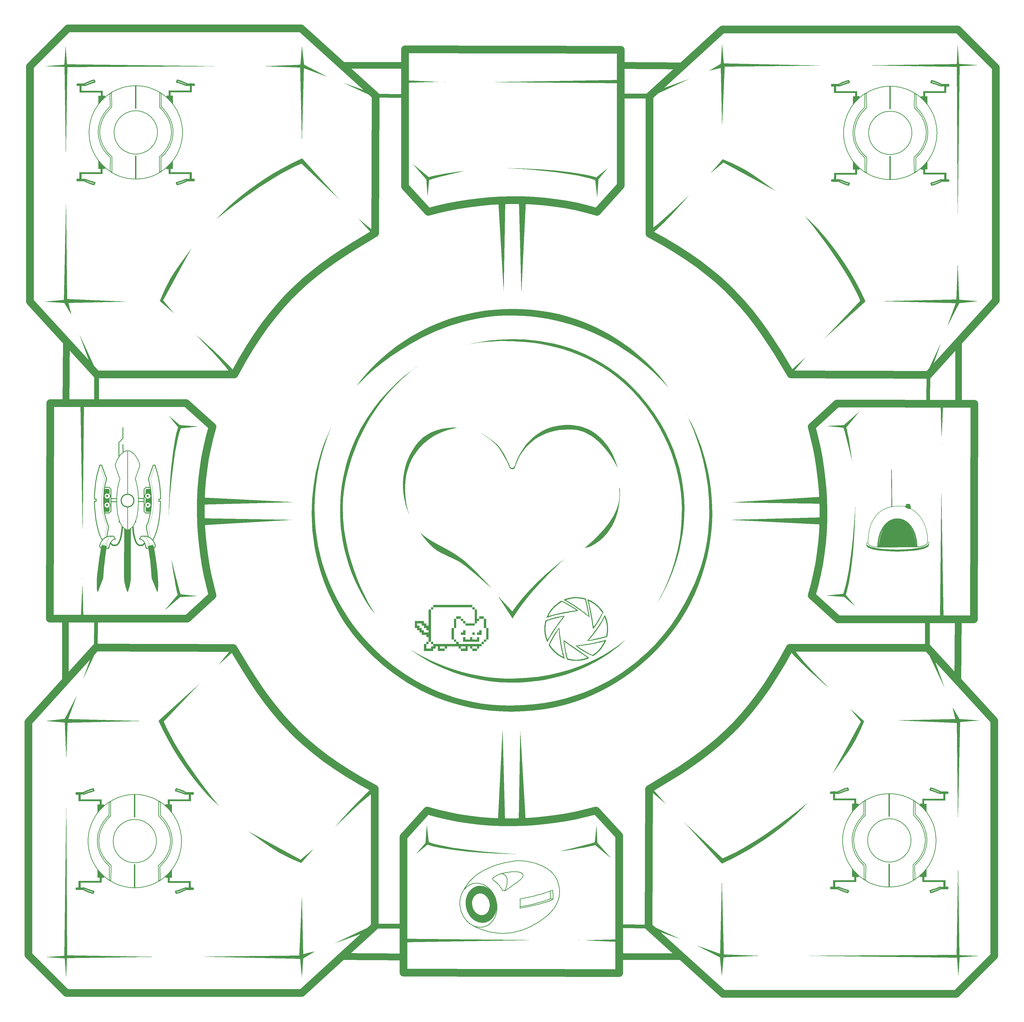
<source format=gbr>
%TF.GenerationSoftware,KiCad,Pcbnew,8.0.5*%
%TF.CreationDate,2025-02-22T16:40:47-08:00*%
%TF.ProjectId,proto-pcb-final,70726f74-6f2d-4706-9362-2d66696e616c,rev?*%
%TF.SameCoordinates,Original*%
%TF.FileFunction,Legend,Top*%
%TF.FilePolarity,Positive*%
%FSLAX46Y46*%
G04 Gerber Fmt 4.6, Leading zero omitted, Abs format (unit mm)*
G04 Created by KiCad (PCBNEW 8.0.5) date 2025-02-22 16:40:47*
%MOMM*%
%LPD*%
G01*
G04 APERTURE LIST*
%ADD10C,0.508000*%
%ADD11C,0.254000*%
%ADD12C,0.264583*%
%ADD13C,0.000000*%
%ADD14C,0.119062*%
%ADD15C,0.100000*%
%ADD16C,0.297656*%
%ADD17C,0.165364*%
%ADD18C,0.595312*%
%ADD19C,2.582011*%
%ADD20C,2.592916*%
%ADD21C,2.963333*%
%ADD22C,1.852083*%
%ADD23C,0.357187*%
%ADD24C,0.381000*%
%ADD25C,1.481666*%
G04 APERTURE END LIST*
D10*
X486578032Y-101495115D02*
X485764187Y-101501176D01*
X485764187Y-101026176D01*
X486567809Y-101014878D01*
X486578032Y-101495115D01*
X480532852Y-99638482D02*
X480982440Y-99787382D01*
X481533704Y-99980907D01*
X482141553Y-100210440D01*
X482452605Y-100336018D01*
X482760895Y-100467366D01*
X483060784Y-100603408D01*
X483346638Y-100743068D01*
X483612819Y-100885267D01*
X483853692Y-101028929D01*
X484789187Y-101026176D01*
X484800896Y-101465742D01*
X483935442Y-101465742D01*
X483744933Y-101574296D01*
X482741777Y-101188528D01*
X481904819Y-100882701D01*
X481224138Y-100648028D01*
X480689814Y-100475725D01*
X480291924Y-100357006D01*
X480020547Y-100283084D01*
X479817650Y-100234489D01*
X479832067Y-100203316D01*
X479866900Y-100121135D01*
X479970275Y-99871755D01*
X480119072Y-99509022D01*
X480532852Y-99638482D01*
X445642957Y-137881841D02*
X446479915Y-138187668D01*
X447160596Y-138422341D01*
X447694920Y-138594644D01*
X448092810Y-138713363D01*
X448364187Y-138787285D01*
X448567084Y-138835880D01*
X448552667Y-138867053D01*
X448517834Y-138949234D01*
X448414459Y-139198614D01*
X448265662Y-139561347D01*
X447851882Y-139431887D01*
X447402294Y-139282987D01*
X446851030Y-139089462D01*
X446243181Y-138859929D01*
X445932129Y-138734351D01*
X445623839Y-138603003D01*
X445323950Y-138466961D01*
X445038096Y-138327301D01*
X444771915Y-138185102D01*
X444531042Y-138041440D01*
X443595547Y-138044193D01*
X443583838Y-137604627D01*
X444449292Y-137604627D01*
X444639801Y-137496073D01*
X445642957Y-137881841D01*
D11*
X455061548Y-109736476D02*
X455061032Y-109747605D01*
X455057790Y-109781475D01*
X455056381Y-109781340D01*
X455055945Y-109783700D01*
X455057562Y-109783855D01*
X455057430Y-109785235D01*
X455050436Y-109813487D01*
X455050258Y-109814454D01*
X455050098Y-109814853D01*
X455049425Y-109817575D01*
X455035766Y-109850807D01*
X455022397Y-109884348D01*
X455020983Y-109886777D01*
X455020870Y-109887055D01*
X455020483Y-109887638D01*
X455005616Y-109913195D01*
X455004747Y-109914282D01*
X455003476Y-109913266D01*
X455002190Y-109915204D01*
X455003302Y-109916092D01*
X454982062Y-109942691D01*
X454974693Y-109951044D01*
X454302577Y-110641390D01*
X453696819Y-111329591D01*
X453150367Y-112019958D01*
X452661395Y-112711425D01*
X452228023Y-113403018D01*
X451848348Y-114093827D01*
X451520521Y-114782893D01*
X451242694Y-115469282D01*
X451013020Y-116152129D01*
X450829681Y-116830567D01*
X450690885Y-117503743D01*
X450594879Y-118170728D01*
X450539917Y-118830725D01*
X450524285Y-119482821D01*
X450546289Y-120126121D01*
X450604246Y-120759685D01*
X450696489Y-121382629D01*
X450821338Y-121993914D01*
X450977134Y-122592607D01*
X451161069Y-123174107D01*
X451613742Y-124303012D01*
X452161720Y-125361414D01*
X452792745Y-126344603D01*
X453492848Y-127244088D01*
X454247879Y-128051430D01*
X455054517Y-128768075D01*
X455062472Y-128775874D01*
X455088140Y-128803637D01*
X455106921Y-128831152D01*
X455109528Y-128836527D01*
X455116961Y-128847764D01*
X455127557Y-128873689D01*
X455139766Y-128898852D01*
X455143161Y-128911863D01*
X455145432Y-128917416D01*
X455153377Y-128949773D01*
X455156907Y-128987418D01*
X455157402Y-128998544D01*
X455130620Y-134752685D01*
X454528937Y-134384400D01*
X454544012Y-129134170D01*
X453830307Y-128500089D01*
X453822355Y-128492293D01*
X453820301Y-128490072D01*
X453818021Y-128488069D01*
X453810026Y-128480319D01*
X453035838Y-127652492D01*
X453028636Y-127643991D01*
X453026973Y-127641820D01*
X453025100Y-127639848D01*
X453017834Y-127631403D01*
X452300650Y-126709972D01*
X452294250Y-126700861D01*
X452292768Y-126698515D01*
X452291049Y-126696339D01*
X452284584Y-126687276D01*
X451638357Y-125680399D01*
X451632811Y-125670748D01*
X451631405Y-125667998D01*
X451629723Y-125665407D01*
X451624123Y-125655779D01*
X451062806Y-124571614D01*
X451058175Y-124561480D01*
X451056834Y-124558118D01*
X451055162Y-124554903D01*
X451050513Y-124544777D01*
X450588061Y-123391483D01*
X450584428Y-123380955D01*
X450584330Y-123380620D01*
X450584193Y-123380299D01*
X450580316Y-123369855D01*
X450390524Y-122769835D01*
X450388504Y-122762161D01*
X450386134Y-122754595D01*
X450226291Y-122140352D01*
X450224629Y-122132382D01*
X450222613Y-122124503D01*
X450094463Y-121497057D01*
X450093195Y-121488805D01*
X450091570Y-121480626D01*
X449996856Y-120840996D01*
X449996019Y-120832480D01*
X449994826Y-120824028D01*
X449935294Y-120173236D01*
X449934926Y-120164513D01*
X449934199Y-120155801D01*
X449911591Y-119494865D01*
X449911723Y-119485972D01*
X449911500Y-119477049D01*
X449927563Y-118806988D01*
X449928224Y-118797948D01*
X449928532Y-118788906D01*
X449985007Y-118110743D01*
X449986218Y-118101620D01*
X449987076Y-118092519D01*
X450085709Y-117407271D01*
X450087473Y-117398194D01*
X450088895Y-117389052D01*
X450231431Y-116697740D01*
X450233752Y-116688739D01*
X450235729Y-116679681D01*
X450423910Y-115983325D01*
X450426765Y-115974504D01*
X450429287Y-115965580D01*
X450664859Y-115265200D01*
X450668211Y-115256646D01*
X450671255Y-115247921D01*
X450955962Y-114544537D01*
X450959784Y-114536282D01*
X450963294Y-114527865D01*
X451298879Y-113822494D01*
X451303115Y-113814609D01*
X451307045Y-113806549D01*
X451695253Y-113100214D01*
X451699849Y-113092743D01*
X451704133Y-113085100D01*
X452146708Y-112378820D01*
X452151584Y-112371825D01*
X452156173Y-112364609D01*
X452654859Y-111659402D01*
X452659977Y-111652868D01*
X452664782Y-111646146D01*
X453221323Y-110943034D01*
X453226593Y-110937008D01*
X453231574Y-110930757D01*
X453847715Y-110230760D01*
X453853076Y-110225240D01*
X453858172Y-110219466D01*
X454448456Y-109613167D01*
X454428937Y-104702685D01*
X455053937Y-104302685D01*
X455061548Y-109736476D01*
D10*
X486609392Y-137574803D02*
X486599169Y-138055040D01*
X485795547Y-138043742D01*
X485795547Y-137568742D01*
X486609392Y-137574803D01*
X464194910Y-137284400D02*
X464194910Y-128636069D01*
D12*
X465114708Y-101647728D02*
X466022522Y-101716885D01*
X466917221Y-101830765D01*
X467797678Y-101988241D01*
X468662762Y-102188183D01*
X469511346Y-102429463D01*
X470342299Y-102710951D01*
X471154494Y-103031520D01*
X471946801Y-103390038D01*
X472718091Y-103785379D01*
X473467236Y-104216412D01*
X474193106Y-104682009D01*
X474894573Y-105181041D01*
X475570507Y-105712380D01*
X476219780Y-106274895D01*
X476841263Y-106867458D01*
X477433826Y-107488941D01*
X477996342Y-108138214D01*
X478527680Y-108814148D01*
X479026712Y-109515614D01*
X479492309Y-110241484D01*
X479923342Y-110990629D01*
X480318683Y-111761919D01*
X480677202Y-112554226D01*
X480997770Y-113366420D01*
X481279258Y-114197374D01*
X481520538Y-115045957D01*
X481720480Y-115911041D01*
X481877956Y-116791497D01*
X481991836Y-117686196D01*
X482060993Y-118594009D01*
X482084296Y-119513807D01*
X482060993Y-120433605D01*
X481991836Y-121341419D01*
X481877956Y-122236118D01*
X481720480Y-123116574D01*
X481520538Y-123981658D01*
X481279258Y-124830242D01*
X480997770Y-125661195D01*
X480677202Y-126473390D01*
X480318683Y-127265697D01*
X479923342Y-128036987D01*
X479492309Y-128786132D01*
X479026712Y-129512002D01*
X478527680Y-130213469D01*
X477996342Y-130889403D01*
X477433826Y-131538676D01*
X476841263Y-132160159D01*
X476219780Y-132752722D01*
X475570507Y-133315238D01*
X474894573Y-133846576D01*
X474193106Y-134345608D01*
X473467236Y-134811206D01*
X472718091Y-135242239D01*
X471946801Y-135637580D01*
X471154494Y-135996098D01*
X470342299Y-136316666D01*
X469511346Y-136598155D01*
X468662762Y-136839435D01*
X467797678Y-137039377D01*
X466917221Y-137196853D01*
X466022522Y-137310734D01*
X465114708Y-137379890D01*
X464194910Y-137403193D01*
X463275111Y-137379890D01*
X462367298Y-137310734D01*
X461472599Y-137196853D01*
X460592144Y-137039377D01*
X459727060Y-136839435D01*
X458878477Y-136598155D01*
X458047523Y-136316666D01*
X457235329Y-135996098D01*
X456443022Y-135637580D01*
X455671732Y-135242239D01*
X454922588Y-134811206D01*
X454196718Y-134345608D01*
X453495251Y-133846576D01*
X452819317Y-133315238D01*
X452170044Y-132752722D01*
X451548562Y-132160159D01*
X450955999Y-131538676D01*
X450393483Y-130889403D01*
X449862145Y-130213469D01*
X449363113Y-129512002D01*
X448897516Y-128786132D01*
X448466483Y-128036987D01*
X448071142Y-127265697D01*
X447712624Y-126473390D01*
X447392056Y-125661195D01*
X447110567Y-124830242D01*
X446869287Y-123981658D01*
X446669345Y-123116574D01*
X446511869Y-122236118D01*
X446397989Y-121341419D01*
X446328833Y-120433605D01*
X446305530Y-119513807D01*
X446328833Y-118594009D01*
X446397989Y-117686196D01*
X446511869Y-116791497D01*
X446669345Y-115911041D01*
X446869287Y-115045957D01*
X447110567Y-114197374D01*
X447392056Y-113366420D01*
X447712624Y-112554226D01*
X448071142Y-111761919D01*
X448466483Y-110990629D01*
X448897516Y-110241484D01*
X449363113Y-109515614D01*
X449862145Y-108814148D01*
X450393483Y-108138214D01*
X450955999Y-107488941D01*
X451548562Y-106867458D01*
X452170044Y-106274895D01*
X452819317Y-105712380D01*
X453495251Y-105181041D01*
X454196718Y-104682009D01*
X454922588Y-104216412D01*
X455671732Y-103785379D01*
X456443022Y-103390038D01*
X457235329Y-103031520D01*
X458047523Y-102710951D01*
X458878477Y-102429463D01*
X459727060Y-102188183D01*
X460592144Y-101988241D01*
X461472599Y-101830765D01*
X462367298Y-101716885D01*
X463275111Y-101647728D01*
X464194910Y-101624425D01*
X465114708Y-101647728D01*
X464621417Y-111229381D02*
X465042366Y-111261448D01*
X465457235Y-111314254D01*
X465865499Y-111387275D01*
X466266635Y-111479987D01*
X466660120Y-111591868D01*
X467045430Y-111722393D01*
X467422042Y-111871039D01*
X467789431Y-112037283D01*
X468147075Y-112220600D01*
X468494451Y-112420469D01*
X468831034Y-112636364D01*
X469156301Y-112867763D01*
X469469729Y-113114143D01*
X469770794Y-113374979D01*
X470058973Y-113649748D01*
X470333742Y-113937927D01*
X470594579Y-114238992D01*
X470840958Y-114552420D01*
X471072357Y-114877687D01*
X471288253Y-115214270D01*
X471488121Y-115561645D01*
X471671439Y-115919289D01*
X471837682Y-116286678D01*
X471986328Y-116663289D01*
X472116853Y-117048599D01*
X472228734Y-117442083D01*
X472321446Y-117843219D01*
X472394467Y-118251483D01*
X472447273Y-118666351D01*
X472479340Y-119087300D01*
X472490146Y-119513807D01*
X472479340Y-119940314D01*
X472447273Y-120361263D01*
X472394467Y-120776131D01*
X472321446Y-121184395D01*
X472228734Y-121585532D01*
X472116853Y-121979016D01*
X471986328Y-122364326D01*
X471837682Y-122740937D01*
X471671439Y-123108327D01*
X471488121Y-123465971D01*
X471288253Y-123813347D01*
X471072357Y-124149930D01*
X470840958Y-124475197D01*
X470594579Y-124788625D01*
X470333742Y-125089690D01*
X470058973Y-125377869D01*
X469770794Y-125652639D01*
X469469729Y-125913475D01*
X469156301Y-126159854D01*
X468831034Y-126391253D01*
X468494451Y-126607149D01*
X468147075Y-126807017D01*
X467789431Y-126990335D01*
X467422042Y-127156579D01*
X467045430Y-127305225D01*
X466660120Y-127435750D01*
X466266635Y-127547631D01*
X465865499Y-127640343D01*
X465457235Y-127713364D01*
X465042366Y-127766170D01*
X464621417Y-127798238D01*
X464194910Y-127809043D01*
X463768403Y-127798238D01*
X463347454Y-127766170D01*
X462932586Y-127713364D01*
X462524323Y-127640343D01*
X462123187Y-127547631D01*
X461729702Y-127435750D01*
X461344392Y-127305225D01*
X460967781Y-127156579D01*
X460600392Y-126990335D01*
X460242747Y-126807017D01*
X459895372Y-126607149D01*
X459558788Y-126391253D01*
X459233521Y-126159854D01*
X458920093Y-125913475D01*
X458619027Y-125652639D01*
X458330848Y-125377869D01*
X458056078Y-125089690D01*
X457795242Y-124788625D01*
X457548862Y-124475197D01*
X457317463Y-124149930D01*
X457101567Y-123813347D01*
X456901698Y-123465971D01*
X456718380Y-123108327D01*
X456552136Y-122740937D01*
X456403489Y-122364326D01*
X456272964Y-121979016D01*
X456161083Y-121585532D01*
X456068371Y-121184395D01*
X455995349Y-120776131D01*
X455942543Y-120361263D01*
X455910476Y-119940314D01*
X455899670Y-119513807D01*
X455910476Y-119087300D01*
X455942543Y-118666351D01*
X455995349Y-118251483D01*
X456068371Y-117843219D01*
X456161083Y-117442083D01*
X456272964Y-117048599D01*
X456403489Y-116663289D01*
X456552136Y-116286678D01*
X456718380Y-115919289D01*
X456901698Y-115561645D01*
X457101567Y-115214270D01*
X457317463Y-114877687D01*
X457548862Y-114552420D01*
X457795242Y-114238992D01*
X458056078Y-113937927D01*
X458330848Y-113649748D01*
X458619027Y-113374979D01*
X458920093Y-113114143D01*
X459233521Y-112867763D01*
X459558788Y-112636364D01*
X459895372Y-112420469D01*
X460242747Y-112220600D01*
X460600392Y-112037283D01*
X460967781Y-111871039D01*
X461344392Y-111722393D01*
X461729702Y-111591868D01*
X462123187Y-111479987D01*
X462524323Y-111387275D01*
X462932586Y-111314254D01*
X463347454Y-111261448D01*
X463768403Y-111229381D01*
X464194910Y-111218575D01*
X464621417Y-111229381D01*
D10*
X448383099Y-99871304D02*
X448486474Y-100120684D01*
X448521307Y-100202865D01*
X448535724Y-100234038D01*
X448332827Y-100282633D01*
X448061450Y-100356555D01*
X447663560Y-100475274D01*
X447129236Y-100647577D01*
X446448555Y-100882250D01*
X445611597Y-101188077D01*
X444608441Y-101573845D01*
X444417932Y-101465291D01*
X443552478Y-101465291D01*
X443564187Y-101025725D01*
X444499682Y-101028478D01*
X444740555Y-100884816D01*
X445006736Y-100742617D01*
X445292590Y-100602957D01*
X445592479Y-100466915D01*
X445900769Y-100335567D01*
X446211821Y-100209989D01*
X446819670Y-99980456D01*
X447370934Y-99786931D01*
X447820522Y-99638031D01*
X448234302Y-99508571D01*
X448383099Y-99871304D01*
X442620547Y-138044193D02*
X441816925Y-138055491D01*
X441806702Y-137575254D01*
X442620547Y-137569193D01*
X442620547Y-138044193D01*
X442589187Y-101025725D02*
X442589187Y-101500725D01*
X441775342Y-101494664D01*
X441785565Y-101014427D01*
X442589187Y-101025725D01*
X483966802Y-137604176D02*
X484832256Y-137604176D01*
X484820547Y-138043742D01*
X483885052Y-138040989D01*
X483644179Y-138184651D01*
X483377998Y-138326850D01*
X483092144Y-138466510D01*
X482792255Y-138602552D01*
X482483965Y-138733900D01*
X482172913Y-138859478D01*
X481565064Y-139089011D01*
X481013800Y-139282536D01*
X480564212Y-139431436D01*
X480150432Y-139560896D01*
X480001635Y-139198163D01*
X479898260Y-138948783D01*
X479863427Y-138866602D01*
X479849010Y-138835429D01*
X480051907Y-138786834D01*
X480323284Y-138712912D01*
X480721174Y-138594193D01*
X481255498Y-138421890D01*
X481936179Y-138187217D01*
X482773137Y-137881390D01*
X483776293Y-137495622D01*
X483966802Y-137604176D01*
X464194910Y-101759400D02*
X464194910Y-110272678D01*
D11*
X474081915Y-104759400D02*
X474037396Y-109544882D01*
X474627680Y-110151181D01*
X474632776Y-110156955D01*
X474638137Y-110162475D01*
X475254278Y-110862472D01*
X475259259Y-110868723D01*
X475264529Y-110874749D01*
X475821070Y-111577861D01*
X475825875Y-111584583D01*
X475830993Y-111591117D01*
X476329679Y-112296324D01*
X476334268Y-112303540D01*
X476339144Y-112310535D01*
X476781719Y-113016815D01*
X476786003Y-113024458D01*
X476790599Y-113031929D01*
X477178807Y-113738264D01*
X477182737Y-113746324D01*
X477186973Y-113754209D01*
X477522558Y-114459580D01*
X477526068Y-114467997D01*
X477529890Y-114476252D01*
X477814597Y-115179636D01*
X477817641Y-115188361D01*
X477820993Y-115196915D01*
X478056565Y-115897295D01*
X478059087Y-115906219D01*
X478061942Y-115915040D01*
X478250123Y-116611396D01*
X478252100Y-116620454D01*
X478254421Y-116629455D01*
X478396957Y-117320767D01*
X478398379Y-117329909D01*
X478400143Y-117338986D01*
X478498776Y-118024234D01*
X478499634Y-118033335D01*
X478500845Y-118042458D01*
X478557320Y-118720621D01*
X478557628Y-118729663D01*
X478558289Y-118738703D01*
X478574352Y-119408764D01*
X478574129Y-119417687D01*
X478574261Y-119426580D01*
X478551653Y-120087516D01*
X478550926Y-120096228D01*
X478550558Y-120104951D01*
X478491026Y-120755743D01*
X478489833Y-120764195D01*
X478488996Y-120772711D01*
X478394282Y-121412341D01*
X478392657Y-121420520D01*
X478391389Y-121428772D01*
X478263239Y-122056218D01*
X478261223Y-122064097D01*
X478259561Y-122072067D01*
X478099718Y-122686310D01*
X478097348Y-122693876D01*
X478095328Y-122701550D01*
X477905536Y-123301570D01*
X477901659Y-123312014D01*
X477901522Y-123312335D01*
X477901424Y-123312670D01*
X477897791Y-123323198D01*
X477435339Y-124476492D01*
X477430690Y-124486618D01*
X477429018Y-124489833D01*
X477427677Y-124493195D01*
X477423046Y-124503329D01*
X476861729Y-125587494D01*
X476856129Y-125597122D01*
X476854447Y-125599713D01*
X476853041Y-125602463D01*
X476847495Y-125612114D01*
X476201268Y-126618991D01*
X476194803Y-126628054D01*
X476193084Y-126630230D01*
X476191602Y-126632576D01*
X476185202Y-126641687D01*
X475468018Y-127563118D01*
X475460752Y-127571563D01*
X475458879Y-127573535D01*
X475457216Y-127575706D01*
X475450014Y-127584207D01*
X474675826Y-128412034D01*
X474667831Y-128419784D01*
X474665551Y-128421787D01*
X474663497Y-128424008D01*
X474655545Y-128431804D01*
X473941840Y-129065885D01*
X473956915Y-134309400D01*
X473355232Y-134709400D01*
X473328450Y-128930259D01*
X473328945Y-128919133D01*
X473332475Y-128881488D01*
X473340420Y-128849131D01*
X473342691Y-128843578D01*
X473346086Y-128830567D01*
X473358295Y-128805404D01*
X473368891Y-128779479D01*
X473376324Y-128768242D01*
X473378931Y-128762867D01*
X473397712Y-128735352D01*
X473423380Y-128707589D01*
X473431335Y-128699790D01*
X474237973Y-127983145D01*
X474993004Y-127175803D01*
X475693107Y-126276318D01*
X476324132Y-125293129D01*
X476872110Y-124234727D01*
X477324783Y-123105822D01*
X477508718Y-122524322D01*
X477664514Y-121925629D01*
X477789363Y-121314344D01*
X477881606Y-120691400D01*
X477939563Y-120057836D01*
X477961567Y-119414536D01*
X477945935Y-118762440D01*
X477890973Y-118102443D01*
X477794967Y-117435458D01*
X477656171Y-116762282D01*
X477472832Y-116083844D01*
X477243158Y-115400997D01*
X476965331Y-114714608D01*
X476637504Y-114025542D01*
X476257829Y-113334733D01*
X475824457Y-112643140D01*
X475335485Y-111951673D01*
X474789033Y-111261306D01*
X474183275Y-110573105D01*
X473511159Y-109882759D01*
X473503790Y-109874406D01*
X473482550Y-109847807D01*
X473483662Y-109846919D01*
X473482376Y-109844981D01*
X473481105Y-109845997D01*
X473480236Y-109844910D01*
X473465369Y-109819353D01*
X473464982Y-109818770D01*
X473464869Y-109818492D01*
X473463455Y-109816063D01*
X473450086Y-109782522D01*
X473436427Y-109749290D01*
X473435754Y-109746568D01*
X473435594Y-109746169D01*
X473435416Y-109745202D01*
X473428422Y-109716950D01*
X473428290Y-109715570D01*
X473429907Y-109715415D01*
X473429471Y-109713055D01*
X473428062Y-109713190D01*
X473424820Y-109679320D01*
X473424304Y-109668191D01*
X473456915Y-104359400D01*
X474081915Y-104759400D01*
D13*
G36*
X478477655Y-133560508D02*
G01*
X477614050Y-133565616D01*
X477614050Y-134837739D01*
X485730118Y-134819855D01*
X485748791Y-138313471D01*
X484930078Y-138309251D01*
X484930078Y-135502058D01*
X476863031Y-135502058D01*
X476863031Y-133586051D01*
X475953699Y-133586051D01*
X475944910Y-132997495D01*
X476219780Y-132752722D01*
X476841267Y-132160163D01*
X476841263Y-132160159D01*
X477433826Y-131538676D01*
X477996342Y-130889403D01*
X478485934Y-130285902D01*
X478477655Y-133560508D01*
G37*
G36*
X443465442Y-103536800D02*
G01*
X451530676Y-103536800D01*
X451530676Y-105452806D01*
X452439795Y-105452806D01*
X452448584Y-106041362D01*
X452138684Y-106317196D01*
X451517202Y-106909759D01*
X450924639Y-107531242D01*
X450362123Y-108180515D01*
X449908130Y-108752956D01*
X449916418Y-105478349D01*
X450779828Y-105473241D01*
X450779828Y-104201119D01*
X442665576Y-104219002D01*
X442647577Y-100735518D01*
X443465442Y-100729607D01*
X443465442Y-103536800D01*
G37*
G36*
X485698758Y-104250063D02*
G01*
X477582690Y-104232179D01*
X477582690Y-105504302D01*
X478446295Y-105509410D01*
X478454574Y-108784016D01*
X477964982Y-108180515D01*
X477402466Y-107531242D01*
X476809903Y-106909759D01*
X476809907Y-106909755D01*
X476188420Y-106317196D01*
X475913550Y-106072423D01*
X475922339Y-105483867D01*
X476831671Y-105483867D01*
X476831671Y-103567860D01*
X484898718Y-103567860D01*
X484898718Y-100760667D01*
X485717431Y-100756447D01*
X485698758Y-104250063D01*
G37*
G36*
X450393483Y-130889403D02*
G01*
X450955999Y-131538676D01*
X451548562Y-132160159D01*
X452170044Y-132752722D01*
X452479944Y-133028556D01*
X452471155Y-133617112D01*
X451562036Y-133617112D01*
X451562036Y-135533118D01*
X443496802Y-135533118D01*
X443496802Y-138340311D01*
X442678937Y-138334400D01*
X442696936Y-134850916D01*
X450811188Y-134868799D01*
X450811188Y-133596677D01*
X449947778Y-133591569D01*
X449939490Y-130316962D01*
X450393483Y-130889403D01*
G37*
D10*
X486228032Y-372745115D02*
X485414187Y-372751176D01*
X485414187Y-372276176D01*
X486217809Y-372264878D01*
X486228032Y-372745115D01*
X480182852Y-370888482D02*
X480632440Y-371037382D01*
X481183704Y-371230907D01*
X481791553Y-371460440D01*
X482102605Y-371586018D01*
X482410895Y-371717366D01*
X482710784Y-371853408D01*
X482996638Y-371993068D01*
X483262819Y-372135267D01*
X483503692Y-372278929D01*
X484439187Y-372276176D01*
X484450896Y-372715742D01*
X483585442Y-372715742D01*
X483394933Y-372824296D01*
X482391777Y-372438528D01*
X481554819Y-372132701D01*
X480874138Y-371898028D01*
X480339814Y-371725725D01*
X479941924Y-371607006D01*
X479670547Y-371533084D01*
X479467650Y-371484489D01*
X479482067Y-371453316D01*
X479516900Y-371371135D01*
X479620275Y-371121755D01*
X479769072Y-370759022D01*
X480182852Y-370888482D01*
X445292957Y-409131841D02*
X446129915Y-409437668D01*
X446810596Y-409672341D01*
X447344920Y-409844644D01*
X447742810Y-409963363D01*
X448014187Y-410037285D01*
X448217084Y-410085880D01*
X448202667Y-410117053D01*
X448167834Y-410199234D01*
X448064459Y-410448614D01*
X447915662Y-410811347D01*
X447501882Y-410681887D01*
X447052294Y-410532987D01*
X446501030Y-410339462D01*
X445893181Y-410109929D01*
X445582129Y-409984351D01*
X445273839Y-409853003D01*
X444973950Y-409716961D01*
X444688096Y-409577301D01*
X444421915Y-409435102D01*
X444181042Y-409291440D01*
X443245547Y-409294193D01*
X443233838Y-408854627D01*
X444099292Y-408854627D01*
X444289801Y-408746073D01*
X445292957Y-409131841D01*
D11*
X454711548Y-380986476D02*
X454711032Y-380997605D01*
X454707790Y-381031475D01*
X454706381Y-381031340D01*
X454705945Y-381033700D01*
X454707562Y-381033855D01*
X454707430Y-381035235D01*
X454700436Y-381063487D01*
X454700258Y-381064454D01*
X454700098Y-381064853D01*
X454699425Y-381067575D01*
X454685766Y-381100807D01*
X454672397Y-381134348D01*
X454670983Y-381136777D01*
X454670870Y-381137055D01*
X454670483Y-381137638D01*
X454655616Y-381163195D01*
X454654747Y-381164282D01*
X454653476Y-381163266D01*
X454652190Y-381165204D01*
X454653302Y-381166092D01*
X454632062Y-381192691D01*
X454624693Y-381201044D01*
X453952577Y-381891390D01*
X453346819Y-382579591D01*
X452800367Y-383269958D01*
X452311395Y-383961425D01*
X451878023Y-384653018D01*
X451498348Y-385343827D01*
X451170521Y-386032893D01*
X450892694Y-386719282D01*
X450663020Y-387402129D01*
X450479681Y-388080567D01*
X450340885Y-388753743D01*
X450244879Y-389420728D01*
X450189917Y-390080725D01*
X450174285Y-390732821D01*
X450196289Y-391376121D01*
X450254246Y-392009685D01*
X450346489Y-392632629D01*
X450471338Y-393243914D01*
X450627134Y-393842607D01*
X450811069Y-394424107D01*
X451263742Y-395553012D01*
X451811720Y-396611414D01*
X452442745Y-397594603D01*
X453142848Y-398494088D01*
X453897879Y-399301430D01*
X454704517Y-400018075D01*
X454712472Y-400025874D01*
X454738140Y-400053637D01*
X454756921Y-400081152D01*
X454759528Y-400086527D01*
X454766961Y-400097764D01*
X454777557Y-400123689D01*
X454789766Y-400148852D01*
X454793161Y-400161863D01*
X454795432Y-400167416D01*
X454803377Y-400199773D01*
X454806907Y-400237418D01*
X454807402Y-400248544D01*
X454780620Y-406002685D01*
X454178937Y-405634400D01*
X454194012Y-400384170D01*
X453480307Y-399750089D01*
X453472355Y-399742293D01*
X453470301Y-399740072D01*
X453468021Y-399738069D01*
X453460026Y-399730319D01*
X452685838Y-398902492D01*
X452678636Y-398893991D01*
X452676973Y-398891820D01*
X452675100Y-398889848D01*
X452667834Y-398881403D01*
X451950650Y-397959972D01*
X451944250Y-397950861D01*
X451942768Y-397948515D01*
X451941049Y-397946339D01*
X451934584Y-397937276D01*
X451288357Y-396930399D01*
X451282811Y-396920748D01*
X451281405Y-396917998D01*
X451279723Y-396915407D01*
X451274123Y-396905779D01*
X450712806Y-395821614D01*
X450708175Y-395811480D01*
X450706834Y-395808118D01*
X450705162Y-395804903D01*
X450700513Y-395794777D01*
X450238061Y-394641483D01*
X450234428Y-394630955D01*
X450234330Y-394630620D01*
X450234193Y-394630299D01*
X450230316Y-394619855D01*
X450040524Y-394019835D01*
X450038504Y-394012161D01*
X450036134Y-394004595D01*
X449876291Y-393390352D01*
X449874629Y-393382382D01*
X449872613Y-393374503D01*
X449744463Y-392747057D01*
X449743195Y-392738805D01*
X449741570Y-392730626D01*
X449646856Y-392090996D01*
X449646019Y-392082480D01*
X449644826Y-392074028D01*
X449585294Y-391423236D01*
X449584926Y-391414513D01*
X449584199Y-391405801D01*
X449561591Y-390744865D01*
X449561723Y-390735972D01*
X449561500Y-390727049D01*
X449577563Y-390056988D01*
X449578224Y-390047948D01*
X449578532Y-390038906D01*
X449635007Y-389360743D01*
X449636218Y-389351620D01*
X449637076Y-389342519D01*
X449735709Y-388657271D01*
X449737473Y-388648194D01*
X449738895Y-388639052D01*
X449881431Y-387947740D01*
X449883752Y-387938739D01*
X449885729Y-387929681D01*
X450073910Y-387233325D01*
X450076765Y-387224504D01*
X450079287Y-387215580D01*
X450314859Y-386515200D01*
X450318211Y-386506646D01*
X450321255Y-386497921D01*
X450605962Y-385794537D01*
X450609784Y-385786282D01*
X450613294Y-385777865D01*
X450948879Y-385072494D01*
X450953115Y-385064609D01*
X450957045Y-385056549D01*
X451345253Y-384350214D01*
X451349849Y-384342743D01*
X451354133Y-384335100D01*
X451796708Y-383628820D01*
X451801584Y-383621825D01*
X451806173Y-383614609D01*
X452304859Y-382909402D01*
X452309977Y-382902868D01*
X452314782Y-382896146D01*
X452871323Y-382193034D01*
X452876593Y-382187008D01*
X452881574Y-382180757D01*
X453497715Y-381480760D01*
X453503076Y-381475240D01*
X453508172Y-381469466D01*
X454098456Y-380863167D01*
X454078937Y-375952685D01*
X454703937Y-375552685D01*
X454711548Y-380986476D01*
D10*
X486259392Y-408824803D02*
X486249169Y-409305040D01*
X485445547Y-409293742D01*
X485445547Y-408818742D01*
X486259392Y-408824803D01*
X463844910Y-408534400D02*
X463844910Y-399886069D01*
D12*
X464764708Y-372897728D02*
X465672522Y-372966885D01*
X466567221Y-373080765D01*
X467447678Y-373238241D01*
X468312762Y-373438183D01*
X469161346Y-373679463D01*
X469992299Y-373960951D01*
X470804494Y-374281520D01*
X471596801Y-374640038D01*
X472368091Y-375035379D01*
X473117236Y-375466412D01*
X473843106Y-375932009D01*
X474544573Y-376431041D01*
X475220507Y-376962380D01*
X475869780Y-377524895D01*
X476491263Y-378117458D01*
X477083826Y-378738941D01*
X477646342Y-379388214D01*
X478177680Y-380064148D01*
X478676712Y-380765614D01*
X479142309Y-381491484D01*
X479573342Y-382240629D01*
X479968683Y-383011919D01*
X480327202Y-383804226D01*
X480647770Y-384616420D01*
X480929258Y-385447374D01*
X481170538Y-386295957D01*
X481370480Y-387161041D01*
X481527956Y-388041497D01*
X481641836Y-388936196D01*
X481710993Y-389844009D01*
X481734296Y-390763807D01*
X481710993Y-391683605D01*
X481641836Y-392591419D01*
X481527956Y-393486118D01*
X481370480Y-394366574D01*
X481170538Y-395231658D01*
X480929258Y-396080242D01*
X480647770Y-396911195D01*
X480327202Y-397723390D01*
X479968683Y-398515697D01*
X479573342Y-399286987D01*
X479142309Y-400036132D01*
X478676712Y-400762002D01*
X478177680Y-401463469D01*
X477646342Y-402139403D01*
X477083826Y-402788676D01*
X476491263Y-403410159D01*
X475869780Y-404002722D01*
X475220507Y-404565238D01*
X474544573Y-405096576D01*
X473843106Y-405595608D01*
X473117236Y-406061206D01*
X472368091Y-406492239D01*
X471596801Y-406887580D01*
X470804494Y-407246098D01*
X469992299Y-407566666D01*
X469161346Y-407848155D01*
X468312762Y-408089435D01*
X467447678Y-408289377D01*
X466567221Y-408446853D01*
X465672522Y-408560734D01*
X464764708Y-408629890D01*
X463844910Y-408653193D01*
X462925111Y-408629890D01*
X462017298Y-408560734D01*
X461122599Y-408446853D01*
X460242144Y-408289377D01*
X459377060Y-408089435D01*
X458528477Y-407848155D01*
X457697523Y-407566666D01*
X456885329Y-407246098D01*
X456093022Y-406887580D01*
X455321732Y-406492239D01*
X454572588Y-406061206D01*
X453846718Y-405595608D01*
X453145251Y-405096576D01*
X452469317Y-404565238D01*
X451820044Y-404002722D01*
X451198562Y-403410159D01*
X450605999Y-402788676D01*
X450043483Y-402139403D01*
X449512145Y-401463469D01*
X449013113Y-400762002D01*
X448547516Y-400036132D01*
X448116483Y-399286987D01*
X447721142Y-398515697D01*
X447362624Y-397723390D01*
X447042056Y-396911195D01*
X446760567Y-396080242D01*
X446519287Y-395231658D01*
X446319345Y-394366574D01*
X446161869Y-393486118D01*
X446047989Y-392591419D01*
X445978833Y-391683605D01*
X445955530Y-390763807D01*
X445978833Y-389844009D01*
X446047989Y-388936196D01*
X446161869Y-388041497D01*
X446319345Y-387161041D01*
X446519287Y-386295957D01*
X446760567Y-385447374D01*
X447042056Y-384616420D01*
X447362624Y-383804226D01*
X447721142Y-383011919D01*
X448116483Y-382240629D01*
X448547516Y-381491484D01*
X449013113Y-380765614D01*
X449512145Y-380064148D01*
X450043483Y-379388214D01*
X450605999Y-378738941D01*
X451198562Y-378117458D01*
X451820044Y-377524895D01*
X452469317Y-376962380D01*
X453145251Y-376431041D01*
X453846718Y-375932009D01*
X454572588Y-375466412D01*
X455321732Y-375035379D01*
X456093022Y-374640038D01*
X456885329Y-374281520D01*
X457697523Y-373960951D01*
X458528477Y-373679463D01*
X459377060Y-373438183D01*
X460242144Y-373238241D01*
X461122599Y-373080765D01*
X462017298Y-372966885D01*
X462925111Y-372897728D01*
X463844910Y-372874425D01*
X464764708Y-372897728D01*
X464271417Y-382479381D02*
X464692366Y-382511448D01*
X465107235Y-382564254D01*
X465515499Y-382637275D01*
X465916635Y-382729987D01*
X466310120Y-382841868D01*
X466695430Y-382972393D01*
X467072042Y-383121039D01*
X467439431Y-383287283D01*
X467797075Y-383470600D01*
X468144451Y-383670469D01*
X468481034Y-383886364D01*
X468806301Y-384117763D01*
X469119729Y-384364143D01*
X469420794Y-384624979D01*
X469708973Y-384899748D01*
X469983742Y-385187927D01*
X470244579Y-385488992D01*
X470490958Y-385802420D01*
X470722357Y-386127687D01*
X470938253Y-386464270D01*
X471138121Y-386811645D01*
X471321439Y-387169289D01*
X471487682Y-387536678D01*
X471636328Y-387913289D01*
X471766853Y-388298599D01*
X471878734Y-388692083D01*
X471971446Y-389093219D01*
X472044467Y-389501483D01*
X472097273Y-389916351D01*
X472129340Y-390337300D01*
X472140146Y-390763807D01*
X472129340Y-391190314D01*
X472097273Y-391611263D01*
X472044467Y-392026131D01*
X471971446Y-392434395D01*
X471878734Y-392835532D01*
X471766853Y-393229016D01*
X471636328Y-393614326D01*
X471487682Y-393990937D01*
X471321439Y-394358327D01*
X471138121Y-394715971D01*
X470938253Y-395063347D01*
X470722357Y-395399930D01*
X470490958Y-395725197D01*
X470244579Y-396038625D01*
X469983742Y-396339690D01*
X469708973Y-396627869D01*
X469420794Y-396902639D01*
X469119729Y-397163475D01*
X468806301Y-397409854D01*
X468481034Y-397641253D01*
X468144451Y-397857149D01*
X467797075Y-398057017D01*
X467439431Y-398240335D01*
X467072042Y-398406579D01*
X466695430Y-398555225D01*
X466310120Y-398685750D01*
X465916635Y-398797631D01*
X465515499Y-398890343D01*
X465107235Y-398963364D01*
X464692366Y-399016170D01*
X464271417Y-399048238D01*
X463844910Y-399059043D01*
X463418403Y-399048238D01*
X462997454Y-399016170D01*
X462582586Y-398963364D01*
X462174323Y-398890343D01*
X461773187Y-398797631D01*
X461379702Y-398685750D01*
X460994392Y-398555225D01*
X460617781Y-398406579D01*
X460250392Y-398240335D01*
X459892747Y-398057017D01*
X459545372Y-397857149D01*
X459208788Y-397641253D01*
X458883521Y-397409854D01*
X458570093Y-397163475D01*
X458269027Y-396902639D01*
X457980848Y-396627869D01*
X457706078Y-396339690D01*
X457445242Y-396038625D01*
X457198862Y-395725197D01*
X456967463Y-395399930D01*
X456751567Y-395063347D01*
X456551698Y-394715971D01*
X456368380Y-394358327D01*
X456202136Y-393990937D01*
X456053489Y-393614326D01*
X455922964Y-393229016D01*
X455811083Y-392835532D01*
X455718371Y-392434395D01*
X455645349Y-392026131D01*
X455592543Y-391611263D01*
X455560476Y-391190314D01*
X455549670Y-390763807D01*
X455560476Y-390337300D01*
X455592543Y-389916351D01*
X455645349Y-389501483D01*
X455718371Y-389093219D01*
X455811083Y-388692083D01*
X455922964Y-388298599D01*
X456053489Y-387913289D01*
X456202136Y-387536678D01*
X456368380Y-387169289D01*
X456551698Y-386811645D01*
X456751567Y-386464270D01*
X456967463Y-386127687D01*
X457198862Y-385802420D01*
X457445242Y-385488992D01*
X457706078Y-385187927D01*
X457980848Y-384899748D01*
X458269027Y-384624979D01*
X458570093Y-384364143D01*
X458883521Y-384117763D01*
X459208788Y-383886364D01*
X459545372Y-383670469D01*
X459892747Y-383470600D01*
X460250392Y-383287283D01*
X460617781Y-383121039D01*
X460994392Y-382972393D01*
X461379702Y-382841868D01*
X461773187Y-382729987D01*
X462174323Y-382637275D01*
X462582586Y-382564254D01*
X462997454Y-382511448D01*
X463418403Y-382479381D01*
X463844910Y-382468575D01*
X464271417Y-382479381D01*
D10*
X448033099Y-371121304D02*
X448136474Y-371370684D01*
X448171307Y-371452865D01*
X448185724Y-371484038D01*
X447982827Y-371532633D01*
X447711450Y-371606555D01*
X447313560Y-371725274D01*
X446779236Y-371897577D01*
X446098555Y-372132250D01*
X445261597Y-372438077D01*
X444258441Y-372823845D01*
X444067932Y-372715291D01*
X443202478Y-372715291D01*
X443214187Y-372275725D01*
X444149682Y-372278478D01*
X444390555Y-372134816D01*
X444656736Y-371992617D01*
X444942590Y-371852957D01*
X445242479Y-371716915D01*
X445550769Y-371585567D01*
X445861821Y-371459989D01*
X446469670Y-371230456D01*
X447020934Y-371036931D01*
X447470522Y-370888031D01*
X447884302Y-370758571D01*
X448033099Y-371121304D01*
X442270547Y-409294193D02*
X441466925Y-409305491D01*
X441456702Y-408825254D01*
X442270547Y-408819193D01*
X442270547Y-409294193D01*
X442239187Y-372275725D02*
X442239187Y-372750725D01*
X441425342Y-372744664D01*
X441435565Y-372264427D01*
X442239187Y-372275725D01*
X483616802Y-408854176D02*
X484482256Y-408854176D01*
X484470547Y-409293742D01*
X483535052Y-409290989D01*
X483294179Y-409434651D01*
X483027998Y-409576850D01*
X482742144Y-409716510D01*
X482442255Y-409852552D01*
X482133965Y-409983900D01*
X481822913Y-410109478D01*
X481215064Y-410339011D01*
X480663800Y-410532536D01*
X480214212Y-410681436D01*
X479800432Y-410810896D01*
X479651635Y-410448163D01*
X479548260Y-410198783D01*
X479513427Y-410116602D01*
X479499010Y-410085429D01*
X479701907Y-410036834D01*
X479973284Y-409962912D01*
X480371174Y-409844193D01*
X480905498Y-409671890D01*
X481586179Y-409437217D01*
X482423137Y-409131390D01*
X483426293Y-408745622D01*
X483616802Y-408854176D01*
X463844910Y-373009400D02*
X463844910Y-381522678D01*
D11*
X473731915Y-376009400D02*
X473687396Y-380794882D01*
X474277680Y-381401181D01*
X474282776Y-381406955D01*
X474288137Y-381412475D01*
X474904278Y-382112472D01*
X474909259Y-382118723D01*
X474914529Y-382124749D01*
X475471070Y-382827861D01*
X475475875Y-382834583D01*
X475480993Y-382841117D01*
X475979679Y-383546324D01*
X475984268Y-383553540D01*
X475989144Y-383560535D01*
X476431719Y-384266815D01*
X476436003Y-384274458D01*
X476440599Y-384281929D01*
X476828807Y-384988264D01*
X476832737Y-384996324D01*
X476836973Y-385004209D01*
X477172558Y-385709580D01*
X477176068Y-385717997D01*
X477179890Y-385726252D01*
X477464597Y-386429636D01*
X477467641Y-386438361D01*
X477470993Y-386446915D01*
X477706565Y-387147295D01*
X477709087Y-387156219D01*
X477711942Y-387165040D01*
X477900123Y-387861396D01*
X477902100Y-387870454D01*
X477904421Y-387879455D01*
X478046957Y-388570767D01*
X478048379Y-388579909D01*
X478050143Y-388588986D01*
X478148776Y-389274234D01*
X478149634Y-389283335D01*
X478150845Y-389292458D01*
X478207320Y-389970621D01*
X478207628Y-389979663D01*
X478208289Y-389988703D01*
X478224352Y-390658764D01*
X478224129Y-390667687D01*
X478224261Y-390676580D01*
X478201653Y-391337516D01*
X478200926Y-391346228D01*
X478200558Y-391354951D01*
X478141026Y-392005743D01*
X478139833Y-392014195D01*
X478138996Y-392022711D01*
X478044282Y-392662341D01*
X478042657Y-392670520D01*
X478041389Y-392678772D01*
X477913239Y-393306218D01*
X477911223Y-393314097D01*
X477909561Y-393322067D01*
X477749718Y-393936310D01*
X477747348Y-393943876D01*
X477745328Y-393951550D01*
X477555536Y-394551570D01*
X477551659Y-394562014D01*
X477551522Y-394562335D01*
X477551424Y-394562670D01*
X477547791Y-394573198D01*
X477085339Y-395726492D01*
X477080690Y-395736618D01*
X477079018Y-395739833D01*
X477077677Y-395743195D01*
X477073046Y-395753329D01*
X476511729Y-396837494D01*
X476506129Y-396847122D01*
X476504447Y-396849713D01*
X476503041Y-396852463D01*
X476497495Y-396862114D01*
X475851268Y-397868991D01*
X475844803Y-397878054D01*
X475843084Y-397880230D01*
X475841602Y-397882576D01*
X475835202Y-397891687D01*
X475118018Y-398813118D01*
X475110752Y-398821563D01*
X475108879Y-398823535D01*
X475107216Y-398825706D01*
X475100014Y-398834207D01*
X474325826Y-399662034D01*
X474317831Y-399669784D01*
X474315551Y-399671787D01*
X474313497Y-399674008D01*
X474305545Y-399681804D01*
X473591840Y-400315885D01*
X473606915Y-405559400D01*
X473005232Y-405959400D01*
X472978450Y-400180259D01*
X472978945Y-400169133D01*
X472982475Y-400131488D01*
X472990420Y-400099131D01*
X472992691Y-400093578D01*
X472996086Y-400080567D01*
X473008295Y-400055404D01*
X473018891Y-400029479D01*
X473026324Y-400018242D01*
X473028931Y-400012867D01*
X473047712Y-399985352D01*
X473073380Y-399957589D01*
X473081335Y-399949790D01*
X473887973Y-399233145D01*
X474643004Y-398425803D01*
X475343107Y-397526318D01*
X475974132Y-396543129D01*
X476522110Y-395484727D01*
X476974783Y-394355822D01*
X477158718Y-393774322D01*
X477314514Y-393175629D01*
X477439363Y-392564344D01*
X477531606Y-391941400D01*
X477589563Y-391307836D01*
X477611567Y-390664536D01*
X477595935Y-390012440D01*
X477540973Y-389352443D01*
X477444967Y-388685458D01*
X477306171Y-388012282D01*
X477122832Y-387333844D01*
X476893158Y-386650997D01*
X476615331Y-385964608D01*
X476287504Y-385275542D01*
X475907829Y-384584733D01*
X475474457Y-383893140D01*
X474985485Y-383201673D01*
X474439033Y-382511306D01*
X473833275Y-381823105D01*
X473161159Y-381132759D01*
X473153790Y-381124406D01*
X473132550Y-381097807D01*
X473133662Y-381096919D01*
X473132376Y-381094981D01*
X473131105Y-381095997D01*
X473130236Y-381094910D01*
X473115369Y-381069353D01*
X473114982Y-381068770D01*
X473114869Y-381068492D01*
X473113455Y-381066063D01*
X473100086Y-381032522D01*
X473086427Y-380999290D01*
X473085754Y-380996568D01*
X473085594Y-380996169D01*
X473085416Y-380995202D01*
X473078422Y-380966950D01*
X473078290Y-380965570D01*
X473079907Y-380965415D01*
X473079471Y-380963055D01*
X473078062Y-380963190D01*
X473074820Y-380929320D01*
X473074304Y-380918191D01*
X473106915Y-375609400D01*
X473731915Y-376009400D01*
D13*
G36*
X478127655Y-404810508D02*
G01*
X477264050Y-404815616D01*
X477264050Y-406087739D01*
X485380118Y-406069855D01*
X485398791Y-409563471D01*
X484580078Y-409559251D01*
X484580078Y-406752058D01*
X476513031Y-406752058D01*
X476513031Y-404836051D01*
X475603699Y-404836051D01*
X475594910Y-404247495D01*
X475869780Y-404002722D01*
X476491267Y-403410163D01*
X476491263Y-403410159D01*
X477083826Y-402788676D01*
X477646342Y-402139403D01*
X478135934Y-401535902D01*
X478127655Y-404810508D01*
G37*
G36*
X443115442Y-374786800D02*
G01*
X451180676Y-374786800D01*
X451180676Y-376702806D01*
X452089795Y-376702806D01*
X452098584Y-377291362D01*
X451788684Y-377567196D01*
X451167202Y-378159759D01*
X450574639Y-378781242D01*
X450012123Y-379430515D01*
X449558130Y-380002956D01*
X449566418Y-376728349D01*
X450429828Y-376723241D01*
X450429828Y-375451119D01*
X442315576Y-375469002D01*
X442297577Y-371985518D01*
X443115442Y-371979607D01*
X443115442Y-374786800D01*
G37*
G36*
X485348758Y-375500063D02*
G01*
X477232690Y-375482179D01*
X477232690Y-376754302D01*
X478096295Y-376759410D01*
X478104574Y-380034016D01*
X477614982Y-379430515D01*
X477052466Y-378781242D01*
X476459903Y-378159759D01*
X476459907Y-378159755D01*
X475838420Y-377567196D01*
X475563550Y-377322423D01*
X475572339Y-376733867D01*
X476481671Y-376733867D01*
X476481671Y-374817860D01*
X484548718Y-374817860D01*
X484548718Y-372010667D01*
X485367431Y-372006447D01*
X485348758Y-375500063D01*
G37*
G36*
X450043483Y-402139403D02*
G01*
X450605999Y-402788676D01*
X451198562Y-403410159D01*
X451820044Y-404002722D01*
X452129944Y-404278556D01*
X452121155Y-404867112D01*
X451212036Y-404867112D01*
X451212036Y-406783118D01*
X443146802Y-406783118D01*
X443146802Y-409590311D01*
X442328937Y-409584400D01*
X442346936Y-406100916D01*
X450461188Y-406118799D01*
X450461188Y-404846677D01*
X449597778Y-404841569D01*
X449589490Y-401566962D01*
X450043483Y-402139403D01*
G37*
D10*
X153239244Y-372552391D02*
X153239244Y-373027391D01*
X152425399Y-373021330D01*
X152435622Y-372541093D01*
X153239244Y-372552391D01*
X159033156Y-371397970D02*
X159136531Y-371647350D01*
X159171364Y-371729531D01*
X159185781Y-371760704D01*
X158982884Y-371809299D01*
X158711507Y-371883221D01*
X158313617Y-372001940D01*
X157779293Y-372174243D01*
X157098612Y-372408916D01*
X156261654Y-372714743D01*
X155258498Y-373100511D01*
X155067989Y-372991957D01*
X154202535Y-372991957D01*
X154214244Y-372552391D01*
X155149739Y-372555144D01*
X155390612Y-372411482D01*
X155656793Y-372269283D01*
X155942647Y-372129623D01*
X156242536Y-371993581D01*
X156550826Y-371862233D01*
X156861878Y-371736655D01*
X157469727Y-371507122D01*
X158020991Y-371313597D01*
X158470579Y-371164697D01*
X158884359Y-371035237D01*
X159033156Y-371397970D01*
X194554139Y-409130842D02*
X195419593Y-409130842D01*
X195407884Y-409570408D01*
X194472389Y-409567655D01*
X194231516Y-409711317D01*
X193965335Y-409853516D01*
X193679481Y-409993176D01*
X193379592Y-410129218D01*
X193071302Y-410260566D01*
X192760250Y-410386144D01*
X192152401Y-410615677D01*
X191601137Y-410809202D01*
X191151549Y-410958102D01*
X190737769Y-411087562D01*
X190588972Y-410724829D01*
X190485597Y-410475449D01*
X190450764Y-410393268D01*
X190436347Y-410362095D01*
X190639244Y-410313500D01*
X190910621Y-410239578D01*
X191308511Y-410120859D01*
X191842835Y-409948556D01*
X192523516Y-409713883D01*
X193360474Y-409408056D01*
X194363630Y-409022288D01*
X194554139Y-409130842D01*
D11*
X184574494Y-376228900D02*
X184554975Y-381139382D01*
X185145259Y-381745681D01*
X185150355Y-381751455D01*
X185155716Y-381756975D01*
X185771857Y-382456972D01*
X185776838Y-382463223D01*
X185782108Y-382469249D01*
X186338649Y-383172361D01*
X186343454Y-383179083D01*
X186348572Y-383185617D01*
X186847258Y-383890824D01*
X186851847Y-383898040D01*
X186856723Y-383905035D01*
X187299298Y-384611315D01*
X187303582Y-384618958D01*
X187308178Y-384626429D01*
X187696386Y-385332764D01*
X187700316Y-385340824D01*
X187704552Y-385348709D01*
X188040137Y-386054080D01*
X188043647Y-386062497D01*
X188047469Y-386070752D01*
X188332176Y-386774136D01*
X188335220Y-386782861D01*
X188338572Y-386791415D01*
X188574144Y-387491795D01*
X188576666Y-387500719D01*
X188579521Y-387509540D01*
X188767702Y-388205896D01*
X188769679Y-388214954D01*
X188772000Y-388223955D01*
X188914536Y-388915267D01*
X188915958Y-388924409D01*
X188917722Y-388933486D01*
X189016355Y-389618734D01*
X189017213Y-389627835D01*
X189018424Y-389636958D01*
X189074899Y-390315121D01*
X189075207Y-390324163D01*
X189075868Y-390333203D01*
X189091931Y-391003264D01*
X189091708Y-391012187D01*
X189091840Y-391021080D01*
X189069232Y-391682016D01*
X189068505Y-391690728D01*
X189068137Y-391699451D01*
X189008605Y-392350243D01*
X189007412Y-392358695D01*
X189006575Y-392367211D01*
X188911861Y-393006841D01*
X188910236Y-393015020D01*
X188908968Y-393023272D01*
X188780818Y-393650718D01*
X188778802Y-393658597D01*
X188777140Y-393666567D01*
X188617297Y-394280810D01*
X188614927Y-394288376D01*
X188612907Y-394296050D01*
X188423115Y-394896070D01*
X188419238Y-394906514D01*
X188419101Y-394906835D01*
X188419003Y-394907170D01*
X188415370Y-394917698D01*
X187952918Y-396070992D01*
X187948269Y-396081118D01*
X187946597Y-396084333D01*
X187945256Y-396087695D01*
X187940625Y-396097829D01*
X187379308Y-397181994D01*
X187373708Y-397191622D01*
X187372026Y-397194213D01*
X187370620Y-397196963D01*
X187365074Y-397206614D01*
X186718847Y-398213491D01*
X186712382Y-398222554D01*
X186710663Y-398224730D01*
X186709181Y-398227076D01*
X186702781Y-398236187D01*
X185985597Y-399157618D01*
X185978331Y-399166063D01*
X185976458Y-399168035D01*
X185974795Y-399170206D01*
X185967593Y-399178707D01*
X185193405Y-400006534D01*
X185185410Y-400014284D01*
X185183130Y-400016287D01*
X185181076Y-400018508D01*
X185173124Y-400026304D01*
X184459419Y-400660385D01*
X184474494Y-405910615D01*
X183872811Y-406278900D01*
X183846029Y-400524759D01*
X183846524Y-400513633D01*
X183850054Y-400475988D01*
X183857999Y-400443631D01*
X183860270Y-400438078D01*
X183863665Y-400425067D01*
X183875874Y-400399904D01*
X183886470Y-400373979D01*
X183893903Y-400362742D01*
X183896510Y-400357367D01*
X183915291Y-400329852D01*
X183940959Y-400302089D01*
X183948914Y-400294290D01*
X184755552Y-399577645D01*
X185510583Y-398770303D01*
X186210686Y-397870818D01*
X186841711Y-396887629D01*
X187389689Y-395829227D01*
X187842362Y-394700322D01*
X188026297Y-394118822D01*
X188182093Y-393520129D01*
X188306942Y-392908844D01*
X188399185Y-392285900D01*
X188457142Y-391652336D01*
X188479146Y-391009036D01*
X188463514Y-390356940D01*
X188408552Y-389696943D01*
X188312546Y-389029958D01*
X188173750Y-388356782D01*
X187990411Y-387678344D01*
X187760737Y-386995497D01*
X187482910Y-386309108D01*
X187155083Y-385620042D01*
X186775408Y-384929233D01*
X186342036Y-384237640D01*
X185853064Y-383546173D01*
X185306612Y-382855806D01*
X184700854Y-382167605D01*
X184028738Y-381477259D01*
X184021369Y-381468906D01*
X184000129Y-381442307D01*
X184001241Y-381441419D01*
X183999955Y-381439481D01*
X183998684Y-381440497D01*
X183997815Y-381439410D01*
X183982948Y-381413853D01*
X183982561Y-381413270D01*
X183982448Y-381412992D01*
X183981034Y-381410563D01*
X183967665Y-381377022D01*
X183954006Y-381343790D01*
X183953333Y-381341068D01*
X183953173Y-381340669D01*
X183952995Y-381339702D01*
X183946001Y-381311450D01*
X183945869Y-381310070D01*
X183947486Y-381309915D01*
X183947050Y-381307555D01*
X183945641Y-381307690D01*
X183942399Y-381273820D01*
X183941883Y-381262691D01*
X183949494Y-375828900D01*
X184574494Y-376228900D01*
D10*
X153207884Y-409569957D02*
X152404262Y-409581255D01*
X152394039Y-409101018D01*
X153207884Y-409094957D01*
X153207884Y-409569957D01*
X174808521Y-408810615D02*
X174808521Y-400162284D01*
D12*
X175728320Y-373173943D02*
X176636133Y-373243100D01*
X177530832Y-373356980D01*
X178411287Y-373514456D01*
X179276371Y-373714398D01*
X180124954Y-373955678D01*
X180955908Y-374237166D01*
X181768102Y-374557735D01*
X182560409Y-374916253D01*
X183331699Y-375311594D01*
X184080843Y-375742627D01*
X184806713Y-376208224D01*
X185508180Y-376707256D01*
X186184114Y-377238595D01*
X186833387Y-377801110D01*
X187454869Y-378393673D01*
X188047432Y-379015156D01*
X188609948Y-379664429D01*
X189141286Y-380340363D01*
X189640318Y-381041829D01*
X190105915Y-381767699D01*
X190536948Y-382516844D01*
X190932289Y-383288134D01*
X191290807Y-384080441D01*
X191611375Y-384892635D01*
X191892864Y-385723589D01*
X192134144Y-386572172D01*
X192334086Y-387437256D01*
X192491562Y-388317712D01*
X192605442Y-389212411D01*
X192674598Y-390120224D01*
X192697901Y-391040022D01*
X192674598Y-391959820D01*
X192605442Y-392867634D01*
X192491562Y-393762333D01*
X192334086Y-394642789D01*
X192134144Y-395507873D01*
X191892864Y-396356457D01*
X191611375Y-397187410D01*
X191290807Y-397999605D01*
X190932289Y-398791912D01*
X190536948Y-399563202D01*
X190105915Y-400312347D01*
X189640318Y-401038217D01*
X189141286Y-401739684D01*
X188609948Y-402415618D01*
X188047432Y-403064891D01*
X187454869Y-403686374D01*
X186833387Y-404278937D01*
X186184114Y-404841453D01*
X185508180Y-405372791D01*
X184806713Y-405871823D01*
X184080843Y-406337421D01*
X183331699Y-406768454D01*
X182560409Y-407163795D01*
X181768102Y-407522313D01*
X180955908Y-407842881D01*
X180124954Y-408124370D01*
X179276371Y-408365650D01*
X178411287Y-408565592D01*
X177530832Y-408723068D01*
X176636133Y-408836949D01*
X175728320Y-408906105D01*
X174808521Y-408929408D01*
X173888723Y-408906105D01*
X172980909Y-408836949D01*
X172086210Y-408723068D01*
X171205753Y-408565592D01*
X170340669Y-408365650D01*
X169492085Y-408124370D01*
X168661132Y-407842881D01*
X167848937Y-407522313D01*
X167056630Y-407163795D01*
X166285340Y-406768454D01*
X165536195Y-406337421D01*
X164810325Y-405871823D01*
X164108858Y-405372791D01*
X163432924Y-404841453D01*
X162783651Y-404278937D01*
X162162168Y-403686374D01*
X161569605Y-403064891D01*
X161007089Y-402415618D01*
X160475751Y-401739684D01*
X159976719Y-401038217D01*
X159511122Y-400312347D01*
X159080089Y-399563202D01*
X158684748Y-398791912D01*
X158326229Y-397999605D01*
X158005661Y-397187410D01*
X157724173Y-396356457D01*
X157482893Y-395507873D01*
X157282951Y-394642789D01*
X157125475Y-393762333D01*
X157011595Y-392867634D01*
X156942438Y-391959820D01*
X156919135Y-391040022D01*
X156942438Y-390120224D01*
X157011595Y-389212411D01*
X157125475Y-388317712D01*
X157282951Y-387437256D01*
X157482893Y-386572172D01*
X157724173Y-385723589D01*
X158005661Y-384892635D01*
X158326229Y-384080441D01*
X158684748Y-383288134D01*
X159080089Y-382516844D01*
X159511122Y-381767699D01*
X159976719Y-381041829D01*
X160475751Y-380340363D01*
X161007089Y-379664429D01*
X161569605Y-379015156D01*
X162162168Y-378393673D01*
X162783651Y-377801110D01*
X163432924Y-377238595D01*
X164108858Y-376707256D01*
X164810325Y-376208224D01*
X165536195Y-375742627D01*
X166285340Y-375311594D01*
X167056630Y-374916253D01*
X167848937Y-374557735D01*
X168661132Y-374237166D01*
X169492085Y-373955678D01*
X170340669Y-373714398D01*
X171205753Y-373514456D01*
X172086210Y-373356980D01*
X172980909Y-373243100D01*
X173888723Y-373173943D01*
X174808521Y-373150640D01*
X175728320Y-373173943D01*
X175235028Y-382755596D02*
X175655977Y-382787663D01*
X176070845Y-382840469D01*
X176479108Y-382913490D01*
X176880244Y-383006202D01*
X177273729Y-383118083D01*
X177659039Y-383248608D01*
X178035650Y-383397254D01*
X178403039Y-383563498D01*
X178760684Y-383746815D01*
X179108059Y-383946684D01*
X179444643Y-384162579D01*
X179769910Y-384393978D01*
X180083338Y-384640358D01*
X180384404Y-384901194D01*
X180672583Y-385175963D01*
X180947353Y-385464142D01*
X181208189Y-385765207D01*
X181454569Y-386078635D01*
X181685968Y-386403902D01*
X181901864Y-386740485D01*
X182101733Y-387087860D01*
X182285051Y-387445504D01*
X182451295Y-387812893D01*
X182599942Y-388189504D01*
X182730467Y-388574814D01*
X182842348Y-388968298D01*
X182935060Y-389369434D01*
X183008082Y-389777698D01*
X183060888Y-390192566D01*
X183092955Y-390613515D01*
X183103761Y-391040022D01*
X183092955Y-391466529D01*
X183060888Y-391887478D01*
X183008082Y-392302346D01*
X182935060Y-392710610D01*
X182842348Y-393111747D01*
X182730467Y-393505231D01*
X182599942Y-393890541D01*
X182451295Y-394267152D01*
X182285051Y-394634542D01*
X182101733Y-394992186D01*
X181901864Y-395339562D01*
X181685968Y-395676145D01*
X181454569Y-396001412D01*
X181208189Y-396314840D01*
X180947353Y-396615905D01*
X180672583Y-396904084D01*
X180384404Y-397178854D01*
X180083338Y-397439690D01*
X179769910Y-397686069D01*
X179444643Y-397917468D01*
X179108059Y-398133364D01*
X178760684Y-398333232D01*
X178403039Y-398516550D01*
X178035650Y-398682794D01*
X177659039Y-398831440D01*
X177273729Y-398961965D01*
X176880244Y-399073846D01*
X176479108Y-399166558D01*
X176070845Y-399239579D01*
X175655977Y-399292385D01*
X175235028Y-399324453D01*
X174808521Y-399335258D01*
X174382014Y-399324453D01*
X173961065Y-399292385D01*
X173546196Y-399239579D01*
X173137932Y-399166558D01*
X172736796Y-399073846D01*
X172343311Y-398961965D01*
X171958001Y-398831440D01*
X171581389Y-398682794D01*
X171214000Y-398516550D01*
X170856356Y-398333232D01*
X170508980Y-398133364D01*
X170172397Y-397917468D01*
X169847130Y-397686069D01*
X169533702Y-397439690D01*
X169232637Y-397178854D01*
X168944458Y-396904084D01*
X168669689Y-396615905D01*
X168408852Y-396314840D01*
X168162473Y-396001412D01*
X167931074Y-395676145D01*
X167715178Y-395339562D01*
X167515310Y-394992186D01*
X167331992Y-394634542D01*
X167165749Y-394267152D01*
X167017103Y-393890541D01*
X166886578Y-393505231D01*
X166774697Y-393111747D01*
X166681985Y-392710610D01*
X166608964Y-392302346D01*
X166556158Y-391887478D01*
X166524091Y-391466529D01*
X166513285Y-391040022D01*
X166524091Y-390613515D01*
X166556158Y-390192566D01*
X166608964Y-389777698D01*
X166681985Y-389369434D01*
X166774697Y-388968298D01*
X166886578Y-388574814D01*
X167017103Y-388189504D01*
X167165749Y-387812893D01*
X167331992Y-387445504D01*
X167515310Y-387087860D01*
X167715178Y-386740485D01*
X167931074Y-386403902D01*
X168162473Y-386078635D01*
X168408852Y-385765207D01*
X168669689Y-385464142D01*
X168944458Y-385175963D01*
X169232637Y-384901194D01*
X169533702Y-384640358D01*
X169847130Y-384393978D01*
X170172397Y-384162579D01*
X170508980Y-383946684D01*
X170856356Y-383746815D01*
X171214000Y-383563498D01*
X171581389Y-383397254D01*
X171958001Y-383248608D01*
X172343311Y-383118083D01*
X172736796Y-383006202D01*
X173137932Y-382913490D01*
X173546196Y-382840469D01*
X173961065Y-382787663D01*
X174382014Y-382755596D01*
X174808521Y-382744790D01*
X175235028Y-382755596D01*
D10*
X191182909Y-371164246D02*
X191632497Y-371313146D01*
X192183761Y-371506671D01*
X192791610Y-371736204D01*
X193102662Y-371861782D01*
X193410952Y-371993130D01*
X193710841Y-372129172D01*
X193996695Y-372268832D01*
X194262876Y-372411031D01*
X194503749Y-372554693D01*
X195439244Y-372551940D01*
X195450953Y-372991506D01*
X194585499Y-372991506D01*
X194394990Y-373100060D01*
X193391834Y-372714292D01*
X192554876Y-372408465D01*
X191874195Y-372173792D01*
X191339871Y-372001489D01*
X190941981Y-371882770D01*
X190670604Y-371808848D01*
X190467707Y-371760253D01*
X190482124Y-371729080D01*
X190516957Y-371646899D01*
X190620332Y-371397519D01*
X190769129Y-371034786D01*
X191182909Y-371164246D01*
X197196729Y-409101469D02*
X197186506Y-409581706D01*
X196382884Y-409570408D01*
X196382884Y-409095408D01*
X197196729Y-409101469D01*
X197228089Y-373020879D02*
X196414244Y-373026940D01*
X196414244Y-372551940D01*
X197217866Y-372540642D01*
X197228089Y-373020879D01*
X156230294Y-409407605D02*
X157067252Y-409713432D01*
X157747933Y-409948105D01*
X158282257Y-410120408D01*
X158680147Y-410239127D01*
X158951524Y-410313049D01*
X159154421Y-410361644D01*
X159140004Y-410392817D01*
X159105171Y-410474998D01*
X159001796Y-410724378D01*
X158852999Y-411087111D01*
X158439219Y-410957651D01*
X157989631Y-410808751D01*
X157438367Y-410615226D01*
X156830518Y-410385693D01*
X156519466Y-410260115D01*
X156211176Y-410128767D01*
X155911287Y-409992725D01*
X155625433Y-409853065D01*
X155359252Y-409710866D01*
X155118379Y-409567204D01*
X154182884Y-409569957D01*
X154171175Y-409130391D01*
X155036629Y-409130391D01*
X155227138Y-409021837D01*
X156230294Y-409407605D01*
X174808521Y-373285615D02*
X174808521Y-381798893D01*
D11*
X165579127Y-381194406D02*
X165578611Y-381205535D01*
X165575369Y-381239405D01*
X165573960Y-381239270D01*
X165573524Y-381241630D01*
X165575141Y-381241785D01*
X165575009Y-381243165D01*
X165568015Y-381271417D01*
X165567837Y-381272384D01*
X165567677Y-381272783D01*
X165567004Y-381275505D01*
X165553345Y-381308737D01*
X165539976Y-381342278D01*
X165538562Y-381344707D01*
X165538449Y-381344985D01*
X165538062Y-381345568D01*
X165523195Y-381371125D01*
X165522326Y-381372212D01*
X165521055Y-381371196D01*
X165519769Y-381373134D01*
X165520881Y-381374022D01*
X165499641Y-381400621D01*
X165492272Y-381408974D01*
X164820156Y-382099320D01*
X164214398Y-382787521D01*
X163667946Y-383477888D01*
X163178974Y-384169355D01*
X162745602Y-384860948D01*
X162365927Y-385551757D01*
X162038100Y-386240823D01*
X161760273Y-386927212D01*
X161530599Y-387610059D01*
X161347260Y-388288497D01*
X161208464Y-388961673D01*
X161112458Y-389628658D01*
X161057496Y-390288655D01*
X161041864Y-390940751D01*
X161063868Y-391584051D01*
X161121825Y-392217615D01*
X161214068Y-392840559D01*
X161338917Y-393451844D01*
X161494713Y-394050537D01*
X161678648Y-394632037D01*
X162131321Y-395760942D01*
X162679299Y-396819344D01*
X163310324Y-397802533D01*
X164010427Y-398702018D01*
X164765458Y-399509360D01*
X165572096Y-400226005D01*
X165580051Y-400233804D01*
X165605719Y-400261567D01*
X165624500Y-400289082D01*
X165627107Y-400294457D01*
X165634540Y-400305694D01*
X165645136Y-400331619D01*
X165657345Y-400356782D01*
X165660740Y-400369793D01*
X165663011Y-400375346D01*
X165670956Y-400407703D01*
X165674486Y-400445348D01*
X165674981Y-400456474D01*
X165648199Y-406235615D01*
X165046516Y-405835615D01*
X165061591Y-400592100D01*
X164347886Y-399958019D01*
X164339934Y-399950223D01*
X164337880Y-399948002D01*
X164335600Y-399945999D01*
X164327605Y-399938249D01*
X163553417Y-399110422D01*
X163546215Y-399101921D01*
X163544552Y-399099750D01*
X163542679Y-399097778D01*
X163535413Y-399089333D01*
X162818229Y-398167902D01*
X162811829Y-398158791D01*
X162810347Y-398156445D01*
X162808628Y-398154269D01*
X162802163Y-398145206D01*
X162155936Y-397138329D01*
X162150390Y-397128678D01*
X162148984Y-397125928D01*
X162147302Y-397123337D01*
X162141702Y-397113709D01*
X161580385Y-396029544D01*
X161575754Y-396019410D01*
X161574413Y-396016048D01*
X161572741Y-396012833D01*
X161568092Y-396002707D01*
X161105640Y-394849413D01*
X161102007Y-394838885D01*
X161101909Y-394838550D01*
X161101772Y-394838229D01*
X161097895Y-394827785D01*
X160908103Y-394227765D01*
X160906083Y-394220091D01*
X160903713Y-394212525D01*
X160743870Y-393598282D01*
X160742208Y-393590312D01*
X160740192Y-393582433D01*
X160612042Y-392954987D01*
X160610774Y-392946735D01*
X160609149Y-392938556D01*
X160514435Y-392298926D01*
X160513598Y-392290410D01*
X160512405Y-392281958D01*
X160452873Y-391631166D01*
X160452505Y-391622443D01*
X160451778Y-391613731D01*
X160429170Y-390952795D01*
X160429302Y-390943902D01*
X160429079Y-390934979D01*
X160445142Y-390264918D01*
X160445803Y-390255878D01*
X160446111Y-390246836D01*
X160502586Y-389568673D01*
X160503797Y-389559550D01*
X160504655Y-389550449D01*
X160603288Y-388865201D01*
X160605052Y-388856124D01*
X160606474Y-388846982D01*
X160749010Y-388155670D01*
X160751331Y-388146669D01*
X160753308Y-388137611D01*
X160941489Y-387441255D01*
X160944344Y-387432434D01*
X160946866Y-387423510D01*
X161182438Y-386723130D01*
X161185790Y-386714576D01*
X161188834Y-386705851D01*
X161473541Y-386002467D01*
X161477363Y-385994212D01*
X161480873Y-385985795D01*
X161816458Y-385280424D01*
X161820694Y-385272539D01*
X161824624Y-385264479D01*
X162212832Y-384558144D01*
X162217428Y-384550673D01*
X162221712Y-384543030D01*
X162664287Y-383836750D01*
X162669163Y-383829755D01*
X162673752Y-383822539D01*
X163172438Y-383117332D01*
X163177556Y-383110798D01*
X163182361Y-383104076D01*
X163738902Y-382400964D01*
X163744172Y-382394938D01*
X163749153Y-382388687D01*
X164365294Y-381688690D01*
X164370655Y-381683170D01*
X164375751Y-381677396D01*
X164966035Y-381071097D01*
X164921516Y-376285615D01*
X165546516Y-375885615D01*
X165579127Y-381194406D01*
D13*
G36*
X161007089Y-402415618D02*
G01*
X161569605Y-403064891D01*
X162162168Y-403686374D01*
X162162164Y-403686378D01*
X162783651Y-404278937D01*
X163058521Y-404523710D01*
X163049732Y-405112266D01*
X162140400Y-405112266D01*
X162140400Y-407028273D01*
X154073353Y-407028273D01*
X154073353Y-409835466D01*
X153254640Y-409839686D01*
X153273313Y-406346070D01*
X161389381Y-406363954D01*
X161389381Y-405091831D01*
X160525776Y-405086723D01*
X160517497Y-401812117D01*
X161007089Y-402415618D01*
G37*
G36*
X196355854Y-372261733D02*
G01*
X196337855Y-375745217D01*
X188223603Y-375727334D01*
X188223603Y-376999456D01*
X189087013Y-377004564D01*
X189095301Y-380279171D01*
X188641308Y-379706730D01*
X188078792Y-379057457D01*
X187486229Y-378435974D01*
X186864747Y-377843411D01*
X186554847Y-377567577D01*
X186563636Y-376979021D01*
X187472755Y-376979021D01*
X187472755Y-375063015D01*
X195537989Y-375063015D01*
X195537989Y-372255822D01*
X196355854Y-372261733D01*
G37*
G36*
X154104713Y-372286882D02*
G01*
X154104713Y-375094075D01*
X162171760Y-375094075D01*
X162171760Y-377010082D01*
X163081092Y-377010082D01*
X163089881Y-377598638D01*
X162815011Y-377843411D01*
X162193524Y-378435970D01*
X162193528Y-378435974D01*
X161600965Y-379057457D01*
X161038449Y-379706730D01*
X160548857Y-380310231D01*
X160557136Y-377035625D01*
X161420741Y-377030517D01*
X161420741Y-375758394D01*
X153304673Y-375776278D01*
X153286000Y-372282662D01*
X154104713Y-372286882D01*
G37*
G36*
X189055653Y-405117784D02*
G01*
X188192243Y-405122892D01*
X188192243Y-406395014D01*
X196306495Y-406377131D01*
X196324494Y-409860615D01*
X195506629Y-409866526D01*
X195506629Y-407059333D01*
X187441395Y-407059333D01*
X187441395Y-405143327D01*
X186532276Y-405143327D01*
X186523487Y-404554771D01*
X186833387Y-404278937D01*
X187454869Y-403686374D01*
X188047432Y-403064891D01*
X188609948Y-402415618D01*
X189063941Y-401843177D01*
X189055653Y-405117784D01*
G37*
D10*
X153602659Y-100836329D02*
X153602659Y-101311329D01*
X152788814Y-101305268D01*
X152799037Y-100825031D01*
X153602659Y-100836329D01*
X159396571Y-99681908D02*
X159499946Y-99931288D01*
X159534779Y-100013469D01*
X159549196Y-100044642D01*
X159346299Y-100093237D01*
X159074922Y-100167159D01*
X158677032Y-100285878D01*
X158142708Y-100458181D01*
X157462027Y-100692854D01*
X156625069Y-100998681D01*
X155621913Y-101384449D01*
X155431404Y-101275895D01*
X154565950Y-101275895D01*
X154577659Y-100836329D01*
X155513154Y-100839082D01*
X155754027Y-100695420D01*
X156020208Y-100553221D01*
X156306062Y-100413561D01*
X156605951Y-100277519D01*
X156914241Y-100146171D01*
X157225293Y-100020593D01*
X157833142Y-99791060D01*
X158384406Y-99597535D01*
X158833994Y-99448635D01*
X159247774Y-99319175D01*
X159396571Y-99681908D01*
X194917554Y-137414780D02*
X195783008Y-137414780D01*
X195771299Y-137854346D01*
X194835804Y-137851593D01*
X194594931Y-137995255D01*
X194328750Y-138137454D01*
X194042896Y-138277114D01*
X193743007Y-138413156D01*
X193434717Y-138544504D01*
X193123665Y-138670082D01*
X192515816Y-138899615D01*
X191964552Y-139093140D01*
X191514964Y-139242040D01*
X191101184Y-139371500D01*
X190952387Y-139008767D01*
X190849012Y-138759387D01*
X190814179Y-138677206D01*
X190799762Y-138646033D01*
X191002659Y-138597438D01*
X191274036Y-138523516D01*
X191671926Y-138404797D01*
X192206250Y-138232494D01*
X192886931Y-137997821D01*
X193723889Y-137691994D01*
X194727045Y-137306226D01*
X194917554Y-137414780D01*
D11*
X184937909Y-104512838D02*
X184918390Y-109423320D01*
X185508674Y-110029619D01*
X185513770Y-110035393D01*
X185519131Y-110040913D01*
X186135272Y-110740910D01*
X186140253Y-110747161D01*
X186145523Y-110753187D01*
X186702064Y-111456299D01*
X186706869Y-111463021D01*
X186711987Y-111469555D01*
X187210673Y-112174762D01*
X187215262Y-112181978D01*
X187220138Y-112188973D01*
X187662713Y-112895253D01*
X187666997Y-112902896D01*
X187671593Y-112910367D01*
X188059801Y-113616702D01*
X188063731Y-113624762D01*
X188067967Y-113632647D01*
X188403552Y-114338018D01*
X188407062Y-114346435D01*
X188410884Y-114354690D01*
X188695591Y-115058074D01*
X188698635Y-115066799D01*
X188701987Y-115075353D01*
X188937559Y-115775733D01*
X188940081Y-115784657D01*
X188942936Y-115793478D01*
X189131117Y-116489834D01*
X189133094Y-116498892D01*
X189135415Y-116507893D01*
X189277951Y-117199205D01*
X189279373Y-117208347D01*
X189281137Y-117217424D01*
X189379770Y-117902672D01*
X189380628Y-117911773D01*
X189381839Y-117920896D01*
X189438314Y-118599059D01*
X189438622Y-118608101D01*
X189439283Y-118617141D01*
X189455346Y-119287202D01*
X189455123Y-119296125D01*
X189455255Y-119305018D01*
X189432647Y-119965954D01*
X189431920Y-119974666D01*
X189431552Y-119983389D01*
X189372020Y-120634181D01*
X189370827Y-120642633D01*
X189369990Y-120651149D01*
X189275276Y-121290779D01*
X189273651Y-121298958D01*
X189272383Y-121307210D01*
X189144233Y-121934656D01*
X189142217Y-121942535D01*
X189140555Y-121950505D01*
X188980712Y-122564748D01*
X188978342Y-122572314D01*
X188976322Y-122579988D01*
X188786530Y-123180008D01*
X188782653Y-123190452D01*
X188782516Y-123190773D01*
X188782418Y-123191108D01*
X188778785Y-123201636D01*
X188316333Y-124354930D01*
X188311684Y-124365056D01*
X188310012Y-124368271D01*
X188308671Y-124371633D01*
X188304040Y-124381767D01*
X187742723Y-125465932D01*
X187737123Y-125475560D01*
X187735441Y-125478151D01*
X187734035Y-125480901D01*
X187728489Y-125490552D01*
X187082262Y-126497429D01*
X187075797Y-126506492D01*
X187074078Y-126508668D01*
X187072596Y-126511014D01*
X187066196Y-126520125D01*
X186349012Y-127441556D01*
X186341746Y-127450001D01*
X186339873Y-127451973D01*
X186338210Y-127454144D01*
X186331008Y-127462645D01*
X185556820Y-128290472D01*
X185548825Y-128298222D01*
X185546545Y-128300225D01*
X185544491Y-128302446D01*
X185536539Y-128310242D01*
X184822834Y-128944323D01*
X184837909Y-134194553D01*
X184236226Y-134562838D01*
X184209444Y-128808697D01*
X184209939Y-128797571D01*
X184213469Y-128759926D01*
X184221414Y-128727569D01*
X184223685Y-128722016D01*
X184227080Y-128709005D01*
X184239289Y-128683842D01*
X184249885Y-128657917D01*
X184257318Y-128646680D01*
X184259925Y-128641305D01*
X184278706Y-128613790D01*
X184304374Y-128586027D01*
X184312329Y-128578228D01*
X185118967Y-127861583D01*
X185873998Y-127054241D01*
X186574101Y-126154756D01*
X187205126Y-125171567D01*
X187753104Y-124113165D01*
X188205777Y-122984260D01*
X188389712Y-122402760D01*
X188545508Y-121804067D01*
X188670357Y-121192782D01*
X188762600Y-120569838D01*
X188820557Y-119936274D01*
X188842561Y-119292974D01*
X188826929Y-118640878D01*
X188771967Y-117980881D01*
X188675961Y-117313896D01*
X188537165Y-116640720D01*
X188353826Y-115962282D01*
X188124152Y-115279435D01*
X187846325Y-114593046D01*
X187518498Y-113903980D01*
X187138823Y-113213171D01*
X186705451Y-112521578D01*
X186216479Y-111830111D01*
X185670027Y-111139744D01*
X185064269Y-110451543D01*
X184392153Y-109761197D01*
X184384784Y-109752844D01*
X184363544Y-109726245D01*
X184364656Y-109725357D01*
X184363370Y-109723419D01*
X184362099Y-109724435D01*
X184361230Y-109723348D01*
X184346363Y-109697791D01*
X184345976Y-109697208D01*
X184345863Y-109696930D01*
X184344449Y-109694501D01*
X184331080Y-109660960D01*
X184317421Y-109627728D01*
X184316748Y-109625006D01*
X184316588Y-109624607D01*
X184316410Y-109623640D01*
X184309416Y-109595388D01*
X184309284Y-109594008D01*
X184310901Y-109593853D01*
X184310465Y-109591493D01*
X184309056Y-109591628D01*
X184305814Y-109557758D01*
X184305298Y-109546629D01*
X184312909Y-104112838D01*
X184937909Y-104512838D01*
D10*
X153571299Y-137853895D02*
X152767677Y-137865193D01*
X152757454Y-137384956D01*
X153571299Y-137378895D01*
X153571299Y-137853895D01*
X175171936Y-137094553D02*
X175171936Y-128446222D01*
D12*
X176091735Y-101457881D02*
X176999548Y-101527038D01*
X177894247Y-101640918D01*
X178774702Y-101798394D01*
X179639786Y-101998336D01*
X180488369Y-102239616D01*
X181319323Y-102521104D01*
X182131517Y-102841673D01*
X182923824Y-103200191D01*
X183695114Y-103595532D01*
X184444258Y-104026565D01*
X185170128Y-104492162D01*
X185871595Y-104991194D01*
X186547529Y-105522533D01*
X187196802Y-106085048D01*
X187818284Y-106677611D01*
X188410847Y-107299094D01*
X188973363Y-107948367D01*
X189504701Y-108624301D01*
X190003733Y-109325767D01*
X190469330Y-110051637D01*
X190900363Y-110800782D01*
X191295704Y-111572072D01*
X191654222Y-112364379D01*
X191974790Y-113176573D01*
X192256279Y-114007527D01*
X192497559Y-114856110D01*
X192697501Y-115721194D01*
X192854977Y-116601650D01*
X192968857Y-117496349D01*
X193038013Y-118404162D01*
X193061316Y-119323960D01*
X193038013Y-120243758D01*
X192968857Y-121151572D01*
X192854977Y-122046271D01*
X192697501Y-122926727D01*
X192497559Y-123791811D01*
X192256279Y-124640395D01*
X191974790Y-125471348D01*
X191654222Y-126283543D01*
X191295704Y-127075850D01*
X190900363Y-127847140D01*
X190469330Y-128596285D01*
X190003733Y-129322155D01*
X189504701Y-130023622D01*
X188973363Y-130699556D01*
X188410847Y-131348829D01*
X187818284Y-131970312D01*
X187196802Y-132562875D01*
X186547529Y-133125391D01*
X185871595Y-133656729D01*
X185170128Y-134155761D01*
X184444258Y-134621359D01*
X183695114Y-135052392D01*
X182923824Y-135447733D01*
X182131517Y-135806251D01*
X181319323Y-136126819D01*
X180488369Y-136408308D01*
X179639786Y-136649588D01*
X178774702Y-136849530D01*
X177894247Y-137007006D01*
X176999548Y-137120887D01*
X176091735Y-137190043D01*
X175171936Y-137213346D01*
X174252138Y-137190043D01*
X173344324Y-137120887D01*
X172449625Y-137007006D01*
X171569168Y-136849530D01*
X170704084Y-136649588D01*
X169855500Y-136408308D01*
X169024547Y-136126819D01*
X168212352Y-135806251D01*
X167420045Y-135447733D01*
X166648755Y-135052392D01*
X165899610Y-134621359D01*
X165173740Y-134155761D01*
X164472273Y-133656729D01*
X163796339Y-133125391D01*
X163147066Y-132562875D01*
X162525583Y-131970312D01*
X161933020Y-131348829D01*
X161370504Y-130699556D01*
X160839166Y-130023622D01*
X160340134Y-129322155D01*
X159874537Y-128596285D01*
X159443504Y-127847140D01*
X159048163Y-127075850D01*
X158689644Y-126283543D01*
X158369076Y-125471348D01*
X158087588Y-124640395D01*
X157846308Y-123791811D01*
X157646366Y-122926727D01*
X157488890Y-122046271D01*
X157375010Y-121151572D01*
X157305853Y-120243758D01*
X157282550Y-119323960D01*
X157305853Y-118404162D01*
X157375010Y-117496349D01*
X157488890Y-116601650D01*
X157646366Y-115721194D01*
X157846308Y-114856110D01*
X158087588Y-114007527D01*
X158369076Y-113176573D01*
X158689644Y-112364379D01*
X159048163Y-111572072D01*
X159443504Y-110800782D01*
X159874537Y-110051637D01*
X160340134Y-109325767D01*
X160839166Y-108624301D01*
X161370504Y-107948367D01*
X161933020Y-107299094D01*
X162525583Y-106677611D01*
X163147066Y-106085048D01*
X163796339Y-105522533D01*
X164472273Y-104991194D01*
X165173740Y-104492162D01*
X165899610Y-104026565D01*
X166648755Y-103595532D01*
X167420045Y-103200191D01*
X168212352Y-102841673D01*
X169024547Y-102521104D01*
X169855500Y-102239616D01*
X170704084Y-101998336D01*
X171569168Y-101798394D01*
X172449625Y-101640918D01*
X173344324Y-101527038D01*
X174252138Y-101457881D01*
X175171936Y-101434578D01*
X176091735Y-101457881D01*
X175598443Y-111039534D02*
X176019392Y-111071601D01*
X176434260Y-111124407D01*
X176842523Y-111197428D01*
X177243659Y-111290140D01*
X177637144Y-111402021D01*
X178022454Y-111532546D01*
X178399065Y-111681192D01*
X178766454Y-111847436D01*
X179124099Y-112030753D01*
X179471474Y-112230622D01*
X179808058Y-112446517D01*
X180133325Y-112677916D01*
X180446753Y-112924296D01*
X180747819Y-113185132D01*
X181035998Y-113459901D01*
X181310768Y-113748080D01*
X181571604Y-114049145D01*
X181817984Y-114362573D01*
X182049383Y-114687840D01*
X182265279Y-115024423D01*
X182465148Y-115371798D01*
X182648466Y-115729442D01*
X182814710Y-116096831D01*
X182963357Y-116473442D01*
X183093882Y-116858752D01*
X183205763Y-117252236D01*
X183298475Y-117653372D01*
X183371497Y-118061636D01*
X183424303Y-118476504D01*
X183456370Y-118897453D01*
X183467176Y-119323960D01*
X183456370Y-119750467D01*
X183424303Y-120171416D01*
X183371497Y-120586284D01*
X183298475Y-120994548D01*
X183205763Y-121395685D01*
X183093882Y-121789169D01*
X182963357Y-122174479D01*
X182814710Y-122551090D01*
X182648466Y-122918480D01*
X182465148Y-123276124D01*
X182265279Y-123623500D01*
X182049383Y-123960083D01*
X181817984Y-124285350D01*
X181571604Y-124598778D01*
X181310768Y-124899843D01*
X181035998Y-125188022D01*
X180747819Y-125462792D01*
X180446753Y-125723628D01*
X180133325Y-125970007D01*
X179808058Y-126201406D01*
X179471474Y-126417302D01*
X179124099Y-126617170D01*
X178766454Y-126800488D01*
X178399065Y-126966732D01*
X178022454Y-127115378D01*
X177637144Y-127245903D01*
X177243659Y-127357784D01*
X176842523Y-127450496D01*
X176434260Y-127523517D01*
X176019392Y-127576323D01*
X175598443Y-127608391D01*
X175171936Y-127619196D01*
X174745429Y-127608391D01*
X174324480Y-127576323D01*
X173909611Y-127523517D01*
X173501347Y-127450496D01*
X173100211Y-127357784D01*
X172706726Y-127245903D01*
X172321416Y-127115378D01*
X171944804Y-126966732D01*
X171577415Y-126800488D01*
X171219771Y-126617170D01*
X170872395Y-126417302D01*
X170535812Y-126201406D01*
X170210545Y-125970007D01*
X169897117Y-125723628D01*
X169596052Y-125462792D01*
X169307873Y-125188022D01*
X169033104Y-124899843D01*
X168772267Y-124598778D01*
X168525888Y-124285350D01*
X168294489Y-123960083D01*
X168078593Y-123623500D01*
X167878725Y-123276124D01*
X167695407Y-122918480D01*
X167529164Y-122551090D01*
X167380518Y-122174479D01*
X167249993Y-121789169D01*
X167138112Y-121395685D01*
X167045400Y-120994548D01*
X166972379Y-120586284D01*
X166919573Y-120171416D01*
X166887506Y-119750467D01*
X166876700Y-119323960D01*
X166887506Y-118897453D01*
X166919573Y-118476504D01*
X166972379Y-118061636D01*
X167045400Y-117653372D01*
X167138112Y-117252236D01*
X167249993Y-116858752D01*
X167380518Y-116473442D01*
X167529164Y-116096831D01*
X167695407Y-115729442D01*
X167878725Y-115371798D01*
X168078593Y-115024423D01*
X168294489Y-114687840D01*
X168525888Y-114362573D01*
X168772267Y-114049145D01*
X169033104Y-113748080D01*
X169307873Y-113459901D01*
X169596052Y-113185132D01*
X169897117Y-112924296D01*
X170210545Y-112677916D01*
X170535812Y-112446517D01*
X170872395Y-112230622D01*
X171219771Y-112030753D01*
X171577415Y-111847436D01*
X171944804Y-111681192D01*
X172321416Y-111532546D01*
X172706726Y-111402021D01*
X173100211Y-111290140D01*
X173501347Y-111197428D01*
X173909611Y-111124407D01*
X174324480Y-111071601D01*
X174745429Y-111039534D01*
X175171936Y-111028728D01*
X175598443Y-111039534D01*
D10*
X191546324Y-99448184D02*
X191995912Y-99597084D01*
X192547176Y-99790609D01*
X193155025Y-100020142D01*
X193466077Y-100145720D01*
X193774367Y-100277068D01*
X194074256Y-100413110D01*
X194360110Y-100552770D01*
X194626291Y-100694969D01*
X194867164Y-100838631D01*
X195802659Y-100835878D01*
X195814368Y-101275444D01*
X194948914Y-101275444D01*
X194758405Y-101383998D01*
X193755249Y-100998230D01*
X192918291Y-100692403D01*
X192237610Y-100457730D01*
X191703286Y-100285427D01*
X191305396Y-100166708D01*
X191034019Y-100092786D01*
X190831122Y-100044191D01*
X190845539Y-100013018D01*
X190880372Y-99930837D01*
X190983747Y-99681457D01*
X191132544Y-99318724D01*
X191546324Y-99448184D01*
X197560144Y-137385407D02*
X197549921Y-137865644D01*
X196746299Y-137854346D01*
X196746299Y-137379346D01*
X197560144Y-137385407D01*
X197591504Y-101304817D02*
X196777659Y-101310878D01*
X196777659Y-100835878D01*
X197581281Y-100824580D01*
X197591504Y-101304817D01*
X156593709Y-137691543D02*
X157430667Y-137997370D01*
X158111348Y-138232043D01*
X158645672Y-138404346D01*
X159043562Y-138523065D01*
X159314939Y-138596987D01*
X159517836Y-138645582D01*
X159503419Y-138676755D01*
X159468586Y-138758936D01*
X159365211Y-139008316D01*
X159216414Y-139371049D01*
X158802634Y-139241589D01*
X158353046Y-139092689D01*
X157801782Y-138899164D01*
X157193933Y-138669631D01*
X156882881Y-138544053D01*
X156574591Y-138412705D01*
X156274702Y-138276663D01*
X155988848Y-138137003D01*
X155722667Y-137994804D01*
X155481794Y-137851142D01*
X154546299Y-137853895D01*
X154534590Y-137414329D01*
X155400044Y-137414329D01*
X155590553Y-137305775D01*
X156593709Y-137691543D01*
X175171936Y-101569553D02*
X175171936Y-110082831D01*
D11*
X165942542Y-109478344D02*
X165942026Y-109489473D01*
X165938784Y-109523343D01*
X165937375Y-109523208D01*
X165936939Y-109525568D01*
X165938556Y-109525723D01*
X165938424Y-109527103D01*
X165931430Y-109555355D01*
X165931252Y-109556322D01*
X165931092Y-109556721D01*
X165930419Y-109559443D01*
X165916760Y-109592675D01*
X165903391Y-109626216D01*
X165901977Y-109628645D01*
X165901864Y-109628923D01*
X165901477Y-109629506D01*
X165886610Y-109655063D01*
X165885741Y-109656150D01*
X165884470Y-109655134D01*
X165883184Y-109657072D01*
X165884296Y-109657960D01*
X165863056Y-109684559D01*
X165855687Y-109692912D01*
X165183571Y-110383258D01*
X164577813Y-111071459D01*
X164031361Y-111761826D01*
X163542389Y-112453293D01*
X163109017Y-113144886D01*
X162729342Y-113835695D01*
X162401515Y-114524761D01*
X162123688Y-115211150D01*
X161894014Y-115893997D01*
X161710675Y-116572435D01*
X161571879Y-117245611D01*
X161475873Y-117912596D01*
X161420911Y-118572593D01*
X161405279Y-119224689D01*
X161427283Y-119867989D01*
X161485240Y-120501553D01*
X161577483Y-121124497D01*
X161702332Y-121735782D01*
X161858128Y-122334475D01*
X162042063Y-122915975D01*
X162494736Y-124044880D01*
X163042714Y-125103282D01*
X163673739Y-126086471D01*
X164373842Y-126985956D01*
X165128873Y-127793298D01*
X165935511Y-128509943D01*
X165943466Y-128517742D01*
X165969134Y-128545505D01*
X165987915Y-128573020D01*
X165990522Y-128578395D01*
X165997955Y-128589632D01*
X166008551Y-128615557D01*
X166020760Y-128640720D01*
X166024155Y-128653731D01*
X166026426Y-128659284D01*
X166034371Y-128691641D01*
X166037901Y-128729286D01*
X166038396Y-128740412D01*
X166011614Y-134519553D01*
X165409931Y-134119553D01*
X165425006Y-128876038D01*
X164711301Y-128241957D01*
X164703349Y-128234161D01*
X164701295Y-128231940D01*
X164699015Y-128229937D01*
X164691020Y-128222187D01*
X163916832Y-127394360D01*
X163909630Y-127385859D01*
X163907967Y-127383688D01*
X163906094Y-127381716D01*
X163898828Y-127373271D01*
X163181644Y-126451840D01*
X163175244Y-126442729D01*
X163173762Y-126440383D01*
X163172043Y-126438207D01*
X163165578Y-126429144D01*
X162519351Y-125422267D01*
X162513805Y-125412616D01*
X162512399Y-125409866D01*
X162510717Y-125407275D01*
X162505117Y-125397647D01*
X161943800Y-124313482D01*
X161939169Y-124303348D01*
X161937828Y-124299986D01*
X161936156Y-124296771D01*
X161931507Y-124286645D01*
X161469055Y-123133351D01*
X161465422Y-123122823D01*
X161465324Y-123122488D01*
X161465187Y-123122167D01*
X161461310Y-123111723D01*
X161271518Y-122511703D01*
X161269498Y-122504029D01*
X161267128Y-122496463D01*
X161107285Y-121882220D01*
X161105623Y-121874250D01*
X161103607Y-121866371D01*
X160975457Y-121238925D01*
X160974189Y-121230673D01*
X160972564Y-121222494D01*
X160877850Y-120582864D01*
X160877013Y-120574348D01*
X160875820Y-120565896D01*
X160816288Y-119915104D01*
X160815920Y-119906381D01*
X160815193Y-119897669D01*
X160792585Y-119236733D01*
X160792717Y-119227840D01*
X160792494Y-119218917D01*
X160808557Y-118548856D01*
X160809218Y-118539816D01*
X160809526Y-118530774D01*
X160866001Y-117852611D01*
X160867212Y-117843488D01*
X160868070Y-117834387D01*
X160966703Y-117149139D01*
X160968467Y-117140062D01*
X160969889Y-117130920D01*
X161112425Y-116439608D01*
X161114746Y-116430607D01*
X161116723Y-116421549D01*
X161304904Y-115725193D01*
X161307759Y-115716372D01*
X161310281Y-115707448D01*
X161545853Y-115007068D01*
X161549205Y-114998514D01*
X161552249Y-114989789D01*
X161836956Y-114286405D01*
X161840778Y-114278150D01*
X161844288Y-114269733D01*
X162179873Y-113564362D01*
X162184109Y-113556477D01*
X162188039Y-113548417D01*
X162576247Y-112842082D01*
X162580843Y-112834611D01*
X162585127Y-112826968D01*
X163027702Y-112120688D01*
X163032578Y-112113693D01*
X163037167Y-112106477D01*
X163535853Y-111401270D01*
X163540971Y-111394736D01*
X163545776Y-111388014D01*
X164102317Y-110684902D01*
X164107587Y-110678876D01*
X164112568Y-110672625D01*
X164728709Y-109972628D01*
X164734070Y-109967108D01*
X164739166Y-109961334D01*
X165329450Y-109355035D01*
X165284931Y-104569553D01*
X165909931Y-104169553D01*
X165942542Y-109478344D01*
D13*
G36*
X161370504Y-130699556D02*
G01*
X161933020Y-131348829D01*
X162525583Y-131970312D01*
X162525579Y-131970316D01*
X163147066Y-132562875D01*
X163421936Y-132807648D01*
X163413147Y-133396204D01*
X162503815Y-133396204D01*
X162503815Y-135312211D01*
X154436768Y-135312211D01*
X154436768Y-138119404D01*
X153618055Y-138123624D01*
X153636728Y-134630008D01*
X161752796Y-134647892D01*
X161752796Y-133375769D01*
X160889191Y-133370661D01*
X160880912Y-130096055D01*
X161370504Y-130699556D01*
G37*
G36*
X196719269Y-100545671D02*
G01*
X196701270Y-104029155D01*
X188587018Y-104011272D01*
X188587018Y-105283394D01*
X189450428Y-105288502D01*
X189458716Y-108563109D01*
X189004723Y-107990668D01*
X188442207Y-107341395D01*
X187849644Y-106719912D01*
X187228162Y-106127349D01*
X186918262Y-105851515D01*
X186927051Y-105262959D01*
X187836170Y-105262959D01*
X187836170Y-103346953D01*
X195901404Y-103346953D01*
X195901404Y-100539760D01*
X196719269Y-100545671D01*
G37*
G36*
X154468128Y-100570820D02*
G01*
X154468128Y-103378013D01*
X162535175Y-103378013D01*
X162535175Y-105294020D01*
X163444507Y-105294020D01*
X163453296Y-105882576D01*
X163178426Y-106127349D01*
X162556939Y-106719908D01*
X162556943Y-106719912D01*
X161964380Y-107341395D01*
X161401864Y-107990668D01*
X160912272Y-108594169D01*
X160920551Y-105319563D01*
X161784156Y-105314455D01*
X161784156Y-104042332D01*
X153668088Y-104060216D01*
X153649415Y-100566600D01*
X154468128Y-100570820D01*
G37*
G36*
X189419068Y-133401722D02*
G01*
X188555658Y-133406830D01*
X188555658Y-134678952D01*
X196669910Y-134661069D01*
X196687909Y-138144553D01*
X195870044Y-138150464D01*
X195870044Y-135343271D01*
X187804810Y-135343271D01*
X187804810Y-133427265D01*
X186895691Y-133427265D01*
X186886902Y-132838709D01*
X187196802Y-132562875D01*
X187818284Y-131970312D01*
X188410847Y-131348829D01*
X188973363Y-130699556D01*
X189427356Y-130127115D01*
X189419068Y-133401722D01*
G37*
D14*
X179783583Y-275804011D02*
X179721129Y-275677879D01*
D12*
X301366330Y-408800887D02*
X301733105Y-408207664D01*
D15*
X165224648Y-259301804D02*
X165195475Y-259347286D01*
D12*
X323332035Y-404847080D02*
X323364753Y-404778156D01*
D16*
X165858119Y-276181771D02*
X165766499Y-276296383D01*
D15*
X178709948Y-258891396D02*
X178719815Y-258946564D01*
X178698480Y-262261466D02*
X178702813Y-262318347D01*
D16*
X179258101Y-278841740D02*
X179269895Y-278849775D01*
D14*
X164911148Y-256250415D02*
X164711901Y-256044311D01*
D17*
X476790392Y-277841286D02*
X476585029Y-277901431D01*
D16*
X164772006Y-278873115D02*
X164755492Y-278880634D01*
D17*
X472036004Y-263684723D02*
X472150998Y-263679230D01*
D16*
X161541274Y-278374299D02*
X161511045Y-278322320D01*
X165707925Y-264637730D02*
X165702410Y-264641592D01*
D14*
X163970383Y-276791187D02*
X164012959Y-276607945D01*
D16*
X177353052Y-275445792D02*
X177504995Y-275541305D01*
D18*
X166081552Y-277380565D02*
X166031084Y-277336859D01*
D16*
X179033781Y-265277733D02*
X180769189Y-265277733D01*
D13*
G36*
X386126452Y-144593211D02*
G01*
X384712578Y-146228124D01*
X382890962Y-148279825D01*
X380752650Y-150611477D01*
X379593183Y-151839524D01*
X378388683Y-153086246D01*
X377150531Y-154334539D01*
X375890106Y-155567299D01*
X374618789Y-156767421D01*
X373347962Y-157917801D01*
X372802539Y-156344254D01*
X373944429Y-155482643D01*
X375132809Y-154533677D01*
X377582720Y-152452574D01*
X380019633Y-150258735D01*
X382310906Y-148109947D01*
X384323901Y-146164000D01*
X385925975Y-144578680D01*
X387366803Y-143121078D01*
X386126452Y-144593211D01*
G37*
D14*
X182556184Y-277808787D02*
X182623564Y-277907107D01*
D18*
X169712654Y-273343299D02*
X169584229Y-274025285D01*
X168718652Y-276538993D02*
X168563764Y-276784918D01*
D14*
X163281700Y-268208944D02*
X163525322Y-268966752D01*
D13*
G36*
X154926856Y-329168909D02*
G01*
X158919171Y-317902665D01*
X160350852Y-317486484D01*
X154926856Y-329168909D01*
G37*
G36*
X484118347Y-231606463D02*
G01*
X483897298Y-236678614D01*
X483854875Y-237948884D01*
X483847429Y-236678614D01*
X483739193Y-231606463D01*
X483528919Y-224228788D01*
X484456128Y-224228788D01*
X484118347Y-231606463D01*
G37*
D12*
X323206941Y-403512118D02*
X323160114Y-403468702D01*
D17*
X456266628Y-277587489D02*
X456100714Y-277479723D01*
D16*
X180706738Y-277883707D02*
X180849393Y-277855310D01*
X173010760Y-291753593D02*
X173084199Y-291219670D01*
X182011116Y-278526495D02*
X182031538Y-278642381D01*
X171160205Y-292263427D02*
X171073311Y-291753593D01*
X165604597Y-276529107D02*
X165533619Y-276646498D01*
D13*
G36*
X454269910Y-345086069D02*
G01*
X452781461Y-348446977D01*
X452134585Y-349837949D01*
X451531752Y-351077154D01*
X450957320Y-352195509D01*
X450395644Y-353223931D01*
X449831084Y-354193335D01*
X449247995Y-355134638D01*
X448630737Y-356078757D01*
X447963665Y-357056608D01*
X446417513Y-359237172D01*
X444484397Y-361923660D01*
X442039179Y-365363404D01*
X452982489Y-345300675D01*
X448798297Y-340329667D01*
X454269910Y-345086069D01*
G37*
D16*
X182604162Y-277487635D02*
X182542037Y-277296764D01*
D12*
X328463621Y-422675613D02*
X327279109Y-423328580D01*
X336529205Y-405872785D02*
X336761899Y-406456050D01*
D18*
X174371416Y-273343299D02*
X174499840Y-274025285D01*
D16*
X160476720Y-290846722D02*
X160425065Y-292142944D01*
D12*
X322385627Y-398566757D02*
X323479037Y-398618882D01*
X323363947Y-403705883D02*
X323329597Y-403654311D01*
D14*
X163935380Y-277177647D02*
X163921231Y-277163668D01*
D16*
X179365644Y-278895273D02*
X180222028Y-278833969D01*
X170999872Y-291219670D02*
X170943251Y-290664898D01*
D18*
X177681041Y-277588445D02*
X177724778Y-277568006D01*
D13*
G36*
X211606070Y-317851570D02*
G01*
X211636215Y-317872589D01*
X211735813Y-317947612D01*
X212025968Y-318175269D01*
X212439884Y-318506406D01*
X206823862Y-323539622D01*
X209198082Y-320691877D01*
X210835950Y-318734052D01*
X211592185Y-317844132D01*
X211606070Y-317851570D01*
G37*
D14*
X178994986Y-264424222D02*
X178969051Y-262935441D01*
D16*
X177780249Y-275743399D02*
X177904254Y-275849259D01*
D12*
X317273944Y-409613754D02*
X317986057Y-409090091D01*
D16*
X166017372Y-274156427D02*
X166741560Y-274156427D01*
D17*
X476363676Y-277959326D02*
X476125742Y-278014581D01*
D12*
X336085038Y-415708214D02*
X335730896Y-416291670D01*
D14*
X165093273Y-256447160D02*
X165048131Y-256396202D01*
D16*
X162279411Y-277860612D02*
X162250166Y-277913307D01*
D19*
X277416559Y-93693352D02*
X255130997Y-93641022D01*
D14*
X180998971Y-277123136D02*
X181201785Y-277141196D01*
D16*
X178382598Y-260900333D02*
X176183221Y-260896227D01*
D17*
X470098234Y-263000712D02*
X470191755Y-263068118D01*
X460845749Y-264426419D02*
X461495236Y-264026923D01*
D16*
X161400179Y-278013984D02*
X161400121Y-277933338D01*
D14*
X181982563Y-261014489D02*
X181939727Y-262184941D01*
D15*
X178702813Y-258606309D02*
X178698480Y-258663190D01*
D14*
X179830947Y-277674920D02*
X179987757Y-277414598D01*
D15*
X165318977Y-262589013D02*
X165298891Y-262639903D01*
D12*
X321629995Y-406533298D02*
X322365503Y-405967922D01*
D16*
X167326734Y-275120665D02*
X167431268Y-275299228D01*
D15*
X165276427Y-258235109D02*
X165298891Y-258284753D01*
X165195475Y-261577371D02*
X165224648Y-261622852D01*
D16*
X164915994Y-278687206D02*
X164911555Y-278707024D01*
D15*
X178953160Y-261491067D02*
X178970783Y-259453931D01*
D13*
G36*
X155345493Y-224106563D02*
G01*
X154843820Y-273726999D01*
X154020944Y-224076763D01*
X155345493Y-224106563D01*
G37*
D16*
X179201219Y-278782070D02*
X179207003Y-278790951D01*
D15*
X165164207Y-258050409D02*
X165195475Y-258094361D01*
D14*
X162573731Y-255827488D02*
X162416880Y-256792204D01*
D12*
X322820216Y-405552592D02*
X322928517Y-405433696D01*
D18*
X178052988Y-277336859D02*
X178105114Y-277289117D01*
D12*
X305242102Y-404427691D02*
X305853047Y-403954089D01*
D14*
X179936604Y-276171098D02*
X179840125Y-275928726D01*
D16*
X165252632Y-274157333D02*
X165293181Y-274156427D01*
X181789420Y-277837984D02*
X181804665Y-277860612D01*
D15*
X178765098Y-262589013D02*
X178785184Y-262639903D01*
X478134682Y-277299854D02*
X478056655Y-277360897D01*
D12*
X319586472Y-426042702D02*
X318563184Y-426193620D01*
D15*
X178732343Y-259000768D02*
X178747461Y-259053938D01*
X165298891Y-262639903D02*
X165276427Y-262689547D01*
D17*
X477719943Y-277455174D02*
X477598085Y-277520568D01*
D12*
X323421777Y-403815630D02*
X323394733Y-403759637D01*
D15*
X178919868Y-261533419D02*
X178888600Y-261577371D01*
D17*
X455163560Y-276933970D02*
X455138263Y-276989562D01*
D14*
X181510341Y-255827488D02*
X181667191Y-256792204D01*
D10*
X467370519Y-267626553D02*
X467766477Y-267668059D01*
X468154182Y-267736339D01*
X468533312Y-267830725D01*
X468903548Y-267950549D01*
X469264568Y-268095142D01*
X469616052Y-268263837D01*
X469957680Y-268455964D01*
X470289130Y-268670856D01*
X470610082Y-268907844D01*
X470920216Y-269166261D01*
X471219211Y-269445438D01*
X471506746Y-269744706D01*
X471782501Y-270063398D01*
X472297386Y-270756380D01*
X472761303Y-271519037D01*
X473171687Y-272346023D01*
X473525971Y-273231993D01*
X473821592Y-274171601D01*
X474055984Y-275159501D01*
X474226583Y-276190346D01*
X474330823Y-277258792D01*
X474379546Y-278176630D01*
X459529546Y-278251630D01*
X459553613Y-277881702D01*
X459580232Y-277336887D01*
X459624195Y-276799405D01*
X459685174Y-276269968D01*
X459762840Y-275749292D01*
X459856864Y-275238090D01*
X459966918Y-274737077D01*
X460092673Y-274246968D01*
X460233800Y-273768476D01*
X460389971Y-273302315D01*
X460560858Y-272849201D01*
X460746130Y-272409847D01*
X460945461Y-271984968D01*
X461158520Y-271575278D01*
X461384981Y-271181491D01*
X461624513Y-270804322D01*
X461876788Y-270444485D01*
X462141478Y-270102694D01*
X462418254Y-269779664D01*
X462706787Y-269476109D01*
X463006749Y-269192742D01*
X463317811Y-268930279D01*
X463639644Y-268689434D01*
X463971920Y-268470921D01*
X464314310Y-268275455D01*
X464666485Y-268103749D01*
X465028118Y-267956518D01*
X465398878Y-267834476D01*
X465778438Y-267738338D01*
X466166469Y-267668818D01*
X466562642Y-267626630D01*
X466966628Y-267612489D01*
X467370519Y-267626553D01*
D17*
X455723542Y-276457414D02*
X455757381Y-275535103D01*
D16*
X181323154Y-287914128D02*
X181133870Y-285756247D01*
D12*
X327047999Y-399196153D02*
X328275540Y-399537403D01*
D17*
X469923825Y-262860205D02*
X469968894Y-262899053D01*
D14*
X162116078Y-259894794D02*
X162101508Y-261014489D01*
X162282499Y-257788456D02*
X162179320Y-258821051D01*
D18*
X177905861Y-277456578D02*
X177953535Y-277420412D01*
D16*
X178376143Y-264637730D02*
X178381658Y-264641592D01*
D14*
X163276136Y-277116276D02*
X163085101Y-277123136D01*
D16*
X163862043Y-278833969D02*
X163963584Y-278063797D01*
D14*
X179406494Y-275173223D02*
X179310209Y-275050538D01*
D17*
X470903850Y-263459257D02*
X470994193Y-263495016D01*
D16*
X182649246Y-278162496D02*
X182658597Y-278136364D01*
D14*
X162882287Y-277141196D02*
X162672397Y-277173163D01*
D16*
X164989842Y-278379446D02*
X164964170Y-278505042D01*
D12*
X334018821Y-418450807D02*
X333017221Y-419427555D01*
X320894832Y-407068036D02*
X321629995Y-406533298D01*
D16*
X181595666Y-277761293D02*
X181658064Y-277764612D01*
D15*
X475036194Y-278298672D02*
X474706473Y-278334830D01*
D17*
X470303042Y-263142852D02*
X470430996Y-263222125D01*
D16*
X178225953Y-276181771D02*
X178317572Y-276296383D01*
X179869364Y-274422997D02*
X179727767Y-274372398D01*
D15*
X165251656Y-261669792D02*
X165276427Y-261718119D01*
D16*
X161401982Y-278037016D02*
X161400179Y-278013984D01*
X161417397Y-278110648D02*
X161410710Y-278085449D01*
D15*
X178919868Y-258050409D02*
X178888600Y-258094361D01*
D16*
X181952893Y-278262146D02*
X181986445Y-278405068D01*
D17*
X477155519Y-277715820D02*
X476980358Y-277779285D01*
X478067992Y-271881531D02*
X478221980Y-272611641D01*
D16*
X163715016Y-279761993D02*
X163862043Y-278895273D01*
D15*
X178747461Y-262536947D02*
X178765098Y-262589013D01*
D18*
X167124732Y-277681586D02*
X166904922Y-277680191D01*
D17*
X470651768Y-263343436D02*
X470732500Y-263383118D01*
D18*
X166315115Y-277544778D02*
X166270326Y-277518583D01*
D16*
X161425475Y-278136364D02*
X161417397Y-278110648D01*
X182709132Y-282744820D02*
X183068066Y-285312582D01*
D18*
X175365418Y-276538993D02*
X175520305Y-276784918D01*
D15*
X178807648Y-261718119D02*
X178785184Y-261767763D01*
D12*
X337232215Y-408087250D02*
X337377703Y-408873804D01*
D17*
X479014863Y-276689137D02*
X478991624Y-276645748D01*
D13*
G36*
X403459173Y-131091322D02*
G01*
X404850143Y-131738202D01*
X406089345Y-132341039D01*
X407207697Y-132915475D01*
X408236116Y-133477153D01*
X409205517Y-134041716D01*
X410146817Y-134624807D01*
X411090933Y-135242068D01*
X412068782Y-135909142D01*
X414249342Y-137455298D01*
X416935831Y-139388418D01*
X420375580Y-141833642D01*
X400312873Y-130890320D01*
X395341864Y-135074534D01*
X400098267Y-129602862D01*
X403459173Y-131091322D01*
G37*
D15*
X178697020Y-258720823D02*
X178698480Y-258778455D01*
D16*
X176652804Y-275299228D02*
X176735157Y-275306004D01*
D15*
X300625106Y-314647150D02*
X300625106Y-314647150D01*
D14*
X163064439Y-267470433D02*
X163281700Y-268208944D01*
X161856158Y-277494312D02*
X161766454Y-277561788D01*
D15*
X165251656Y-258186782D02*
X165276427Y-258235109D01*
D18*
X166224749Y-277489243D02*
X166178210Y-277456578D01*
D14*
X163975789Y-277229843D02*
X163935380Y-277177647D01*
D16*
X181354598Y-277776258D02*
X181441496Y-277767817D01*
D15*
X178747461Y-258387708D02*
X178732343Y-258440878D01*
D17*
X477598085Y-277520568D02*
X477463790Y-277586069D01*
X457836890Y-278126066D02*
X457407790Y-278026981D01*
X478221980Y-272611641D02*
X478346710Y-273379150D01*
D12*
X323480364Y-404004417D02*
X323463922Y-403934567D01*
D15*
X165276427Y-261718119D02*
X165298891Y-261767763D01*
D16*
X171862641Y-294885519D02*
X171678763Y-294337819D01*
D17*
X459516628Y-278362489D02*
X458901871Y-278293235D01*
D16*
X164825969Y-278841740D02*
X164814175Y-278849775D01*
D12*
X337299132Y-412521803D02*
X337138086Y-413195444D01*
D16*
X162426011Y-277764612D02*
X162399550Y-277768223D01*
D12*
X323394733Y-403759637D02*
X323363947Y-403705883D01*
D16*
X179207003Y-278790951D02*
X179213471Y-278799715D01*
X178893562Y-277453801D02*
X178952602Y-277669006D01*
D14*
X163525322Y-268966752D02*
X163796397Y-269744457D01*
D12*
X322236675Y-403012745D02*
X322100410Y-402973759D01*
X330682406Y-400458490D02*
X331826717Y-401043443D01*
D16*
X176823627Y-275315367D02*
X176930765Y-275329510D01*
D12*
X334000922Y-413113393D02*
X333596663Y-413306886D01*
D13*
G36*
X360718875Y-255850711D02*
G01*
X360733355Y-256945340D01*
X360720833Y-257712736D01*
X360685292Y-258604293D01*
X360619349Y-259603093D01*
X360515620Y-260692218D01*
X360366721Y-261854747D01*
X360165268Y-263073763D01*
X359903879Y-264332345D01*
X359575169Y-265613576D01*
X359383262Y-266257397D01*
X359171755Y-266900536D01*
X358939727Y-267540878D01*
X358686254Y-268176307D01*
X358410413Y-268804709D01*
X358111281Y-269423968D01*
X357787935Y-270031971D01*
X357439453Y-270626603D01*
X357003470Y-271310220D01*
X356562340Y-271954521D01*
X356117310Y-272560660D01*
X355669623Y-273129794D01*
X355220525Y-273663077D01*
X354771262Y-274161664D01*
X354323079Y-274626710D01*
X353877220Y-275059371D01*
X352997456Y-275832157D01*
X352141934Y-276489262D01*
X351320613Y-277039928D01*
X350543456Y-277493395D01*
X349820423Y-277858905D01*
X349161475Y-278145698D01*
X348576575Y-278363016D01*
X348075682Y-278520099D01*
X347365767Y-278690525D01*
X347111420Y-278730906D01*
X348664408Y-277404620D01*
X350093117Y-276119624D01*
X351402693Y-274875654D01*
X352598287Y-273672443D01*
X353685046Y-272509728D01*
X354668119Y-271387242D01*
X355552654Y-270304723D01*
X356343801Y-269261904D01*
X357046707Y-268258521D01*
X357666522Y-267294308D01*
X358208393Y-266369002D01*
X358677470Y-265482337D01*
X359417834Y-263823870D01*
X359928803Y-262316789D01*
X360251564Y-260958975D01*
X360427306Y-259748309D01*
X360497218Y-258682672D01*
X360502489Y-257759945D01*
X360483858Y-256334745D01*
X360542334Y-255828033D01*
X360700922Y-255455756D01*
X360718875Y-255850711D01*
G37*
D14*
X163828392Y-277146634D02*
X163604048Y-277125315D01*
D17*
X477210475Y-269320759D02*
X477455988Y-269908435D01*
X471183527Y-263560167D02*
X471282243Y-263588862D01*
D14*
X180558750Y-268966752D02*
X180287674Y-269744457D01*
X180142845Y-276943487D02*
X180113688Y-276791187D01*
D16*
X161709353Y-280621444D02*
X161374933Y-282744820D01*
D15*
X475346375Y-278257910D02*
X475036194Y-278298672D01*
D16*
X161433512Y-277672861D02*
X161479907Y-277487635D01*
X183607349Y-290846722D02*
X183659005Y-292142944D01*
D14*
X179840125Y-275928726D02*
X179783583Y-275804011D01*
D16*
X171073311Y-291753593D02*
X170999872Y-291219670D01*
D12*
X305853047Y-403954089D02*
X306514313Y-403480502D01*
D16*
X167089287Y-274727827D02*
X167326734Y-275120665D01*
D14*
X179035943Y-256396202D02*
X179099763Y-256327514D01*
D16*
X173140820Y-290664898D02*
X173161773Y-290380707D01*
D15*
X178953160Y-261491067D02*
X178919868Y-261533419D01*
D14*
X162566269Y-277195210D02*
X162460135Y-277221749D01*
D15*
X165364260Y-261978093D02*
X165374127Y-262033260D01*
D12*
X337500675Y-410389532D02*
X337482694Y-411118989D01*
D16*
X176757338Y-275120665D02*
X176652804Y-275299228D01*
D12*
X322372936Y-403055867D02*
X322236675Y-403012745D01*
D14*
X164426233Y-277972905D02*
X164253121Y-277674920D01*
D16*
X179191465Y-278763967D02*
X179196059Y-278773075D01*
D13*
G36*
X323425439Y-187111163D02*
G01*
X327038753Y-187365125D01*
X330527451Y-187774799D01*
X333891949Y-188329066D01*
X337132665Y-189016800D01*
X340250015Y-189826882D01*
X343244415Y-190748187D01*
X346116284Y-191769594D01*
X348866036Y-192879979D01*
X351494090Y-194068222D01*
X356386768Y-196633788D01*
X360797652Y-199377313D01*
X364730077Y-202209816D01*
X368187376Y-205042320D01*
X371172884Y-207785845D01*
X373689935Y-210351411D01*
X375741864Y-212650039D01*
X378463691Y-216090567D01*
X379365039Y-217395595D01*
X378369374Y-216215703D01*
X377134762Y-214860541D01*
X375417824Y-213101640D01*
X373225206Y-211018800D01*
X370563554Y-208691826D01*
X367439515Y-206200520D01*
X365706177Y-204918181D01*
X363859734Y-203624685D01*
X361901017Y-202330007D01*
X359830857Y-201044122D01*
X357650084Y-199777006D01*
X355359529Y-198538635D01*
X352960023Y-197338984D01*
X350452397Y-196188027D01*
X347837482Y-195095740D01*
X345116107Y-194072099D01*
X342289105Y-193127079D01*
X339357305Y-192270655D01*
X336321538Y-191512803D01*
X333182635Y-190863498D01*
X329941428Y-190332715D01*
X326598745Y-189930429D01*
X323155419Y-189666616D01*
X319612281Y-189551252D01*
X316330693Y-189595607D01*
X313116189Y-189791744D01*
X309971201Y-190129619D01*
X306898163Y-190599184D01*
X303899506Y-191190393D01*
X300977664Y-191893200D01*
X295374151Y-193593424D01*
X290107086Y-195619487D01*
X285195929Y-197891019D01*
X280660141Y-200327650D01*
X276519182Y-202849011D01*
X272792513Y-205374733D01*
X269499594Y-207824447D01*
X266659887Y-210117782D01*
X264292851Y-212174369D01*
X259940634Y-216425854D01*
X260846200Y-215162494D01*
X261982653Y-213712502D01*
X263578882Y-211831820D01*
X265637884Y-209606585D01*
X268162656Y-207122935D01*
X271156195Y-204467009D01*
X272829689Y-203101361D01*
X274621499Y-201724946D01*
X276531999Y-200348530D01*
X278561564Y-198982882D01*
X280710569Y-197638768D01*
X282979388Y-196326956D01*
X285368395Y-195058213D01*
X287877967Y-193843307D01*
X290508476Y-192693003D01*
X293260298Y-191618071D01*
X296133808Y-190629277D01*
X299129379Y-189737389D01*
X302247388Y-188953173D01*
X305488207Y-188287397D01*
X308852213Y-187750828D01*
X312339779Y-187354234D01*
X315951280Y-187108381D01*
X319687091Y-187024038D01*
X323425439Y-187111163D01*
G37*
G36*
X437654352Y-269657438D02*
G01*
X402665204Y-267896180D01*
X437530963Y-266994413D01*
X437654352Y-269657438D01*
G37*
D16*
X179153850Y-278625407D02*
X179159213Y-278646385D01*
D12*
X323160114Y-403468702D02*
X323110614Y-403427181D01*
D16*
X178401963Y-276412282D02*
X178479474Y-276529107D01*
D14*
X179094500Y-274814256D02*
X178974507Y-274702064D01*
X164984309Y-256327514D02*
X164911148Y-256250415D01*
D15*
X165164207Y-262874247D02*
X165115013Y-262935441D01*
D12*
X329647826Y-421960164D02*
X328463621Y-422675613D01*
D14*
X178978154Y-256463077D02*
X178990802Y-256447160D01*
X162354585Y-277253121D02*
X162250205Y-277289663D01*
D12*
X310633786Y-401215289D02*
X311631974Y-400803287D01*
D16*
X163314879Y-265277733D02*
X163183064Y-264779081D01*
D17*
X475172605Y-266113814D02*
X475480082Y-266479808D01*
D16*
X182467251Y-277103349D02*
X182382873Y-276910490D01*
X179257820Y-274229703D02*
X179157445Y-274205792D01*
D17*
X455684798Y-276465231D02*
X455647496Y-276475294D01*
D15*
X178859427Y-258139843D02*
X178832419Y-258186782D01*
D16*
X170943251Y-290664898D02*
X170922299Y-290380707D01*
D18*
X166904922Y-277680191D02*
X166805611Y-277676309D01*
D14*
X181729488Y-277253121D02*
X181833868Y-277289663D01*
D16*
X172509018Y-293997047D02*
X172616094Y-293615981D01*
X179346419Y-278888020D02*
X179365644Y-278895273D01*
D18*
X178333680Y-277054213D02*
X178462436Y-276907904D01*
D17*
X469968894Y-262899053D02*
X470023581Y-262943427D01*
X478597698Y-276331228D02*
X478512335Y-276302744D01*
X455482133Y-276553586D02*
X455453192Y-276573694D01*
D12*
X300940469Y-409643918D02*
X301120853Y-409253621D01*
D18*
X178215037Y-277180808D02*
X178333680Y-277054213D01*
D15*
X478357930Y-277080302D02*
X478314263Y-277130712D01*
D14*
X178973679Y-256471066D02*
X178974822Y-256468136D01*
D20*
X148596714Y-199452915D02*
X148413254Y-223082166D01*
D16*
X165766499Y-276296383D02*
X165682108Y-276412282D01*
D13*
G36*
X433752255Y-153484563D02*
G01*
X436272395Y-156087240D01*
X439451905Y-159710405D01*
X441226059Y-161900959D01*
X443089620Y-164342182D01*
X445017441Y-167032591D01*
X446984376Y-169970699D01*
X448965280Y-173155024D01*
X450935008Y-176584080D01*
X452868413Y-180256384D01*
X454740351Y-184170450D01*
X439016797Y-198415828D01*
X452713837Y-183932026D01*
X452191651Y-182679724D01*
X451611807Y-181395784D01*
X450298575Y-178751712D01*
X448812994Y-176037267D01*
X447193916Y-173289905D01*
X445480195Y-170547083D01*
X443710684Y-167846256D01*
X441924235Y-165224882D01*
X440159702Y-162720416D01*
X436851793Y-158212036D01*
X434097782Y-154620769D01*
X431494745Y-151388173D01*
X433752255Y-153484563D01*
G37*
D12*
X317986057Y-409090091D02*
X318705625Y-408583163D01*
D16*
X177342512Y-274156427D02*
X176994784Y-274727827D01*
D17*
X471922564Y-263684721D02*
X472036004Y-263684723D01*
D12*
X306703382Y-424573199D02*
X305765079Y-424162724D01*
X321705853Y-402877022D02*
X321280493Y-402803784D01*
D16*
X183607365Y-294426183D02*
X183488312Y-295354790D01*
X162294657Y-277837984D02*
X162279411Y-277860612D01*
D12*
X337027702Y-407281380D02*
X337232215Y-408087250D01*
D14*
X163085101Y-277123136D02*
X162882287Y-277141196D01*
D17*
X474564254Y-265467522D02*
X474866478Y-265776624D01*
D14*
X164711901Y-256044311D02*
X163223192Y-256043511D01*
D16*
X165356408Y-276998462D02*
X165264563Y-277229325D01*
D18*
X166711506Y-277668403D02*
X166621214Y-277655045D01*
D15*
X178719815Y-258495082D02*
X178709948Y-258550250D01*
D16*
X164801289Y-278857684D02*
X164787252Y-278865464D01*
D17*
X478991624Y-276645748D02*
X478963452Y-276600353D01*
D11*
X179857114Y-257630064D02*
X179913996Y-257634397D01*
X179970056Y-257641532D01*
X180025224Y-257651399D01*
X180079428Y-257663927D01*
X180132598Y-257679045D01*
X180184664Y-257696682D01*
X180235554Y-257716768D01*
X180285199Y-257739232D01*
X180333526Y-257764003D01*
X180380466Y-257791011D01*
X180425947Y-257820184D01*
X180469899Y-257851452D01*
X180512252Y-257884744D01*
X180552933Y-257919990D01*
X180591874Y-257957118D01*
X180629003Y-257996059D01*
X180664248Y-258036741D01*
X180697541Y-258079093D01*
X180728809Y-258123045D01*
X180757982Y-258168526D01*
X180784990Y-258215466D01*
X180809761Y-258263793D01*
X180832224Y-258313437D01*
X180852310Y-258364327D01*
X180869948Y-258416393D01*
X180885066Y-258469563D01*
X180897594Y-258523767D01*
X180907461Y-258578934D01*
X180914596Y-258634994D01*
X180918929Y-258691875D01*
X180920389Y-258749508D01*
X180918929Y-258807140D01*
X180914596Y-258864021D01*
X180907461Y-258920080D01*
X180897594Y-258975248D01*
X180885066Y-259029451D01*
X180869948Y-259082621D01*
X180852310Y-259134687D01*
X180832224Y-259185577D01*
X180809761Y-259235221D01*
X180784990Y-259283548D01*
X180757982Y-259330488D01*
X180728809Y-259375969D01*
X180697541Y-259419921D01*
X180664248Y-259462273D01*
X180629003Y-259502955D01*
X180591874Y-259541896D01*
X180552933Y-259579024D01*
X180512252Y-259614270D01*
X180469899Y-259647563D01*
X180425947Y-259678831D01*
X180380466Y-259708004D01*
X180333526Y-259735012D01*
X180285199Y-259759783D01*
X180235554Y-259782247D01*
X180184664Y-259802333D01*
X180132598Y-259819970D01*
X180079428Y-259835088D01*
X180025224Y-259847616D01*
X179970056Y-259857483D01*
X179913996Y-259864619D01*
X179857114Y-259868952D01*
X179799482Y-259870412D01*
X179741850Y-259868952D01*
X179684968Y-259864619D01*
X179628909Y-259857483D01*
X179573742Y-259847616D01*
X179519538Y-259835088D01*
X179466368Y-259819970D01*
X179414303Y-259802333D01*
X179363413Y-259782247D01*
X179313769Y-259759783D01*
X179265442Y-259735012D01*
X179218503Y-259708004D01*
X179173022Y-259678831D01*
X179129070Y-259647563D01*
X179086717Y-259614270D01*
X179046036Y-259579024D01*
X179007095Y-259541896D01*
X178969967Y-259502955D01*
X178934721Y-259462273D01*
X178901429Y-259419921D01*
X178870161Y-259375969D01*
X178840988Y-259330488D01*
X178813981Y-259283548D01*
X178789210Y-259235221D01*
X178766746Y-259185577D01*
X178746660Y-259134687D01*
X178729022Y-259082621D01*
X178713905Y-259029451D01*
X178701377Y-258975248D01*
X178691510Y-258920080D01*
X178684374Y-258864021D01*
X178680041Y-258807140D01*
X178678581Y-258749508D01*
X178680041Y-258691875D01*
X178684374Y-258634994D01*
X178691510Y-258578934D01*
X178701377Y-258523767D01*
X178713905Y-258469563D01*
X178729022Y-258416393D01*
X178746660Y-258364327D01*
X178766746Y-258313437D01*
X178789210Y-258263793D01*
X178813981Y-258215466D01*
X178840988Y-258168526D01*
X178870161Y-258123045D01*
X178901429Y-258079093D01*
X178934721Y-258036741D01*
X178969967Y-257996059D01*
X179007095Y-257957118D01*
X179046036Y-257919990D01*
X179086717Y-257884744D01*
X179129070Y-257851452D01*
X179173022Y-257820184D01*
X179218503Y-257791011D01*
X179265442Y-257764003D01*
X179313769Y-257739232D01*
X179363413Y-257716768D01*
X179414303Y-257696682D01*
X179466368Y-257679045D01*
X179519538Y-257663927D01*
X179573742Y-257651399D01*
X179628909Y-257641532D01*
X179684968Y-257634397D01*
X179741850Y-257630064D01*
X179799482Y-257628604D01*
X179857114Y-257630064D01*
D13*
G36*
X386968117Y-228858705D02*
G01*
X387933107Y-230667787D01*
X389124354Y-233134299D01*
X390449697Y-236220050D01*
X391816979Y-239886844D01*
X393134043Y-244096490D01*
X393744943Y-246392946D01*
X394308730Y-248810792D01*
X394813882Y-251345255D01*
X395248881Y-253991559D01*
X395602207Y-256744931D01*
X395862340Y-259600597D01*
X396017760Y-262553782D01*
X396056947Y-265599712D01*
X395968382Y-268733613D01*
X395740545Y-271950711D01*
X395361916Y-275246232D01*
X394820975Y-278615401D01*
X394106203Y-282053444D01*
X393206080Y-285555588D01*
X392109086Y-289117058D01*
X390803701Y-292733079D01*
X389278405Y-296398878D01*
X387521680Y-300109681D01*
X386591260Y-301885740D01*
X385405650Y-303924173D01*
X383719695Y-306568079D01*
X381518339Y-309696366D01*
X378786524Y-313187938D01*
X375509192Y-316921700D01*
X373661251Y-318841560D01*
X371671285Y-320776557D01*
X369537411Y-322711554D01*
X367257747Y-324631414D01*
X364830410Y-326521000D01*
X362253519Y-328365176D01*
X359525191Y-330148804D01*
X356643544Y-331856747D01*
X353606696Y-333473870D01*
X350412764Y-334985034D01*
X347059867Y-336375104D01*
X343546122Y-337628941D01*
X339869648Y-338731410D01*
X336028561Y-339667373D01*
X332020979Y-340421694D01*
X327845022Y-340979236D01*
X323498805Y-341324861D01*
X318980448Y-341443433D01*
X314922882Y-341342847D01*
X311002992Y-341049647D01*
X307220195Y-340576677D01*
X303573910Y-339936775D01*
X300063556Y-339142783D01*
X296688552Y-338207542D01*
X293448317Y-337143893D01*
X290342269Y-335964676D01*
X287369827Y-334682733D01*
X284530410Y-333310903D01*
X279248325Y-330348950D01*
X274491364Y-327181544D01*
X270254879Y-323911411D01*
X266534217Y-320641278D01*
X263324730Y-317473872D01*
X260621768Y-314511919D01*
X258420681Y-311858146D01*
X255505531Y-307886047D01*
X254542081Y-306379389D01*
X252411533Y-302716720D01*
X250525641Y-299085803D01*
X248872798Y-295492182D01*
X247441394Y-291941400D01*
X246219820Y-288438999D01*
X245196467Y-284990523D01*
X244359727Y-281601515D01*
X243697991Y-278277517D01*
X242853093Y-271846724D01*
X242568902Y-265742488D01*
X242752547Y-260009152D01*
X243311156Y-254691060D01*
X244151859Y-249832556D01*
X245181784Y-245477982D01*
X246308060Y-241671683D01*
X247437815Y-238458001D01*
X249336279Y-233985863D01*
X250134204Y-232416318D01*
X249412527Y-234049854D01*
X248641701Y-236011252D01*
X247714238Y-238664162D01*
X246717651Y-241954901D01*
X245739456Y-245829788D01*
X244867167Y-250235142D01*
X244498085Y-252619968D01*
X244188298Y-255117281D01*
X243948745Y-257720370D01*
X243790364Y-260422524D01*
X243724097Y-263217034D01*
X243760881Y-266097190D01*
X243911656Y-269056280D01*
X244187362Y-272087596D01*
X244598937Y-275184427D01*
X245157322Y-278340062D01*
X245873455Y-281547791D01*
X246758276Y-284800905D01*
X247822724Y-288092693D01*
X249077738Y-291416445D01*
X250534259Y-294765451D01*
X252203224Y-298133000D01*
X254095574Y-301512382D01*
X256222248Y-304896888D01*
X257177349Y-306375659D01*
X258375323Y-308072375D01*
X260057223Y-310272423D01*
X262225778Y-312874636D01*
X264883721Y-315777851D01*
X268033784Y-318880899D01*
X269794213Y-320475747D01*
X271678697Y-322082616D01*
X273687577Y-323688861D01*
X275821194Y-325281836D01*
X278079890Y-326848895D01*
X280464005Y-328377392D01*
X282973882Y-329854682D01*
X285609863Y-331268119D01*
X288372287Y-332605058D01*
X291261497Y-333852851D01*
X294277835Y-334998855D01*
X297421642Y-336030423D01*
X300693259Y-336934909D01*
X304093027Y-337699667D01*
X307621289Y-338312052D01*
X311278385Y-338759419D01*
X315064658Y-339029121D01*
X318980448Y-339108512D01*
X323487985Y-338971665D01*
X327815710Y-338616995D01*
X331966030Y-338059073D01*
X335941353Y-337312467D01*
X339744088Y-336391748D01*
X343376641Y-335311484D01*
X346841421Y-334086246D01*
X350140835Y-332730603D01*
X353277292Y-331259124D01*
X356253199Y-329686380D01*
X359070964Y-328026939D01*
X361732994Y-326295372D01*
X366599483Y-322674136D01*
X370871929Y-318939228D01*
X374569594Y-315207205D01*
X377711741Y-311594623D01*
X380317632Y-308218040D01*
X382406530Y-305194011D01*
X385110397Y-300669845D01*
X385977442Y-298954578D01*
X387744033Y-295629149D01*
X389286986Y-292306565D01*
X390617290Y-288993564D01*
X391745933Y-285696881D01*
X392683903Y-282423254D01*
X393442188Y-279179419D01*
X394031777Y-275972112D01*
X394463657Y-272808071D01*
X394898245Y-266636729D01*
X394833858Y-260719286D01*
X394358400Y-255109634D01*
X393559778Y-249861665D01*
X392525897Y-245029273D01*
X391344662Y-240666348D01*
X390103979Y-236826785D01*
X388891754Y-233564474D01*
X386904297Y-228987180D01*
X386085535Y-227365607D01*
X386968117Y-228858705D01*
G37*
G36*
X293830604Y-100027373D02*
G01*
X293996314Y-100052480D01*
X292961187Y-100017911D01*
X293362295Y-100015559D01*
X293830604Y-100027373D01*
G37*
D14*
X178958182Y-258002011D02*
X178973679Y-256471066D01*
D13*
G36*
X239379929Y-434405967D02*
G01*
X241561447Y-433891867D01*
X243061241Y-433545966D01*
X243555492Y-433437348D01*
X243742966Y-433404587D01*
X239397852Y-436015275D01*
X239098326Y-439931263D01*
X238899945Y-442623505D01*
X238825620Y-443847251D01*
X238740135Y-442651442D01*
X238517183Y-440020664D01*
X238181909Y-436194077D01*
X199647837Y-435362613D01*
X237877924Y-434942374D01*
X238879282Y-411768311D01*
X239379929Y-434405967D01*
G37*
D14*
X164071229Y-276399376D02*
X164147467Y-276171098D01*
X161681449Y-277636467D02*
X161601731Y-277718687D01*
D16*
X178374251Y-256102506D02*
X178382598Y-259734037D01*
D12*
X336256749Y-405314625D02*
X336529205Y-405872785D01*
X322889442Y-403278903D02*
X322767448Y-403214643D01*
D17*
X455811285Y-277202747D02*
X455767958Y-277134460D01*
D12*
X302234510Y-407497376D02*
X302883875Y-406693449D01*
X331826717Y-401043443D02*
X332908270Y-401714746D01*
D15*
X165374127Y-258891396D02*
X165364260Y-258946564D01*
D16*
X164892605Y-278763967D02*
X164888011Y-278773075D01*
D17*
X459011751Y-266030999D02*
X459598804Y-265424032D01*
D16*
X182374712Y-280621444D02*
X182709132Y-282744820D01*
X181911033Y-278113349D02*
X181932966Y-278187505D01*
D15*
X165351732Y-258440878D02*
X165364260Y-258495082D01*
X165374127Y-262033260D02*
X165381262Y-262089320D01*
D14*
X182134099Y-277433700D02*
X182227915Y-277494312D01*
D12*
X319431224Y-408083494D02*
X320161434Y-407581609D01*
X306062118Y-407169454D02*
X306412941Y-407197521D01*
X306761871Y-407245869D01*
X307108342Y-407314089D01*
X307451794Y-407401770D01*
X307791661Y-407508503D01*
X308127382Y-407633877D01*
X308458393Y-407777482D01*
X308784130Y-407938908D01*
X309104032Y-408117745D01*
X309417534Y-408313582D01*
X309724074Y-408526010D01*
X310023089Y-408754619D01*
X310314015Y-408998997D01*
X310596289Y-409258737D01*
X310869349Y-409533426D01*
X311132631Y-409822655D01*
X311385571Y-410126014D01*
X311627608Y-410443093D01*
X311858178Y-410773481D01*
X312076717Y-411116769D01*
X312282663Y-411472547D01*
X312475453Y-411840404D01*
X312654523Y-412219930D01*
X312819310Y-412610715D01*
X312969252Y-413012349D01*
X313103784Y-413424421D01*
X313222345Y-413846523D01*
X313323218Y-414273197D01*
X313405260Y-414698840D01*
X313514026Y-415544507D01*
X313550991Y-416378470D01*
X313518508Y-417195675D01*
X313418924Y-417991071D01*
X313254592Y-418759603D01*
X313027861Y-419496219D01*
X312741081Y-420195865D01*
X312396602Y-420853487D01*
X312203461Y-421164961D01*
X311996776Y-421464034D01*
X311776841Y-421750075D01*
X311543951Y-422022452D01*
X311298398Y-422280533D01*
X311040478Y-422523687D01*
X310770483Y-422751282D01*
X310488707Y-422962687D01*
X310195445Y-423157269D01*
X309890990Y-423334398D01*
X309575635Y-423493441D01*
X309249674Y-423633767D01*
X308913402Y-423754744D01*
X308567112Y-423855741D01*
X308215263Y-423935233D01*
X307862492Y-423992394D01*
X307509364Y-424027633D01*
X307156441Y-424041359D01*
X306804286Y-424033984D01*
X306453462Y-424005917D01*
X306104533Y-423957568D01*
X305758061Y-423889348D01*
X305414610Y-423801666D01*
X305074742Y-423694934D01*
X304739021Y-423569560D01*
X304408011Y-423425954D01*
X304082273Y-423264528D01*
X303762371Y-423085692D01*
X303448869Y-422889854D01*
X303142329Y-422677426D01*
X302843314Y-422448817D01*
X302552388Y-422204439D01*
X302270114Y-421944700D01*
X301997054Y-421670010D01*
X301733773Y-421380781D01*
X301480832Y-421077422D01*
X301238795Y-420760343D01*
X301008225Y-420429955D01*
X300789686Y-420086667D01*
X300583740Y-419730890D01*
X300390951Y-419363033D01*
X300211881Y-418983508D01*
X300047093Y-418592723D01*
X299897152Y-418191089D01*
X299762619Y-417779017D01*
X299644059Y-417356916D01*
X299543185Y-416930241D01*
X299461143Y-416504598D01*
X299352378Y-415658932D01*
X299315412Y-414824969D01*
X299347896Y-414007764D01*
X299447479Y-413212368D01*
X299611811Y-412443836D01*
X299838542Y-411707221D01*
X300125322Y-411007575D01*
X300469801Y-410349952D01*
X300662942Y-410038478D01*
X300869627Y-409739405D01*
X301089562Y-409453364D01*
X301322452Y-409180987D01*
X301568005Y-408922906D01*
X301825925Y-408679752D01*
X302095920Y-408452157D01*
X302377695Y-408240752D01*
X302670958Y-408046170D01*
X302975414Y-407869041D01*
X303290768Y-407709998D01*
X303616729Y-407569672D01*
X303953001Y-407448695D01*
X304299291Y-407347698D01*
X304651141Y-407268205D01*
X305003911Y-407211044D01*
X305357039Y-407175806D01*
X305709963Y-407162079D01*
X306062118Y-407169454D01*
D17*
X455268907Y-276760470D02*
X455235448Y-276808362D01*
D14*
X163911537Y-277158557D02*
X163828392Y-277146634D01*
D16*
X164737652Y-278888020D02*
X164718427Y-278895273D01*
X165707598Y-259759037D02*
X165707598Y-260959037D01*
D13*
G36*
X190197335Y-288344917D02*
G01*
X191325267Y-292803846D01*
X191876041Y-294808474D01*
X192366281Y-296409687D01*
X198856513Y-297098450D01*
X192180835Y-297495789D01*
X186220432Y-302740961D01*
X191280158Y-296568622D01*
X191043554Y-295647681D01*
X190812765Y-294645481D01*
X190373847Y-292474945D01*
X189973834Y-290212298D01*
X189623159Y-288012827D01*
X189111547Y-284424551D01*
X188922464Y-282952396D01*
X190197335Y-288344917D01*
G37*
G36*
X285250966Y-273738703D02*
G01*
X286221845Y-274444298D01*
X287118510Y-275065695D01*
X287954898Y-275616338D01*
X288744947Y-276109676D01*
X289502597Y-276559153D01*
X290976448Y-277380311D01*
X294148626Y-279087944D01*
X295069742Y-279606896D01*
X296069963Y-280189558D01*
X297163228Y-280849377D01*
X298363474Y-281599799D01*
X299344121Y-282270498D01*
X300376906Y-283060382D01*
X301445903Y-283947034D01*
X302535189Y-284908038D01*
X303628840Y-285920980D01*
X304710934Y-286963442D01*
X306776750Y-289047265D01*
X308605249Y-290980179D01*
X310069041Y-292582856D01*
X311392942Y-294080192D01*
X310172022Y-292965080D01*
X308832764Y-291762801D01*
X307173766Y-290301026D01*
X305319623Y-288707496D01*
X303394928Y-287109950D01*
X302445059Y-286349589D01*
X301524276Y-285636128D01*
X300648151Y-284985532D01*
X299832260Y-284413770D01*
X299313001Y-284081823D01*
X298752171Y-283755623D01*
X298155871Y-283434124D01*
X297530201Y-283116278D01*
X296215151Y-282487356D01*
X294855821Y-281860478D01*
X293501011Y-281227266D01*
X292199521Y-280579340D01*
X291584021Y-280247241D01*
X291000152Y-279908322D01*
X290454012Y-279561535D01*
X289951703Y-279205832D01*
X289424804Y-278787073D01*
X288898933Y-278329517D01*
X288378639Y-277842244D01*
X287868471Y-277334337D01*
X287372976Y-276814875D01*
X286896705Y-276292941D01*
X286020024Y-275277980D01*
X285274818Y-274362102D01*
X284697475Y-273617957D01*
X284191934Y-272935462D01*
X285250966Y-273738703D01*
G37*
D20*
X254056089Y-435297629D02*
X277685318Y-435481089D01*
D15*
X165276427Y-262689547D02*
X165251656Y-262737874D01*
D16*
X163365358Y-282153374D02*
X163715016Y-279761993D01*
D14*
X161500463Y-246946672D02*
X163251128Y-252187892D01*
D17*
X478163385Y-277143540D02*
X478094837Y-277202513D01*
X461495236Y-264026923D02*
X462155128Y-263687734D01*
X470574515Y-263303144D02*
X470651768Y-263343436D01*
D15*
X178732343Y-261923889D02*
X178719815Y-261978093D01*
D16*
X166816360Y-275406573D02*
X166770599Y-275425250D01*
X179358315Y-274256391D02*
X179257820Y-274229703D01*
X176930765Y-275329510D02*
X176988320Y-275338560D01*
X179552920Y-274314394D02*
X179457243Y-274284930D01*
X179727767Y-274372398D02*
X179552920Y-274314394D01*
D13*
G36*
X352098963Y-391713486D02*
G01*
X357344177Y-397673911D01*
X351171796Y-392614185D01*
X350250848Y-392850788D01*
X349248641Y-393081577D01*
X347078097Y-393520493D01*
X344815446Y-393920502D01*
X342615974Y-394271174D01*
X339027700Y-394782778D01*
X337555548Y-394971857D01*
X342948072Y-393696998D01*
X347407007Y-392569073D01*
X349411640Y-392018301D01*
X351012860Y-391528061D01*
X351701624Y-385037830D01*
X352098963Y-391713486D01*
G37*
D12*
X317586035Y-399109533D02*
X318981136Y-398864530D01*
D18*
X177637570Y-277606274D02*
X177681041Y-277588445D01*
D15*
X178888600Y-261577371D02*
X178859427Y-261622852D01*
D17*
X455453192Y-276573694D02*
X455425596Y-276594904D01*
D15*
X178832419Y-262737874D02*
X178859427Y-262784814D01*
D12*
X335946719Y-404781249D02*
X336256749Y-405314625D01*
D13*
G36*
X297915234Y-232558864D02*
G01*
X298374454Y-232600654D01*
X297079591Y-232836928D01*
X295630398Y-233182650D01*
X294754765Y-233435210D01*
X293797262Y-233749588D01*
X292772005Y-234132300D01*
X291693108Y-234589860D01*
X290574688Y-235128784D01*
X289430860Y-235755586D01*
X288275739Y-236476782D01*
X287123440Y-237298886D01*
X285988080Y-238228412D01*
X285431163Y-238735495D01*
X284883774Y-239271877D01*
X283916710Y-240317607D01*
X283043761Y-241386594D01*
X282260767Y-242475134D01*
X281563570Y-243579527D01*
X280948012Y-244696069D01*
X280409934Y-245821058D01*
X279945176Y-246950793D01*
X279549582Y-248081571D01*
X279218990Y-249209690D01*
X278949245Y-250331447D01*
X278736185Y-251443140D01*
X278575654Y-252541068D01*
X278463491Y-253621527D01*
X278395540Y-254680816D01*
X278367640Y-255715232D01*
X278375633Y-256721073D01*
X278482665Y-258632223D01*
X278683366Y-260384645D01*
X278944467Y-261948724D01*
X279232699Y-263294840D01*
X279514793Y-264393377D01*
X279757478Y-265214715D01*
X279991550Y-265907328D01*
X279712656Y-265304169D01*
X279057846Y-263601097D01*
X278674723Y-262386970D01*
X278299923Y-260957718D01*
X277967546Y-259333291D01*
X277711693Y-257533639D01*
X277566464Y-255578715D01*
X277565959Y-253488468D01*
X277744281Y-251282850D01*
X278135528Y-248981811D01*
X278421655Y-247801744D01*
X278773802Y-246605302D01*
X279196230Y-245394981D01*
X279693203Y-244173275D01*
X280268983Y-242942676D01*
X280927832Y-241705679D01*
X281674013Y-240464778D01*
X282511789Y-239222466D01*
X283034317Y-238533773D01*
X283583422Y-237893445D01*
X284156274Y-237299752D01*
X284750043Y-236750966D01*
X285361896Y-236245359D01*
X285989004Y-235781204D01*
X286628535Y-235356771D01*
X287277660Y-234970332D01*
X287933546Y-234620159D01*
X288593364Y-234304524D01*
X289254282Y-234021699D01*
X289913470Y-233769955D01*
X290568097Y-233547565D01*
X291215332Y-233352799D01*
X292476303Y-233039228D01*
X293673737Y-232815418D01*
X294784988Y-232667543D01*
X295787410Y-232581776D01*
X296658356Y-232544291D01*
X297375179Y-232541262D01*
X297915234Y-232558864D01*
G37*
D16*
X181522664Y-277762595D02*
X181595666Y-277761293D01*
D21*
X504636457Y-94435312D02*
X504636457Y-183752102D01*
X478806995Y-212236930D01*
X426122211Y-212116222D01*
X421070777Y-203674169D01*
X418548953Y-199721266D01*
X415991063Y-195929433D01*
X413368110Y-192285409D01*
X410651098Y-188775933D01*
X407811032Y-185387744D01*
X404818914Y-182107583D01*
X401645750Y-178922190D01*
X398262543Y-175818302D01*
X394640296Y-172782661D01*
X390750013Y-169802006D01*
X386562700Y-166863076D01*
X382049358Y-163952611D01*
X377180993Y-161057351D01*
X371928607Y-158164034D01*
X371928607Y-105418864D01*
X399870288Y-79830815D01*
X490031946Y-79830815D01*
X504636457Y-94435312D01*
D16*
X160476708Y-294426183D02*
X160595763Y-295354790D01*
X164911555Y-278707024D02*
X164906490Y-278726432D01*
X177046924Y-275349028D02*
X177105371Y-275360989D01*
D12*
X323217152Y-405050239D02*
X323296408Y-404915451D01*
D17*
X477463790Y-277586069D02*
X477316465Y-277651284D01*
D15*
X178709948Y-258550250D02*
X178702813Y-258606309D01*
D12*
X322708304Y-405666049D02*
X322820216Y-405552592D01*
D17*
X476385113Y-267757773D02*
X476672486Y-268246145D01*
D12*
X308816702Y-402089117D02*
X309695917Y-401644875D01*
X323499818Y-404215629D02*
X323498130Y-404145021D01*
D15*
X477356310Y-277748625D02*
X477195364Y-277813161D01*
D16*
X178382598Y-260900333D02*
X178374251Y-264637601D01*
D22*
X160208557Y-212132842D02*
X160208557Y-223082166D01*
D17*
X457041100Y-277921002D02*
X456731934Y-277810708D01*
D15*
X178765098Y-258335643D02*
X178747461Y-258387708D01*
D18*
X169941913Y-271511577D02*
X169812779Y-272682737D01*
D14*
X164431594Y-275551032D02*
X164506727Y-275424172D01*
D18*
X176057556Y-277367373D02*
X176262271Y-277500824D01*
D16*
X179282781Y-278857684D02*
X179296818Y-278865464D01*
D12*
X320308362Y-402748481D02*
X319779011Y-402759976D01*
D16*
X165084662Y-277872057D02*
X165047309Y-278060070D01*
D14*
X181830751Y-263410957D02*
X181646899Y-264697341D01*
D17*
X455876179Y-274066751D02*
X456067816Y-272711811D01*
D12*
X307227566Y-403009859D02*
X307994474Y-402545088D01*
D17*
X471487087Y-263636746D02*
X471592939Y-263655237D01*
D15*
X478481459Y-276890698D02*
X478448641Y-276952480D01*
D16*
X161572338Y-278424272D02*
X161541274Y-278374299D01*
X165702410Y-264641592D02*
X165681478Y-264659536D01*
D15*
X178859427Y-261622852D02*
X178832419Y-261669792D01*
D12*
X323364753Y-404778156D02*
X323394377Y-404708751D01*
D14*
X162416880Y-256792204D02*
X162282499Y-257788456D01*
D13*
G36*
X479745484Y-211201980D02*
G01*
X478313782Y-211618160D01*
X483737757Y-199935746D01*
X479745484Y-211201980D01*
G37*
D18*
X169812779Y-272682737D02*
X169712654Y-273343299D01*
D16*
X172221428Y-294885519D02*
X172405306Y-294337819D01*
D12*
X318981136Y-398864530D02*
X320448221Y-398657609D01*
D15*
X165164207Y-261533419D02*
X165195475Y-261577371D01*
D12*
X323250916Y-403557486D02*
X323206941Y-403512118D01*
D16*
X178873913Y-274159975D02*
X178831436Y-274157333D01*
D12*
X323128445Y-405181933D02*
X323217152Y-405050239D01*
D16*
X164531154Y-274314394D02*
X164626830Y-274284930D01*
D13*
G36*
X352444776Y-137351408D02*
G01*
X351966858Y-144358212D01*
X351242761Y-137647217D01*
X349304678Y-137030422D01*
X347070631Y-136463871D01*
X344598709Y-135946124D01*
X341947005Y-135475739D01*
X336336612Y-134671281D01*
X330704177Y-134038961D01*
X325514426Y-133567241D01*
X321232085Y-133244583D01*
X317248542Y-133000302D01*
X321050025Y-133086088D01*
X325183100Y-133246055D01*
X330254372Y-133530948D01*
X335851320Y-133975924D01*
X338718011Y-134269429D01*
X341561426Y-134616139D01*
X344330001Y-135020448D01*
X346972170Y-135486751D01*
X349436369Y-136019442D01*
X351671033Y-136622916D01*
X356080640Y-133000302D01*
X352444776Y-137351408D01*
G37*
D16*
X180769189Y-265277733D02*
X180901011Y-264779081D01*
X164877067Y-278790951D02*
X164870599Y-278799715D01*
D18*
X176262271Y-277500824D02*
X176480519Y-277599462D01*
D17*
X478354643Y-276936191D02*
X478318085Y-276982961D01*
D12*
X323498130Y-404145021D02*
X323491706Y-404074593D01*
D23*
X170010010Y-236943974D02*
X170242381Y-236685940D01*
X168785378Y-243558711D02*
X168755206Y-238302437D01*
D18*
X165750392Y-277054213D02*
X165621636Y-276907904D01*
D15*
X178785184Y-262639903D02*
X178807648Y-262689547D01*
D12*
X331794981Y-413970045D02*
X330241885Y-414446199D01*
X319779011Y-402759976D02*
X319232418Y-402793275D01*
D14*
X165089086Y-264424222D02*
X165115013Y-262935441D01*
D17*
X464145212Y-262987749D02*
X465428577Y-262741493D01*
D14*
X180832944Y-252187892D02*
X181510341Y-255827488D01*
D12*
X302883875Y-406693449D02*
X303268209Y-406263692D01*
X335601304Y-404272339D02*
X335946719Y-404781249D01*
D16*
X183068066Y-285312582D02*
X183388482Y-288091094D01*
D15*
X178702813Y-258835336D02*
X178709948Y-258891396D01*
D14*
X164096018Y-270542659D02*
X163290375Y-274775435D01*
X180113688Y-276791187D02*
X180071112Y-276607945D01*
D12*
X319232418Y-402793275D02*
X318677293Y-402845160D01*
X326112427Y-423920203D02*
X324986075Y-424436275D01*
X323462868Y-404498389D02*
X323478296Y-404427796D01*
X323496954Y-404286343D02*
X323499818Y-404215629D01*
D15*
X165351732Y-259000768D02*
X165336614Y-259053938D01*
D12*
X314974416Y-403542932D02*
X314573117Y-403677845D01*
D14*
X164506727Y-275424172D02*
X164588627Y-275298002D01*
X180255679Y-277146634D02*
X180480024Y-277125315D01*
D12*
X322775431Y-425263167D02*
X321694053Y-425580964D01*
D16*
X162196909Y-278041628D02*
X162173040Y-278113349D01*
D15*
X165224648Y-258139843D02*
X165251656Y-258186782D01*
D16*
X181757729Y-277801391D02*
X181773772Y-277818163D01*
D15*
X165130915Y-261491067D02*
X165113292Y-259453931D01*
D16*
X171257189Y-292745930D02*
X171160205Y-292263427D01*
D12*
X334486631Y-417936941D02*
X334018821Y-418450807D01*
D15*
X165298891Y-258284753D02*
X165318977Y-258335643D01*
D16*
X178704016Y-264950391D02*
X179033781Y-265277733D01*
D17*
X478820777Y-276443691D02*
X478794194Y-276423671D01*
X478911154Y-276531230D02*
X478890863Y-276508538D01*
D16*
X182678157Y-277849344D02*
X182650558Y-277672861D01*
D14*
X164362942Y-275677879D02*
X164431594Y-275551032D01*
D15*
X178719815Y-258946564D02*
X178732343Y-259000768D01*
D13*
G36*
X430388240Y-378740076D02*
G01*
X427785562Y-381260213D01*
X424162396Y-384439720D01*
X421971840Y-386213874D01*
X419530616Y-388077434D01*
X416840206Y-390005255D01*
X413902096Y-391972191D01*
X410717770Y-393953096D01*
X407288712Y-395922825D01*
X403616407Y-397856233D01*
X399702338Y-399728174D01*
X385456928Y-384004600D01*
X399940784Y-397701639D01*
X401193083Y-397179457D01*
X402477022Y-396599616D01*
X405121091Y-395286389D01*
X407835534Y-393800810D01*
X410582895Y-392181734D01*
X413325716Y-390468013D01*
X416026543Y-388698501D01*
X418647917Y-386912050D01*
X421152383Y-385147515D01*
X425660764Y-381839603D01*
X429252034Y-379085590D01*
X432484632Y-376482569D01*
X430388240Y-378740076D01*
G37*
D12*
X328536739Y-414917064D02*
X326790568Y-415354760D01*
X332908270Y-401714746D02*
X333420041Y-402083579D01*
D16*
X166921617Y-275374517D02*
X166867102Y-275389687D01*
D12*
X321369520Y-398580519D02*
X322385627Y-398566757D01*
D14*
X161766454Y-277561788D02*
X161681449Y-277636467D01*
D17*
X471810815Y-263679574D02*
X471922564Y-263684721D01*
D13*
G36*
X316658045Y-382762787D02*
G01*
X313995020Y-382886219D01*
X315756256Y-347897071D01*
X316658045Y-382762787D01*
G37*
D16*
X181846966Y-275938597D02*
X181686451Y-275694430D01*
X161405532Y-278060871D02*
X161401982Y-278037016D01*
D13*
G36*
X287421872Y-391457438D02*
G01*
X289359959Y-392074233D01*
X291594009Y-392640783D01*
X294065932Y-393158529D01*
X296717637Y-393628914D01*
X302328031Y-394433369D01*
X307960465Y-395065686D01*
X313150214Y-395537403D01*
X317432551Y-395860058D01*
X321416092Y-396104337D01*
X317614603Y-396018552D01*
X313481522Y-395858585D01*
X308410246Y-395573692D01*
X302813294Y-395128716D01*
X299946604Y-394835210D01*
X297103189Y-394488500D01*
X294334617Y-394084190D01*
X291692451Y-393617886D01*
X289228257Y-393085193D01*
X286993601Y-392481717D01*
X282584015Y-396104337D01*
X286219858Y-391753242D01*
X286697797Y-384746427D01*
X287421872Y-391457438D01*
G37*
D15*
X477869800Y-277487620D02*
X477759788Y-277552515D01*
D17*
X470994193Y-263495016D02*
X471087464Y-263528769D01*
D16*
X179036764Y-278060070D02*
X179094231Y-278379446D01*
X171575051Y-293997047D02*
X171467976Y-293615981D01*
D12*
X313810063Y-426288255D02*
X312105569Y-426083250D01*
D16*
X163234678Y-277855310D02*
X163085607Y-277828218D01*
X162950203Y-285756247D02*
X163157397Y-283822948D01*
D12*
X323873258Y-424882767D02*
X322775431Y-425263167D01*
D16*
X182627197Y-278215602D02*
X182638740Y-278188943D01*
D14*
X163941227Y-276943487D02*
X163970383Y-276791187D01*
X164243946Y-275928726D02*
X164300488Y-275804011D01*
D13*
G36*
X359954907Y-100555789D02*
G01*
X310334461Y-100054130D01*
X359984687Y-99231251D01*
X359954907Y-100555789D01*
G37*
D15*
X178888600Y-262830295D02*
X178919868Y-262874247D01*
D14*
X164773861Y-275050538D02*
X164877764Y-274930648D01*
D16*
X178317572Y-276296383D02*
X178401963Y-276412282D01*
X179177582Y-278726432D02*
X179183742Y-278745417D01*
D15*
X165318977Y-261818653D02*
X165336614Y-261870719D01*
D14*
X161601731Y-277718687D02*
X161527888Y-277808787D01*
D17*
X455647496Y-276475294D02*
X455611623Y-276487440D01*
D21*
X267026618Y-105254447D02*
X266905921Y-157939281D01*
X258463867Y-162990695D01*
X254510965Y-165512512D01*
X250719132Y-168070397D01*
X247075107Y-170693346D01*
X243565631Y-173410355D01*
X240177443Y-176250420D01*
X236897282Y-179242536D01*
X233711888Y-182415701D01*
X230608001Y-185798908D01*
X227572360Y-189421156D01*
X224591705Y-193311438D01*
X221652775Y-197498752D01*
X218742310Y-202012094D01*
X215847049Y-206880458D01*
X212953733Y-212132842D01*
X160208557Y-212132842D01*
X134620511Y-184191172D01*
X134620511Y-94029506D01*
X149225000Y-79425000D01*
X238541800Y-79425000D01*
X267026618Y-105254447D01*
D14*
X181517804Y-277195210D02*
X181623938Y-277221749D01*
D17*
X471383476Y-263614505D02*
X471487087Y-263636746D01*
D12*
X337138086Y-413195444D02*
X336933887Y-413850763D01*
D14*
X161460508Y-277907107D02*
X161400179Y-278013984D01*
D16*
X164888011Y-278773075D02*
X164882851Y-278782070D01*
D14*
X179652477Y-275551032D02*
X179577343Y-275424172D01*
D17*
X457458706Y-268337650D02*
X457936499Y-267483383D01*
D16*
X171467976Y-293615981D02*
X171360901Y-293197861D01*
D15*
X165130915Y-261491067D02*
X165164207Y-261533419D01*
D16*
X179094231Y-278379446D02*
X179119904Y-278505042D01*
D14*
X179099763Y-256327514D02*
X179172923Y-256250415D01*
D16*
X167153306Y-275329510D02*
X167095752Y-275338560D01*
X162052526Y-278642381D02*
X161737366Y-278653876D01*
D17*
X479058611Y-276794798D02*
X479047994Y-276764910D01*
D16*
X160695585Y-288091094D02*
X160569519Y-289486371D01*
D13*
G36*
X399924468Y-86453214D02*
G01*
X400147427Y-89083992D01*
X400482703Y-92910578D01*
X439016797Y-93742047D01*
X400786688Y-94162259D01*
X399785352Y-117336339D01*
X399284662Y-94698702D01*
X397103165Y-95212785D01*
X395603386Y-95558675D01*
X395109140Y-95667291D01*
X394921668Y-95700052D01*
X399266803Y-93089386D01*
X399566297Y-89173396D01*
X399764656Y-86481152D01*
X399838971Y-85257405D01*
X399924468Y-86453214D01*
G37*
D16*
X165050290Y-265277733D02*
X163314879Y-265277733D01*
D15*
X477020203Y-277876626D02*
X476830237Y-277938627D01*
D12*
X334000922Y-413113393D02*
X335052719Y-413285817D01*
D18*
X177813744Y-277518583D02*
X177859322Y-277489243D01*
D14*
X181936488Y-277331714D02*
X182036761Y-277379614D01*
D12*
X313815975Y-400043750D02*
X315005121Y-399702071D01*
D18*
X177462854Y-277655045D02*
X177507005Y-277645877D01*
D17*
X478498191Y-275029230D02*
X478519841Y-275913235D01*
D16*
X163157397Y-283822948D02*
X163365358Y-282153374D01*
D15*
X178765098Y-259106003D02*
X178785184Y-259156894D01*
D16*
X178374251Y-264637601D02*
X178376143Y-264637730D01*
D15*
X478394488Y-277033532D02*
X478357930Y-277080302D01*
X477759788Y-277552515D02*
X477637930Y-277617909D01*
D16*
X181658064Y-277764612D02*
X181684525Y-277768223D01*
D13*
G36*
X362037134Y-314612833D02*
G01*
X361178169Y-315422478D01*
X359977608Y-316472610D01*
X358436598Y-317715133D01*
X356556287Y-319101949D01*
X354337823Y-320584960D01*
X353102143Y-321347509D01*
X351782355Y-322116070D01*
X350378602Y-322884630D01*
X348891029Y-323647179D01*
X347319778Y-324397703D01*
X345664993Y-325130190D01*
X343926818Y-325838629D01*
X342105396Y-326517006D01*
X340200871Y-327159310D01*
X338213385Y-327759529D01*
X336143084Y-328311650D01*
X333990109Y-328809662D01*
X331754605Y-329247551D01*
X329436714Y-329619306D01*
X327036581Y-329918914D01*
X324554349Y-330140364D01*
X321990162Y-330277642D01*
X319344162Y-330324738D01*
X314996614Y-330179343D01*
X310852060Y-329768443D01*
X306921192Y-329129969D01*
X303214704Y-328301848D01*
X299743288Y-327322011D01*
X296517636Y-326228386D01*
X293548441Y-325058902D01*
X290846396Y-323851490D01*
X288422194Y-322644077D01*
X286286528Y-321474594D01*
X282923570Y-319401132D01*
X280130554Y-317378241D01*
X280879566Y-317875056D01*
X283048717Y-319183302D01*
X284629335Y-320056305D01*
X286521178Y-321029680D01*
X288709641Y-322069262D01*
X291180121Y-323140891D01*
X293918015Y-324210404D01*
X296908719Y-325243639D01*
X298494312Y-325735976D01*
X300137630Y-326206432D01*
X301836849Y-326650738D01*
X303590144Y-327064623D01*
X305395689Y-327443817D01*
X307251658Y-327784048D01*
X309156226Y-328081048D01*
X311107568Y-328330546D01*
X313103858Y-328528272D01*
X315143270Y-328669954D01*
X317223980Y-328751324D01*
X319344162Y-328768110D01*
X324462742Y-328564573D01*
X329277113Y-328065722D01*
X333783686Y-327314116D01*
X337978869Y-326352316D01*
X341859073Y-325222881D01*
X345420706Y-323968372D01*
X348660177Y-322631348D01*
X351573896Y-321254370D01*
X354158272Y-319879998D01*
X356409715Y-318550792D01*
X359899436Y-316198117D01*
X362725684Y-313907401D01*
X362037134Y-314612833D01*
G37*
D16*
X162760919Y-287914128D02*
X162950203Y-285756247D01*
D18*
X177768955Y-277544778D02*
X177813744Y-277518583D01*
D16*
X183659005Y-292142944D02*
X183661636Y-293345832D01*
D12*
X323329597Y-403654311D02*
X323291860Y-403604865D01*
D13*
G36*
X490783429Y-344254627D02*
G01*
X494699417Y-344554129D01*
X497391659Y-344752489D01*
X498615406Y-344826795D01*
X497419590Y-344912292D01*
X494788797Y-345135251D01*
X490962189Y-345470527D01*
X490130768Y-384004600D01*
X489710529Y-345774512D01*
X466536444Y-344773176D01*
X489174121Y-344272486D01*
X488660021Y-342090978D01*
X488314121Y-340591191D01*
X488205503Y-340096943D01*
X488172742Y-339909470D01*
X490783429Y-344254627D01*
G37*
D12*
X301120853Y-409253621D02*
X301366330Y-408800887D01*
D11*
X164304040Y-257617624D02*
X164360922Y-257621957D01*
X164416982Y-257629092D01*
X164472150Y-257638959D01*
X164526354Y-257651487D01*
X164579524Y-257666605D01*
X164631590Y-257684242D01*
X164682480Y-257704328D01*
X164732125Y-257726792D01*
X164780452Y-257751563D01*
X164827392Y-257778571D01*
X164872873Y-257807744D01*
X164916825Y-257839012D01*
X164959178Y-257872304D01*
X164999859Y-257907550D01*
X165038800Y-257944678D01*
X165075929Y-257983619D01*
X165111174Y-258024301D01*
X165144467Y-258066653D01*
X165175735Y-258110605D01*
X165204908Y-258156086D01*
X165231916Y-258203026D01*
X165256687Y-258251353D01*
X165279150Y-258300997D01*
X165299236Y-258351887D01*
X165316874Y-258403953D01*
X165331992Y-258457123D01*
X165344520Y-258511327D01*
X165354387Y-258566494D01*
X165361522Y-258622554D01*
X165365855Y-258679435D01*
X165367315Y-258737068D01*
X165365855Y-258794700D01*
X165361522Y-258851581D01*
X165354387Y-258907640D01*
X165344520Y-258962808D01*
X165331992Y-259017011D01*
X165316874Y-259070181D01*
X165299236Y-259122247D01*
X165279150Y-259173137D01*
X165256687Y-259222781D01*
X165231916Y-259271108D01*
X165204908Y-259318048D01*
X165175735Y-259363529D01*
X165144467Y-259407481D01*
X165111174Y-259449833D01*
X165075929Y-259490515D01*
X165038800Y-259529456D01*
X164999859Y-259566584D01*
X164959178Y-259601830D01*
X164916825Y-259635123D01*
X164872873Y-259666391D01*
X164827392Y-259695564D01*
X164780452Y-259722572D01*
X164732125Y-259747343D01*
X164682480Y-259769807D01*
X164631590Y-259789893D01*
X164579524Y-259807530D01*
X164526354Y-259822648D01*
X164472150Y-259835176D01*
X164416982Y-259845043D01*
X164360922Y-259852179D01*
X164304040Y-259856512D01*
X164246408Y-259857972D01*
X164188776Y-259856512D01*
X164131894Y-259852179D01*
X164075835Y-259845043D01*
X164020668Y-259835176D01*
X163966464Y-259822648D01*
X163913294Y-259807530D01*
X163861229Y-259789893D01*
X163810339Y-259769807D01*
X163760695Y-259747343D01*
X163712368Y-259722572D01*
X163665429Y-259695564D01*
X163619948Y-259666391D01*
X163575996Y-259635123D01*
X163533643Y-259601830D01*
X163492962Y-259566584D01*
X163454021Y-259529456D01*
X163416893Y-259490515D01*
X163381647Y-259449833D01*
X163348355Y-259407481D01*
X163317087Y-259363529D01*
X163287914Y-259318048D01*
X163260907Y-259271108D01*
X163236136Y-259222781D01*
X163213672Y-259173137D01*
X163193586Y-259122247D01*
X163175948Y-259070181D01*
X163160831Y-259017011D01*
X163148303Y-258962808D01*
X163138436Y-258907640D01*
X163131300Y-258851581D01*
X163126967Y-258794700D01*
X163125507Y-258737068D01*
X163126967Y-258679435D01*
X163131300Y-258622554D01*
X163138436Y-258566494D01*
X163148303Y-258511327D01*
X163160831Y-258457123D01*
X163175948Y-258403953D01*
X163193586Y-258351887D01*
X163213672Y-258300997D01*
X163236136Y-258251353D01*
X163260907Y-258203026D01*
X163287914Y-258156086D01*
X163317087Y-258110605D01*
X163348355Y-258066653D01*
X163381647Y-258024301D01*
X163416893Y-257983619D01*
X163454021Y-257944678D01*
X163492962Y-257907550D01*
X163533643Y-257872304D01*
X163575996Y-257839012D01*
X163619948Y-257807744D01*
X163665429Y-257778571D01*
X163712368Y-257751563D01*
X163760695Y-257726792D01*
X163810339Y-257704328D01*
X163861229Y-257684242D01*
X163913294Y-257666605D01*
X163966464Y-257651487D01*
X164020668Y-257638959D01*
X164075835Y-257629092D01*
X164131894Y-257621957D01*
X164188776Y-257617624D01*
X164246408Y-257616164D01*
X164304040Y-257617624D01*
D17*
X471282243Y-263588862D02*
X471383476Y-263614505D01*
X478765924Y-276404709D02*
X478735923Y-276386961D01*
D16*
X182031538Y-278642381D02*
X182346702Y-278653876D01*
D12*
X315368166Y-403525694D02*
X315434000Y-403530784D01*
X315499761Y-403538919D01*
X315565386Y-403550001D01*
X315630812Y-403563930D01*
X315695977Y-403580607D01*
X315760817Y-403599932D01*
X315825270Y-403621808D01*
X315889272Y-403646134D01*
X315952760Y-403672812D01*
X316077945Y-403732827D01*
X316200320Y-403801060D01*
X316319382Y-403876718D01*
X316434627Y-403959008D01*
X316545552Y-404047138D01*
X316651652Y-404140315D01*
X316752424Y-404237746D01*
X316847365Y-404338639D01*
X316935970Y-404442201D01*
X317017735Y-404547640D01*
X317095926Y-404663021D01*
X317164949Y-404783643D01*
X317225340Y-404908998D01*
X317277635Y-405038581D01*
X317322370Y-405171888D01*
X317360079Y-405308411D01*
X317391298Y-405447647D01*
X317416563Y-405589088D01*
X317436409Y-405732230D01*
X317451373Y-405876567D01*
X317461989Y-406021593D01*
X317468793Y-406166803D01*
X317473107Y-406455751D01*
X317468599Y-406739366D01*
X317453308Y-406972212D01*
X317420946Y-407225173D01*
X317374004Y-407493400D01*
X317314974Y-407772045D01*
X317246347Y-408056259D01*
X317170615Y-408341196D01*
X317090270Y-408622006D01*
X317007804Y-408893840D01*
X316846474Y-409391192D01*
X316706559Y-409794464D01*
X316570706Y-410163625D01*
X316099407Y-409977149D01*
X315773235Y-409848946D01*
X315620447Y-409790673D01*
X315461751Y-409544786D01*
X315284754Y-409277637D01*
X315061658Y-408950095D01*
X314806710Y-408588965D01*
X314534161Y-408221055D01*
X314395738Y-408042935D01*
X314258258Y-407873172D01*
X314123503Y-407715118D01*
X313993253Y-407572122D01*
X313834827Y-407410763D01*
X313670372Y-407253455D01*
X313502128Y-407101078D01*
X313332340Y-406954506D01*
X313163248Y-406814619D01*
X312997096Y-406682294D01*
X312836125Y-406558407D01*
X312682578Y-406443836D01*
X312406727Y-406246151D01*
X312187480Y-406096258D01*
X311990556Y-405967922D01*
X311916474Y-405297375D01*
X312124843Y-405124071D01*
X312369430Y-404934471D01*
X312693510Y-404700269D01*
X313086501Y-404439484D01*
X313305531Y-404304755D01*
X313537821Y-404170138D01*
X313782047Y-404037886D01*
X314036887Y-403910251D01*
X314301018Y-403789487D01*
X314573117Y-403677845D01*
X314646214Y-403650999D01*
X314721343Y-403626039D01*
X314797719Y-403603209D01*
X314874558Y-403582759D01*
X314951076Y-403564934D01*
X315026489Y-403549982D01*
X315100011Y-403538150D01*
X315170859Y-403529685D01*
X315236533Y-403525045D01*
X315302323Y-403523748D01*
X315368166Y-403525694D01*
X336761899Y-406456050D02*
X337027702Y-407281380D01*
D14*
X165109563Y-274702064D02*
X165238028Y-274594774D01*
D16*
X164626830Y-274284930D02*
X164725759Y-274256391D01*
X164896692Y-278754747D02*
X164892605Y-278763967D01*
D17*
X455399330Y-276617051D02*
X455374382Y-276639973D01*
D16*
X164718427Y-278895273D02*
X163862043Y-278833969D01*
X164964170Y-278505042D02*
X164936832Y-278604066D01*
D14*
X179206306Y-274930648D02*
X179094500Y-274814256D01*
D16*
X164725759Y-274256391D02*
X164826253Y-274229703D01*
D14*
X181201785Y-277141196D02*
X181411676Y-277173163D01*
D13*
G36*
X148828772Y-93232462D02*
G01*
X208599198Y-93983769D01*
X149006848Y-94336976D01*
X148441709Y-129422468D01*
X147928073Y-94292092D01*
X140225905Y-93960957D01*
X147875095Y-93444387D01*
X148332804Y-86018889D01*
X148828772Y-93232462D01*
G37*
D17*
X469313359Y-262752607D02*
X469923825Y-262860205D01*
D14*
X164686172Y-264773388D02*
X165089086Y-264424222D01*
D18*
X174271289Y-272682737D02*
X174371416Y-273343299D01*
D14*
X165521508Y-274397708D02*
X165677093Y-274309337D01*
D15*
X165195475Y-262830295D02*
X165164207Y-262874247D01*
D16*
X181441496Y-277767817D02*
X181522664Y-277762595D01*
X178727663Y-276998462D02*
X178819508Y-277229325D01*
D18*
X169584229Y-274025285D02*
X169424061Y-274707271D01*
D15*
X474706473Y-278334830D02*
X474356617Y-278365991D01*
D12*
X323444899Y-403873921D02*
X323421777Y-403815630D01*
D16*
X162561409Y-277762595D02*
X162488408Y-277761293D01*
D17*
X478384682Y-276893453D02*
X478354643Y-276936191D01*
D12*
X320630581Y-425839646D02*
X319586472Y-426042702D01*
D16*
X161737366Y-278653876D02*
X161686018Y-278587771D01*
D14*
X161527888Y-277808787D02*
X161460508Y-277907107D01*
D13*
G36*
X400477191Y-434537003D02*
G01*
X414603400Y-435073411D01*
X400417591Y-435609861D01*
X399761939Y-442941147D01*
X398987085Y-435609861D01*
X389986847Y-431020341D01*
X399046686Y-434298557D01*
X399761939Y-405509775D01*
X400477191Y-434537003D01*
G37*
D16*
X173186860Y-289800739D02*
X173190153Y-289505772D01*
X160569519Y-289486371D02*
X160476720Y-290846722D01*
D17*
X459598804Y-265424032D02*
X460211871Y-264890647D01*
D16*
X178831436Y-274157333D02*
X178790887Y-274156427D01*
D14*
X180802372Y-268208944D02*
X180558750Y-268966752D01*
D16*
X161633185Y-278514932D02*
X161603290Y-278471422D01*
D15*
X478056655Y-277360897D02*
X477968558Y-277423616D01*
D20*
X490065784Y-329596348D02*
X490249243Y-305967096D01*
D18*
X166270326Y-277518583D02*
X166224749Y-277489243D01*
D16*
X180222028Y-278833969D02*
X180120487Y-278063797D01*
X182683950Y-277933338D02*
X182678157Y-277849344D01*
D18*
X176959336Y-277681586D02*
X177179146Y-277680191D01*
D16*
X162173040Y-278113349D02*
X162151105Y-278187505D01*
X177162455Y-275374517D02*
X177216972Y-275389687D01*
X181804665Y-277860612D02*
X181833910Y-277913307D01*
D13*
G36*
X490617060Y-93085407D02*
G01*
X498042597Y-93543116D01*
X490829016Y-94039076D01*
X490077661Y-153809515D01*
X489724500Y-94217153D01*
X454639008Y-93652021D01*
X489769403Y-93138391D01*
X490100519Y-85436216D01*
X490617060Y-93085407D01*
G37*
D17*
X473706498Y-264701576D02*
X474268482Y-265185791D01*
D13*
G36*
X149353879Y-344278553D02*
G01*
X178142682Y-344993784D01*
X149115476Y-345709058D01*
X148579026Y-359835224D01*
X148042597Y-345649436D01*
X140711289Y-344993784D01*
X148042597Y-344218952D01*
X152632117Y-335218714D01*
X149353879Y-344278553D01*
G37*
D14*
X181623938Y-277221749D02*
X181729488Y-277253121D01*
D16*
X166770599Y-275425250D02*
X166749962Y-275435283D01*
D13*
G36*
X383937042Y-428725602D02*
G01*
X372670777Y-424733286D01*
X372254596Y-423301584D01*
X383937042Y-428725602D01*
G37*
D12*
X323491706Y-404074593D02*
X323480364Y-404004417D01*
D17*
X455206811Y-276854116D02*
X455182886Y-276896421D01*
D21*
X204587699Y-232156894D02*
X203462041Y-236166504D01*
X202504807Y-240218776D01*
X201712067Y-244305558D01*
X201079892Y-248418697D01*
X200604354Y-252550040D01*
X200281522Y-256691435D01*
X200107468Y-260834728D01*
X200078263Y-264971768D01*
X200189978Y-269094402D01*
X200438684Y-273194477D01*
X200820451Y-277263840D01*
X201331351Y-281294339D01*
X201967455Y-285277821D01*
X202724834Y-289206134D01*
X203599558Y-293071124D01*
X204587699Y-296864640D01*
X194887119Y-305738199D01*
X142271581Y-305715833D01*
X142450383Y-223082166D01*
X194507147Y-223082166D01*
X204587699Y-232156894D01*
D13*
G36*
X148951947Y-183274761D02*
G01*
X172126032Y-184276098D01*
X149488397Y-184776777D01*
X150002476Y-186958290D01*
X150348362Y-188458080D01*
X150456975Y-188952329D01*
X150489734Y-189139803D01*
X147879090Y-184794657D01*
X143963096Y-184495148D01*
X141270851Y-184296781D01*
X140047103Y-184222468D01*
X141242909Y-184136973D01*
X143873684Y-183914017D01*
X147700266Y-183578747D01*
X148531751Y-145044668D01*
X148951947Y-183274761D01*
G37*
D14*
X178990802Y-256447160D02*
X179035943Y-256396202D01*
D17*
X472150998Y-263679230D02*
X472440690Y-263831344D01*
D15*
X165336614Y-262536947D02*
X165318977Y-262589013D01*
D13*
G36*
X307323132Y-408219861D02*
G01*
X307621473Y-408239480D01*
X307917778Y-408276361D01*
X308211588Y-408330139D01*
X308502443Y-408400448D01*
X308789883Y-408486925D01*
X309073449Y-408589205D01*
X309352682Y-408706923D01*
X309627121Y-408839715D01*
X309896307Y-408987215D01*
X310159780Y-409149060D01*
X310417082Y-409324884D01*
X310667751Y-409514323D01*
X310911329Y-409717012D01*
X311147357Y-409932588D01*
X311375373Y-410160684D01*
X311594920Y-410400936D01*
X311805537Y-410652981D01*
X312006764Y-410916452D01*
X312198143Y-411190986D01*
X312379213Y-411476218D01*
X312549514Y-411771783D01*
X312708589Y-412077316D01*
X312855975Y-412392454D01*
X312991215Y-412716830D01*
X313113848Y-413050082D01*
X313223415Y-413391843D01*
X313319456Y-413741750D01*
X313401512Y-414099437D01*
X313468367Y-414460275D01*
X313519297Y-414819531D01*
X313554577Y-415176688D01*
X313574486Y-415531228D01*
X313569294Y-416230391D01*
X313505936Y-416912882D01*
X313386626Y-417574562D01*
X313213580Y-418211294D01*
X312989011Y-418818939D01*
X312715135Y-419393359D01*
X312394166Y-419930417D01*
X312216713Y-420183641D01*
X312028318Y-420425973D01*
X311829257Y-420656895D01*
X311619807Y-420875890D01*
X311400244Y-421082441D01*
X311170846Y-421276031D01*
X310931890Y-421456141D01*
X310683652Y-421622256D01*
X310426408Y-421773857D01*
X310160437Y-421910428D01*
X309886014Y-422031450D01*
X309603417Y-422136408D01*
X309312923Y-422224783D01*
X309014807Y-422296059D01*
X308712919Y-422349131D01*
X308411228Y-422383483D01*
X307930907Y-422399480D01*
X307930827Y-422396378D01*
X307511936Y-422377867D01*
X307215631Y-422340986D01*
X306921821Y-422287209D01*
X306630966Y-422216899D01*
X306343526Y-422130422D01*
X306059960Y-422028142D01*
X305780727Y-421910424D01*
X305506288Y-421777633D01*
X305237102Y-421630132D01*
X304973629Y-421468288D01*
X304716327Y-421292463D01*
X304465658Y-421103024D01*
X304222079Y-420900335D01*
X303986052Y-420684760D01*
X303758035Y-420456664D01*
X303538489Y-420216411D01*
X303327872Y-419964367D01*
X303126645Y-419700895D01*
X302935266Y-419426361D01*
X302754196Y-419141129D01*
X302583894Y-418845564D01*
X302424820Y-418540031D01*
X302277434Y-418224893D01*
X302142194Y-417900517D01*
X302019561Y-417567265D01*
X301909994Y-417225504D01*
X301813952Y-416875597D01*
X301731896Y-416517909D01*
X301665042Y-416157072D01*
X301614112Y-415797816D01*
X301578832Y-415440659D01*
X301558924Y-415086118D01*
X301561562Y-414730862D01*
X304062655Y-414730862D01*
X304063591Y-415140048D01*
X304098404Y-415556902D01*
X304168311Y-415979015D01*
X304216220Y-416188818D01*
X304271918Y-416394144D01*
X304335144Y-416594777D01*
X304405639Y-416790500D01*
X304483144Y-416981099D01*
X304567400Y-417166357D01*
X304658146Y-417346058D01*
X304755124Y-417519986D01*
X304858075Y-417687926D01*
X304966738Y-417849660D01*
X305080855Y-418004975D01*
X305200167Y-418153652D01*
X305324413Y-418295477D01*
X305453336Y-418430233D01*
X305586674Y-418557705D01*
X305724170Y-418677677D01*
X305865564Y-418789932D01*
X306010595Y-418894255D01*
X306159006Y-418990430D01*
X306310536Y-419078240D01*
X306464927Y-419157471D01*
X306621919Y-419227905D01*
X306781252Y-419289328D01*
X306942668Y-419341522D01*
X307105907Y-419384273D01*
X307270709Y-419417363D01*
X307436816Y-419440578D01*
X307603967Y-419453701D01*
X307880112Y-419456508D01*
X308109099Y-419430360D01*
X308277837Y-419400957D01*
X308444363Y-419360879D01*
X308606528Y-419310750D01*
X308764179Y-419250872D01*
X308917166Y-419181547D01*
X309065335Y-419103075D01*
X309208534Y-419015758D01*
X309346612Y-418919897D01*
X309479416Y-418815793D01*
X309606794Y-418703747D01*
X309728594Y-418584061D01*
X309844663Y-418457036D01*
X309954850Y-418322973D01*
X310156967Y-418034939D01*
X310333729Y-417722367D01*
X310483917Y-417387669D01*
X310606315Y-417033253D01*
X310699706Y-416661530D01*
X310762871Y-416274909D01*
X310794595Y-415875801D01*
X310793659Y-415466615D01*
X310758846Y-415049760D01*
X310688939Y-414627648D01*
X310641029Y-414417845D01*
X310585332Y-414212519D01*
X310522106Y-414011886D01*
X310451610Y-413816162D01*
X310374105Y-413625563D01*
X310289850Y-413440306D01*
X310199104Y-413260605D01*
X310102126Y-413086676D01*
X309999175Y-412918737D01*
X309890511Y-412757002D01*
X309776394Y-412601688D01*
X309657082Y-412453011D01*
X309532836Y-412311186D01*
X309403913Y-412176430D01*
X309270574Y-412048958D01*
X309133078Y-411928986D01*
X308991685Y-411816731D01*
X308846653Y-411712408D01*
X308698242Y-411616233D01*
X308546712Y-411528423D01*
X308392321Y-411449192D01*
X308235329Y-411378758D01*
X308075995Y-411317335D01*
X307914580Y-411265141D01*
X307751341Y-411222390D01*
X307586538Y-411189300D01*
X307420432Y-411166085D01*
X307253280Y-411152962D01*
X307085343Y-411150146D01*
X306916879Y-411157855D01*
X306748148Y-411176302D01*
X306579410Y-411205706D01*
X306412885Y-411245784D01*
X306250720Y-411295913D01*
X306093069Y-411355791D01*
X305940082Y-411425116D01*
X305791914Y-411503588D01*
X305648714Y-411590905D01*
X305510637Y-411686766D01*
X305377833Y-411790870D01*
X305250455Y-411902916D01*
X305128656Y-412022602D01*
X305012586Y-412149627D01*
X304902400Y-412283690D01*
X304700282Y-412571725D01*
X304523521Y-412884296D01*
X304373333Y-413218994D01*
X304250935Y-413573410D01*
X304157544Y-413945133D01*
X304094379Y-414331754D01*
X304062655Y-414730862D01*
X301561562Y-414730862D01*
X301564116Y-414386955D01*
X301627474Y-413704465D01*
X301746783Y-413042784D01*
X301919830Y-412406053D01*
X302144399Y-411798408D01*
X302418275Y-411223988D01*
X302739244Y-410686931D01*
X302916697Y-410433706D01*
X303105092Y-410191374D01*
X303304153Y-409960452D01*
X303513603Y-409741457D01*
X303733165Y-409534906D01*
X303962563Y-409341317D01*
X304201520Y-409161206D01*
X304449758Y-408995092D01*
X304707001Y-408843490D01*
X304972972Y-408706920D01*
X305247395Y-408585897D01*
X305529992Y-408480939D01*
X305820487Y-408392564D01*
X306118602Y-408321289D01*
X306420490Y-408268216D01*
X306722181Y-408233864D01*
X307023215Y-408217867D01*
X307323132Y-408219861D01*
G37*
D17*
X455235448Y-276808362D02*
X455206811Y-276854116D01*
D18*
X166178210Y-277456578D02*
X166130536Y-277420412D01*
D15*
X178732343Y-262483777D02*
X178747461Y-262536947D01*
D16*
X178382598Y-259734037D02*
X178382598Y-260900333D01*
D18*
X177953535Y-277420412D02*
X178002520Y-277380565D01*
D12*
X336405095Y-415107006D02*
X336085038Y-415708214D01*
X323420726Y-404638939D02*
X323443617Y-404568794D01*
D17*
X471592939Y-263655237D02*
X471700894Y-263669629D01*
D18*
X177278457Y-277676309D02*
X177372562Y-277668403D01*
D16*
X164863390Y-278808361D02*
X164855381Y-278816888D01*
X178819508Y-277229325D02*
X178893562Y-277453801D01*
X161701194Y-276910490D02*
X161792097Y-276721286D01*
D12*
X304464781Y-423497585D02*
X304010620Y-423226256D01*
D17*
X455611623Y-276487440D02*
X455577164Y-276501506D01*
D16*
X161511045Y-278322320D02*
X161482596Y-278269148D01*
X171678763Y-294337819D02*
X171575051Y-293997047D01*
D14*
X179310209Y-275050538D02*
X179206306Y-274930648D01*
D17*
X463485319Y-263172572D02*
X464145212Y-262987749D01*
D12*
X317562174Y-426295890D02*
X315632818Y-426368438D01*
D16*
X180769189Y-255432273D02*
X179072577Y-255442974D01*
X161410710Y-278085449D02*
X161405532Y-278060871D01*
D17*
X478947404Y-276577294D02*
X478929986Y-276554201D01*
D11*
X172042034Y-241374379D02*
X172047033Y-258045814D01*
D16*
X161405913Y-277849344D02*
X161433512Y-277672861D01*
D17*
X456327090Y-271465856D02*
X456648798Y-270324461D01*
X458333288Y-278215677D02*
X457836890Y-278126066D01*
X468612711Y-262671214D02*
X469313359Y-262752607D01*
D16*
X167037148Y-275349028D02*
X166978702Y-275360989D01*
X167889706Y-259757173D02*
X165707598Y-259759037D01*
D12*
X327279109Y-423328580D02*
X326112427Y-423920203D01*
D15*
X178747461Y-259053938D02*
X178765098Y-259106003D01*
D16*
X182666676Y-278110648D02*
X182673362Y-278085449D01*
D17*
X470023581Y-262943427D02*
X470098234Y-263000712D01*
D18*
X174660009Y-274707271D02*
X174855364Y-275367834D01*
D14*
X179372167Y-256044311D02*
X180860876Y-256043511D01*
D16*
X177105371Y-275360989D02*
X177162455Y-275374517D01*
D12*
X323479037Y-398618882D02*
X324632240Y-398739450D01*
D16*
X178066696Y-274156427D02*
X177342512Y-274156427D01*
D15*
X165374127Y-258550250D02*
X165381262Y-258606309D01*
D11*
X172298655Y-241377744D02*
X172489449Y-241405072D01*
X172601422Y-241428915D01*
X172723618Y-241461099D01*
X172855413Y-241502792D01*
X172996187Y-241555160D01*
X173145316Y-241619370D01*
X173302178Y-241696588D01*
X173466153Y-241787982D01*
X173636617Y-241894719D01*
X173812949Y-242017964D01*
X173994526Y-242158885D01*
X174180728Y-242318649D01*
X174370930Y-242498423D01*
X174564513Y-242699373D01*
X174760853Y-242922665D01*
X174959328Y-243169468D01*
X175159317Y-243440947D01*
X175360198Y-243738270D01*
X175561348Y-244062603D01*
X175762145Y-244415112D01*
X175961968Y-244796966D01*
X176160194Y-245209330D01*
X176356202Y-245653372D01*
X176549369Y-246130257D01*
X176739074Y-246641154D01*
X176739074Y-247145502D01*
X174973866Y-252247163D01*
X175026358Y-252379939D01*
X175164663Y-252775625D01*
X175257009Y-253070820D01*
X175360025Y-253430257D01*
X175470117Y-253853439D01*
X175583689Y-254339871D01*
X175697147Y-254889058D01*
X175806898Y-255500505D01*
X175909345Y-256173715D01*
X176000895Y-256908193D01*
X176077954Y-257703445D01*
X176109926Y-258123706D01*
X176136927Y-258558974D01*
X176158507Y-259009188D01*
X176174218Y-259474285D01*
X176179849Y-259718524D01*
X176183221Y-260896227D01*
X176172533Y-261473769D01*
X176136263Y-262434608D01*
X176078933Y-263333465D01*
X176002052Y-264172409D01*
X175907128Y-264953504D01*
X175795671Y-265678819D01*
X175669188Y-266350418D01*
X175529188Y-266970369D01*
X175364361Y-267604544D01*
X175214671Y-268063591D01*
X174890748Y-268927480D01*
X174489809Y-269721181D01*
X174103600Y-270318612D01*
X173717631Y-270783843D01*
X173343970Y-271133407D01*
X172994685Y-271383834D01*
X172681844Y-271551658D01*
X172417515Y-271653409D01*
X172213767Y-271705621D01*
X172042034Y-271726841D01*
X171870304Y-271705621D01*
X171666557Y-271653409D01*
X171402228Y-271551658D01*
X171089387Y-271383834D01*
X170740101Y-271133407D01*
X170366440Y-270783843D01*
X169980471Y-270318612D01*
X169594262Y-269721181D01*
X169193320Y-268927480D01*
X168869400Y-268063591D01*
X168719710Y-267604544D01*
X168554882Y-266970369D01*
X168414882Y-266350418D01*
X168288399Y-265678819D01*
X168176941Y-264953504D01*
X168082017Y-264172409D01*
X168005136Y-263333465D01*
X167947806Y-262434608D01*
X167911535Y-261473769D01*
X167901263Y-260930735D01*
X167900458Y-259954204D01*
X167889706Y-259757173D01*
X167947144Y-258558974D01*
X167974145Y-258123706D01*
X168006117Y-257703445D01*
X168083176Y-256908193D01*
X168174727Y-256173715D01*
X168277175Y-255500505D01*
X168386925Y-254889058D01*
X168500383Y-254339871D01*
X168613955Y-253853439D01*
X168724047Y-253430257D01*
X168827063Y-253070820D01*
X168919409Y-252775625D01*
X169057714Y-252379939D01*
X169110205Y-252247163D01*
X167344994Y-247145502D01*
X167344994Y-246641154D01*
X167534699Y-246130257D01*
X167727866Y-245653372D01*
X167923874Y-245209330D01*
X168122101Y-244796966D01*
X168321924Y-244415112D01*
X168522722Y-244062603D01*
X168723872Y-243738270D01*
X168924753Y-243440947D01*
X169124742Y-243169468D01*
X169323218Y-242922665D01*
X169519558Y-242699373D01*
X169713140Y-242498423D01*
X169903343Y-242318649D01*
X170089544Y-242158885D01*
X170271122Y-242017964D01*
X170447454Y-241894719D01*
X170617918Y-241787982D01*
X170781893Y-241696588D01*
X170938755Y-241619370D01*
X171087885Y-241555160D01*
X171228658Y-241502792D01*
X171360453Y-241461099D01*
X171482649Y-241428915D01*
X171594623Y-241405072D01*
X171785417Y-241377744D01*
X171927859Y-241369781D01*
X172036287Y-241374611D01*
X172156212Y-241369781D01*
X172298655Y-241377744D01*
D16*
X165380053Y-264950391D02*
X165050290Y-265277733D01*
X178402591Y-264659536D02*
X178477303Y-264729436D01*
D14*
X181019633Y-267470433D02*
X180802372Y-268208944D01*
D18*
X177179146Y-277680191D02*
X177278457Y-277676309D01*
D16*
X179196059Y-278773075D02*
X179201219Y-278782070D01*
D13*
G36*
X429466549Y-208412768D02*
G01*
X427828693Y-210370592D01*
X427072492Y-211260512D01*
X427058599Y-211253075D01*
X427028448Y-211232056D01*
X426928839Y-211157034D01*
X426638671Y-210929381D01*
X426224750Y-210598249D01*
X431840772Y-205565023D01*
X429466549Y-208412768D01*
G37*
D16*
X182638740Y-278188943D02*
X182649246Y-278162496D01*
X160425065Y-292142944D02*
X160422435Y-293345832D01*
D14*
X165125893Y-258002011D02*
X165110396Y-256471066D01*
D16*
X177904254Y-275849259D02*
X178019641Y-275957849D01*
D14*
X180172535Y-277158557D02*
X180255679Y-277146634D01*
D13*
G36*
X154815060Y-292370670D02*
G01*
X154923302Y-297442821D01*
X155133579Y-304820496D01*
X154206369Y-304820496D01*
X154544139Y-297442821D01*
X154765181Y-292370670D01*
X154807608Y-291100226D01*
X154815060Y-292370670D01*
G37*
D16*
X161445332Y-278188943D02*
X161434826Y-278162496D01*
D18*
X174142156Y-271511577D02*
X174271289Y-272682737D01*
D16*
X180998464Y-277828218D02*
X181173365Y-277800000D01*
D14*
X180162840Y-277163668D02*
X180172535Y-277158557D01*
D18*
X176480519Y-277599462D02*
X176712730Y-277660609D01*
D16*
X162250166Y-277913307D02*
X162222641Y-277974297D01*
X164936832Y-278604066D02*
X164930225Y-278625407D01*
D14*
X179577343Y-275424172D02*
X179495444Y-275298002D01*
D16*
X162326349Y-277801391D02*
X162310306Y-277818163D01*
D24*
X172142590Y-258059983D02*
X172266757Y-258069356D01*
X172389130Y-258084791D01*
X172509555Y-258106136D01*
X172627878Y-258133236D01*
X172743944Y-258165939D01*
X172857598Y-258204093D01*
X172968687Y-258247543D01*
X173077055Y-258296137D01*
X173182549Y-258349721D01*
X173285014Y-258408144D01*
X173384296Y-258471251D01*
X173480240Y-258538891D01*
X173572691Y-258610909D01*
X173661496Y-258687152D01*
X173746500Y-258767469D01*
X173827548Y-258851705D01*
X173904487Y-258939708D01*
X173977161Y-259031325D01*
X174045417Y-259126402D01*
X174109099Y-259224787D01*
X174168054Y-259326327D01*
X174222127Y-259430868D01*
X174271164Y-259538258D01*
X174315010Y-259648344D01*
X174353511Y-259760972D01*
X174386512Y-259875990D01*
X174413860Y-259993244D01*
X174435399Y-260112582D01*
X174450975Y-260233850D01*
X174460434Y-260356896D01*
X174463621Y-260481567D01*
X174460434Y-260606237D01*
X174450975Y-260729282D01*
X174435399Y-260850551D01*
X174413860Y-260969888D01*
X174386512Y-261087142D01*
X174353511Y-261202160D01*
X174315010Y-261314788D01*
X174271164Y-261424873D01*
X174222127Y-261532263D01*
X174168054Y-261636804D01*
X174109099Y-261738344D01*
X174045417Y-261836729D01*
X173977161Y-261931806D01*
X173904487Y-262023423D01*
X173827548Y-262111425D01*
X173746500Y-262195662D01*
X173661496Y-262275978D01*
X173572691Y-262352222D01*
X173480240Y-262424240D01*
X173384296Y-262491879D01*
X173285014Y-262554986D01*
X173182549Y-262613409D01*
X173077055Y-262666994D01*
X172968687Y-262715587D01*
X172857598Y-262759037D01*
X172743944Y-262797191D01*
X172627878Y-262829894D01*
X172509555Y-262856994D01*
X172389130Y-262878339D01*
X172266757Y-262893774D01*
X172142590Y-262903148D01*
X172016784Y-262906306D01*
X171890977Y-262903148D01*
X171766810Y-262893774D01*
X171644436Y-262878339D01*
X171524011Y-262856994D01*
X171405688Y-262829894D01*
X171289622Y-262797191D01*
X171175967Y-262759037D01*
X171064878Y-262715587D01*
X170956510Y-262666994D01*
X170851016Y-262613409D01*
X170748551Y-262554986D01*
X170649269Y-262491879D01*
X170553325Y-262424240D01*
X170460873Y-262352222D01*
X170372068Y-262275978D01*
X170287064Y-262195662D01*
X170206016Y-262111425D01*
X170129077Y-262023423D01*
X170056403Y-261931806D01*
X169988147Y-261836729D01*
X169924465Y-261738344D01*
X169865510Y-261636804D01*
X169811437Y-261532263D01*
X169762400Y-261424873D01*
X169718554Y-261314788D01*
X169680053Y-261202160D01*
X169647052Y-261087142D01*
X169619704Y-260969888D01*
X169598165Y-260850551D01*
X169582589Y-260729282D01*
X169573130Y-260606237D01*
X169569943Y-260481567D01*
X169573130Y-260356896D01*
X169582589Y-260233850D01*
X169598165Y-260112582D01*
X169619704Y-259993244D01*
X169647052Y-259875990D01*
X169680053Y-259760972D01*
X169718554Y-259648344D01*
X169762400Y-259538258D01*
X169811437Y-259430868D01*
X169865510Y-259326327D01*
X169924465Y-259224787D01*
X169988147Y-259126402D01*
X170056403Y-259031325D01*
X170129077Y-258939708D01*
X170206016Y-258851705D01*
X170287064Y-258767469D01*
X170372068Y-258687152D01*
X170460873Y-258610909D01*
X170553325Y-258538891D01*
X170649269Y-258471251D01*
X170748551Y-258408144D01*
X170851016Y-258349721D01*
X170956510Y-258296137D01*
X171064878Y-258247543D01*
X171175967Y-258204093D01*
X171289622Y-258165939D01*
X171405688Y-258133236D01*
X171524011Y-258106136D01*
X171644436Y-258084791D01*
X171766810Y-258069356D01*
X171890977Y-258059983D01*
X172016784Y-258056824D01*
X172142590Y-258059983D01*
D13*
G36*
X378307776Y-376828596D02*
G01*
X375460031Y-374454368D01*
X373502207Y-372816498D01*
X372612287Y-372060273D01*
X372619724Y-372046387D01*
X372640742Y-372016243D01*
X372715760Y-371916645D01*
X372943402Y-371626490D01*
X373274518Y-371212574D01*
X378307776Y-376828596D01*
G37*
D12*
X330241885Y-414446199D02*
X328536739Y-414917064D01*
X333909557Y-402474958D02*
X334374630Y-402889204D01*
D17*
X475480082Y-266479808D02*
X475786360Y-266875321D01*
D15*
X475637605Y-278212935D02*
X475346375Y-278257910D01*
D16*
X165682108Y-276412282D02*
X165604597Y-276529107D01*
D13*
G36*
X316768552Y-146489011D02*
G01*
X316189740Y-180654247D01*
X314138083Y-146477459D01*
X316768552Y-146489011D01*
G37*
G36*
X265991678Y-104315998D02*
G01*
X266407859Y-105747673D01*
X254725434Y-100323698D01*
X265991678Y-104315998D01*
G37*
D16*
X165210157Y-274159975D02*
X165252632Y-274157333D01*
X179328578Y-278880634D02*
X179346419Y-278888020D01*
X167348915Y-275306004D02*
X167260444Y-275315367D01*
D17*
X470430996Y-263222125D02*
X470574515Y-263303144D01*
X478318085Y-276982961D02*
X478274418Y-277033371D01*
D15*
X165195475Y-259347286D02*
X165164207Y-259391238D01*
D12*
X323478296Y-404427796D02*
X323489719Y-404357090D01*
D14*
X165842286Y-274228675D02*
X166017372Y-274156427D01*
D12*
X301733105Y-408207664D02*
X302234510Y-407497376D01*
D16*
X162488408Y-277761293D02*
X162426011Y-277764612D01*
D14*
X181967993Y-259894794D02*
X181982563Y-261014489D01*
D12*
X312105569Y-426083250D02*
X310530994Y-425781333D01*
X325827730Y-398931021D02*
X327047999Y-399196153D01*
D14*
X180480024Y-277125315D02*
X180633386Y-277117906D01*
D13*
G36*
X185950818Y-345172629D02*
G01*
X186472999Y-346424931D01*
X187052838Y-347708871D01*
X188366062Y-350352943D01*
X189851639Y-353067387D01*
X191470714Y-355814749D01*
X193184435Y-358557571D01*
X194953947Y-361258397D01*
X196740398Y-363879771D01*
X198504935Y-366384236D01*
X201812849Y-370892615D01*
X204566864Y-374483882D01*
X207169889Y-377716477D01*
X204912382Y-375620085D01*
X202392245Y-373017407D01*
X199212737Y-369394241D01*
X197438583Y-367203686D01*
X195575023Y-364762461D01*
X193647202Y-362072051D01*
X191680267Y-359133942D01*
X189699361Y-355949615D01*
X187729632Y-352520557D01*
X185796224Y-348848252D01*
X183924283Y-344934183D01*
X199647837Y-330688816D01*
X185950818Y-345172629D01*
G37*
G36*
X345703387Y-429086722D02*
G01*
X345302359Y-429089072D01*
X344834051Y-429077255D01*
X344668341Y-429052146D01*
X345703387Y-429086722D01*
G37*
D16*
X179183742Y-278745417D02*
X179187379Y-278754747D01*
D17*
X455743060Y-277082490D02*
X455729006Y-277037819D01*
D14*
X162437173Y-264697341D02*
X162704634Y-266048897D01*
X182623564Y-277907107D02*
X182683893Y-278013984D01*
D15*
X165351732Y-261923889D02*
X165364260Y-261978093D01*
D16*
X162729473Y-277776258D02*
X162642576Y-277767817D01*
D18*
X177550726Y-277634811D02*
X177594189Y-277621669D01*
D22*
X266736005Y-423685764D02*
X277685318Y-423685764D01*
D16*
X162182086Y-246965531D02*
X163992561Y-252086589D01*
X163994400Y-252108393D01*
X163993394Y-252137981D01*
X163989919Y-252174085D01*
X163984353Y-252215437D01*
X163968446Y-252308811D01*
X163948684Y-252407957D01*
X163928075Y-252502732D01*
X163909628Y-252582989D01*
X163891260Y-252659368D01*
X163515879Y-254297662D01*
X163208790Y-256146936D01*
X163072684Y-257271182D01*
X162966221Y-258506436D01*
X162902910Y-259836147D01*
X162896263Y-261243766D01*
X162959792Y-262712744D01*
X163107007Y-264226532D01*
X163351421Y-265768580D01*
X163706544Y-267322340D01*
X164185888Y-268871260D01*
X164476365Y-269638735D01*
X164802964Y-270398793D01*
X164802964Y-270747956D01*
X164085241Y-274472362D01*
X163997573Y-274511658D01*
X163783568Y-274611096D01*
X163652156Y-274674721D01*
X163516721Y-274743006D01*
X163386448Y-274812491D01*
X163270526Y-274879718D01*
X163206887Y-274921950D01*
X163139225Y-274972362D01*
X163068661Y-275029449D01*
X162996316Y-275091707D01*
X162923313Y-275157632D01*
X162850772Y-275225717D01*
X162779816Y-275294460D01*
X162711567Y-275362355D01*
X162587675Y-275489582D01*
X162488070Y-275595362D01*
X162397617Y-275694430D01*
X161958021Y-274915783D01*
X161502831Y-273889350D01*
X161243894Y-273201361D01*
X160974541Y-272390955D01*
X160702630Y-271453705D01*
X160436021Y-270385183D01*
X160182573Y-269180963D01*
X159950143Y-267836618D01*
X159746592Y-266347720D01*
X159579777Y-264709842D01*
X159457557Y-262918558D01*
X159387792Y-260969441D01*
X159387743Y-260954987D01*
X159388190Y-260941420D01*
X159389120Y-260928714D01*
X159390522Y-260916839D01*
X159392385Y-260905769D01*
X159394697Y-260895475D01*
X159397448Y-260885930D01*
X159400625Y-260877106D01*
X159404217Y-260868975D01*
X159408212Y-260861510D01*
X159412600Y-260854682D01*
X159417369Y-260848464D01*
X159422508Y-260842828D01*
X159428004Y-260837746D01*
X159433847Y-260833190D01*
X159440025Y-260829133D01*
X159446526Y-260825547D01*
X159453340Y-260822404D01*
X159460455Y-260819677D01*
X159467859Y-260817336D01*
X159475541Y-260815356D01*
X159483490Y-260813707D01*
X159500141Y-260811295D01*
X159517722Y-260809876D01*
X159536140Y-260809230D01*
X159575123Y-260809363D01*
X160024708Y-260792331D01*
X160035378Y-259983711D01*
X159595692Y-259983711D01*
X159575591Y-259974304D01*
X159555173Y-259963806D01*
X159534665Y-259952257D01*
X159514293Y-259939699D01*
X159494283Y-259926172D01*
X159474863Y-259911716D01*
X159456259Y-259896373D01*
X159438697Y-259880183D01*
X159422404Y-259863187D01*
X159414804Y-259854399D01*
X159407606Y-259845426D01*
X159400839Y-259836271D01*
X159394531Y-259826940D01*
X159388710Y-259817438D01*
X159383404Y-259807771D01*
X159378643Y-259797942D01*
X159374453Y-259787958D01*
X159370864Y-259777824D01*
X159367903Y-259767544D01*
X159365600Y-259757123D01*
X159363982Y-259746568D01*
X159363077Y-259735882D01*
X159362915Y-259725071D01*
X159392326Y-258700623D01*
X159438166Y-257718138D01*
X159499891Y-256775076D01*
X159576958Y-255868896D01*
X159668823Y-254997057D01*
X159774942Y-254157018D01*
X159894771Y-253346238D01*
X160027767Y-252562177D01*
X160173385Y-251802294D01*
X160331082Y-251064049D01*
X160500314Y-250344899D01*
X160680537Y-249642306D01*
X161071781Y-248276622D01*
X161500463Y-246946672D01*
X162182086Y-246965531D01*
D12*
X333596663Y-413306886D02*
X333085001Y-413516483D01*
D25*
X371635858Y-423794840D02*
X361245917Y-423719645D01*
D11*
X164259521Y-261085860D02*
X164316403Y-261090193D01*
X164372463Y-261097328D01*
X164427631Y-261107195D01*
X164481835Y-261119723D01*
X164535005Y-261134841D01*
X164587071Y-261152478D01*
X164637961Y-261172564D01*
X164687606Y-261195028D01*
X164735933Y-261219799D01*
X164782873Y-261246807D01*
X164828354Y-261275980D01*
X164872306Y-261307248D01*
X164914659Y-261340540D01*
X164955340Y-261375786D01*
X164994281Y-261412914D01*
X165031410Y-261451855D01*
X165066655Y-261492537D01*
X165099948Y-261534889D01*
X165131216Y-261578841D01*
X165160389Y-261624322D01*
X165187397Y-261671262D01*
X165212168Y-261719589D01*
X165234631Y-261769233D01*
X165254717Y-261820123D01*
X165272355Y-261872189D01*
X165287473Y-261925359D01*
X165300001Y-261979563D01*
X165309868Y-262034730D01*
X165317003Y-262090790D01*
X165321336Y-262147671D01*
X165322796Y-262205304D01*
X165321336Y-262262936D01*
X165317003Y-262319817D01*
X165309868Y-262375876D01*
X165300001Y-262431044D01*
X165287473Y-262485247D01*
X165272355Y-262538417D01*
X165254717Y-262590483D01*
X165234631Y-262641373D01*
X165212168Y-262691017D01*
X165187397Y-262739344D01*
X165160389Y-262786284D01*
X165131216Y-262831765D01*
X165099948Y-262875717D01*
X165066655Y-262918069D01*
X165031410Y-262958751D01*
X164994281Y-262997692D01*
X164955340Y-263034820D01*
X164914659Y-263070066D01*
X164872306Y-263103359D01*
X164828354Y-263134627D01*
X164782873Y-263163800D01*
X164735933Y-263190808D01*
X164687606Y-263215579D01*
X164637961Y-263238043D01*
X164587071Y-263258129D01*
X164535005Y-263275766D01*
X164481835Y-263290884D01*
X164427631Y-263303412D01*
X164372463Y-263313279D01*
X164316403Y-263320415D01*
X164259521Y-263324748D01*
X164201889Y-263326208D01*
X164144257Y-263324748D01*
X164087375Y-263320415D01*
X164031316Y-263313279D01*
X163976149Y-263303412D01*
X163921945Y-263290884D01*
X163868775Y-263275766D01*
X163816710Y-263258129D01*
X163765820Y-263238043D01*
X163716176Y-263215579D01*
X163667849Y-263190808D01*
X163620910Y-263163800D01*
X163575429Y-263134627D01*
X163531477Y-263103359D01*
X163489124Y-263070066D01*
X163448443Y-263034820D01*
X163409502Y-262997692D01*
X163372374Y-262958751D01*
X163337128Y-262918069D01*
X163303836Y-262875717D01*
X163272568Y-262831765D01*
X163243395Y-262786284D01*
X163216388Y-262739344D01*
X163191617Y-262691017D01*
X163169153Y-262641373D01*
X163149067Y-262590483D01*
X163131429Y-262538417D01*
X163116312Y-262485247D01*
X163103784Y-262431044D01*
X163093917Y-262375876D01*
X163086781Y-262319817D01*
X163082448Y-262262936D01*
X163080988Y-262205304D01*
X163082448Y-262147671D01*
X163086781Y-262090790D01*
X163093917Y-262034730D01*
X163103784Y-261979563D01*
X163116312Y-261925359D01*
X163131429Y-261872189D01*
X163149067Y-261820123D01*
X163169153Y-261769233D01*
X163191617Y-261719589D01*
X163216388Y-261671262D01*
X163243395Y-261624322D01*
X163272568Y-261578841D01*
X163303836Y-261534889D01*
X163337128Y-261492537D01*
X163372374Y-261451855D01*
X163409502Y-261412914D01*
X163448443Y-261375786D01*
X163489124Y-261340540D01*
X163531477Y-261307248D01*
X163575429Y-261275980D01*
X163620910Y-261246807D01*
X163667849Y-261219799D01*
X163716176Y-261195028D01*
X163765820Y-261172564D01*
X163816710Y-261152478D01*
X163868775Y-261134841D01*
X163921945Y-261119723D01*
X163976149Y-261107195D01*
X164031316Y-261097328D01*
X164087375Y-261090193D01*
X164144257Y-261085860D01*
X164201889Y-261084400D01*
X164259521Y-261085860D01*
D16*
X170897212Y-289800739D02*
X170893918Y-289505772D01*
D12*
X323463922Y-403934567D02*
X323444899Y-403873921D01*
D16*
X161792097Y-276721286D02*
X161886456Y-276538838D01*
X164900329Y-278745417D02*
X164896692Y-278754747D01*
D17*
X457936499Y-267483383D02*
X458455915Y-266715974D01*
D16*
X182542037Y-277296764D02*
X182467251Y-277103349D01*
D14*
X165238028Y-274594774D02*
X165375248Y-274493088D01*
D15*
X178888600Y-258094361D02*
X178859427Y-258139843D01*
D16*
X164214710Y-274422997D02*
X164356307Y-274372398D01*
D14*
X162460135Y-277221749D02*
X162354585Y-277253121D01*
D18*
X166403028Y-277588445D02*
X166359291Y-277568006D01*
D15*
X165387055Y-262203834D02*
X165385595Y-262261466D01*
D16*
X166731023Y-275445792D02*
X166579079Y-275541305D01*
X162310306Y-277818163D02*
X162294657Y-277837984D01*
D17*
X478704145Y-276370584D02*
X478670546Y-276355731D01*
D15*
X165336614Y-258387708D02*
X165351732Y-258440878D01*
X178807648Y-259206538D02*
X178832419Y-259254865D01*
D12*
X334893306Y-410091344D02*
X334959535Y-410667074D01*
X334994640Y-411018894D01*
X335024939Y-411379677D01*
X335045832Y-411724166D01*
X335051314Y-411882408D01*
X335052719Y-412027106D01*
X335043065Y-412828372D01*
X335035480Y-413285817D01*
X334747936Y-413447215D01*
X334451715Y-413599376D01*
X334147778Y-413742932D01*
X333837086Y-413878515D01*
X333520600Y-414006757D01*
X333199280Y-414128289D01*
X332545985Y-414353751D01*
X331884888Y-414559954D01*
X331223676Y-414751950D01*
X329931662Y-415113535D01*
X328890435Y-415388497D01*
X327695277Y-415673294D01*
X325204104Y-416215069D01*
X322344910Y-416786069D01*
X322364181Y-416585353D01*
X322406357Y-416098517D01*
X322428705Y-415801855D01*
X322447984Y-415498527D01*
X322461262Y-415210152D01*
X322465607Y-414958351D01*
X322458854Y-414712806D01*
X322442841Y-414433790D01*
X322420698Y-414141709D01*
X322395559Y-413856971D01*
X322327667Y-413199605D01*
X324117416Y-412854397D01*
X325824956Y-412514099D01*
X326660580Y-412334171D01*
X327490872Y-412141527D01*
X328320903Y-411931518D01*
X329155747Y-411699497D01*
X330541663Y-411297603D01*
X331930837Y-410881100D01*
X332637903Y-410655672D01*
X333359292Y-410412555D01*
X334099508Y-410147069D01*
X334863052Y-409854535D01*
X334893306Y-410091344D01*
D17*
X467703949Y-262618628D02*
X468612711Y-262671214D01*
D16*
X163963584Y-278063797D02*
X163377333Y-277883707D01*
D14*
X182482342Y-277718687D02*
X182556184Y-277808787D01*
X180012842Y-276399376D02*
X179936604Y-276171098D01*
D16*
X170922299Y-290380707D02*
X170906812Y-290092519D01*
D14*
X163921231Y-277163668D02*
X163911537Y-277158557D01*
D13*
G36*
X428390150Y-318932249D02*
G01*
X429339119Y-320120627D01*
X431420226Y-322570538D01*
X433614067Y-325007454D01*
X435762853Y-327298733D01*
X437708799Y-329311733D01*
X439294117Y-330913814D01*
X440751715Y-332354648D01*
X439279588Y-331114296D01*
X437644677Y-329700420D01*
X435592980Y-327878802D01*
X433261330Y-325740485D01*
X432033282Y-324581014D01*
X430786559Y-323376510D01*
X429538263Y-322138353D01*
X428305500Y-320877922D01*
X427105373Y-319606599D01*
X425954987Y-318335764D01*
X427528534Y-317790363D01*
X428390150Y-318932249D01*
G37*
D12*
X323443617Y-404568794D02*
X323462868Y-404498389D01*
D16*
X165264563Y-277229325D02*
X165190509Y-277453801D01*
D12*
X316261252Y-399389689D02*
X317586035Y-399109533D01*
D17*
X455138263Y-276989562D02*
X455204546Y-277851630D01*
D16*
X163377333Y-277883707D02*
X163234678Y-277855310D01*
D12*
X309097999Y-425410412D02*
X307818241Y-424998398D01*
X336933887Y-413850763D02*
X336688801Y-414487903D01*
X304164512Y-405363229D02*
X304679813Y-404898380D01*
X307994474Y-402545088D02*
X308816702Y-402089117D01*
X322479488Y-405874300D02*
X322594241Y-405773480D01*
D16*
X182678540Y-278060871D02*
X182682089Y-278037016D01*
X165709817Y-256102506D02*
X165707598Y-259759037D01*
D12*
X330813586Y-421181096D02*
X329647826Y-421960164D01*
D14*
X178974822Y-256468136D02*
X178978154Y-256463077D01*
X179397896Y-264773388D02*
X178994986Y-264424222D01*
D12*
X320811759Y-402762010D02*
X320308362Y-402748481D01*
D14*
X180172535Y-277158557D02*
X179987757Y-277414598D01*
D18*
X175865944Y-277201786D02*
X176057556Y-277367373D01*
D15*
X178785184Y-259156894D02*
X178807648Y-259206538D01*
D16*
X182650558Y-277672861D02*
X182604162Y-277487635D01*
D13*
G36*
X238351804Y-398214313D02*
G01*
X243322769Y-394030121D01*
X238566345Y-399501777D01*
X235205458Y-398013320D01*
X233814494Y-397366442D01*
X232575294Y-396763607D01*
X231456943Y-396189171D01*
X230428525Y-395627494D01*
X229459122Y-395062931D01*
X228517819Y-394479841D01*
X227573700Y-393862580D01*
X226595847Y-393195506D01*
X224415279Y-391649349D01*
X221728784Y-389716229D01*
X218289032Y-387271003D01*
X238351804Y-398214313D01*
G37*
D15*
X178919868Y-259391238D02*
X178970783Y-259453931D01*
D18*
X174855364Y-275367834D02*
X175089353Y-275985549D01*
D17*
X474268482Y-265185791D02*
X474564254Y-265467522D01*
D12*
X333017221Y-419427555D02*
X331942764Y-420337272D01*
D14*
X163223192Y-256043511D02*
X163314879Y-255432273D01*
D11*
X179882114Y-261080064D02*
X179938996Y-261084397D01*
X179995056Y-261091532D01*
X180050224Y-261101399D01*
X180104428Y-261113927D01*
X180157598Y-261129045D01*
X180209664Y-261146682D01*
X180260554Y-261166768D01*
X180310199Y-261189232D01*
X180358526Y-261214003D01*
X180405466Y-261241011D01*
X180450947Y-261270184D01*
X180494899Y-261301452D01*
X180537252Y-261334744D01*
X180577933Y-261369990D01*
X180616874Y-261407118D01*
X180654003Y-261446059D01*
X180689248Y-261486741D01*
X180722541Y-261529093D01*
X180753809Y-261573045D01*
X180782982Y-261618526D01*
X180809990Y-261665466D01*
X180834761Y-261713793D01*
X180857224Y-261763437D01*
X180877310Y-261814327D01*
X180894948Y-261866393D01*
X180910066Y-261919563D01*
X180922594Y-261973767D01*
X180932461Y-262028934D01*
X180939596Y-262084994D01*
X180943929Y-262141875D01*
X180945389Y-262199508D01*
X180943929Y-262257140D01*
X180939596Y-262314021D01*
X180932461Y-262370080D01*
X180922594Y-262425248D01*
X180910066Y-262479451D01*
X180894948Y-262532621D01*
X180877310Y-262584687D01*
X180857224Y-262635577D01*
X180834761Y-262685221D01*
X180809990Y-262733548D01*
X180782982Y-262780488D01*
X180753809Y-262825969D01*
X180722541Y-262869921D01*
X180689248Y-262912273D01*
X180654003Y-262952955D01*
X180616874Y-262991896D01*
X180577933Y-263029024D01*
X180537252Y-263064270D01*
X180494899Y-263097563D01*
X180450947Y-263128831D01*
X180405466Y-263158004D01*
X180358526Y-263185012D01*
X180310199Y-263209783D01*
X180260554Y-263232247D01*
X180209664Y-263252333D01*
X180157598Y-263269970D01*
X180104428Y-263285088D01*
X180050224Y-263297616D01*
X179995056Y-263307483D01*
X179938996Y-263314619D01*
X179882114Y-263318952D01*
X179824482Y-263320412D01*
X179766850Y-263318952D01*
X179709968Y-263314619D01*
X179653909Y-263307483D01*
X179598742Y-263297616D01*
X179544538Y-263285088D01*
X179491368Y-263269970D01*
X179439303Y-263252333D01*
X179388413Y-263232247D01*
X179338769Y-263209783D01*
X179290442Y-263185012D01*
X179243503Y-263158004D01*
X179198022Y-263128831D01*
X179154070Y-263097563D01*
X179111717Y-263064270D01*
X179071036Y-263029024D01*
X179032095Y-262991896D01*
X178994967Y-262952955D01*
X178959721Y-262912273D01*
X178926429Y-262869921D01*
X178895161Y-262825969D01*
X178865988Y-262780488D01*
X178838981Y-262733548D01*
X178814210Y-262685221D01*
X178791746Y-262635577D01*
X178771660Y-262584687D01*
X178754022Y-262532621D01*
X178738905Y-262479451D01*
X178726377Y-262425248D01*
X178716510Y-262370080D01*
X178709374Y-262314021D01*
X178705041Y-262257140D01*
X178703581Y-262199508D01*
X178705041Y-262141875D01*
X178709374Y-262084994D01*
X178716510Y-262028934D01*
X178726377Y-261973767D01*
X178738905Y-261919563D01*
X178754022Y-261866393D01*
X178771660Y-261814327D01*
X178791746Y-261763437D01*
X178814210Y-261713793D01*
X178838981Y-261665466D01*
X178865988Y-261618526D01*
X178895161Y-261573045D01*
X178926429Y-261529093D01*
X178959721Y-261486741D01*
X178994967Y-261446059D01*
X179032095Y-261407118D01*
X179071036Y-261369990D01*
X179111717Y-261334744D01*
X179154070Y-261301452D01*
X179198022Y-261270184D01*
X179243503Y-261241011D01*
X179290442Y-261214003D01*
X179338769Y-261189232D01*
X179388413Y-261166768D01*
X179439303Y-261146682D01*
X179491368Y-261129045D01*
X179544538Y-261113927D01*
X179598742Y-261101399D01*
X179653909Y-261091532D01*
X179709968Y-261084397D01*
X179766850Y-261080064D01*
X179824482Y-261078604D01*
X179882114Y-261080064D01*
D16*
X165468827Y-276764095D02*
X165356408Y-276998462D01*
X164924861Y-278646385D02*
X164915994Y-278687206D01*
X162097623Y-278405068D02*
X162072950Y-278526495D01*
X179247341Y-278833579D02*
X179258101Y-278841740D01*
D13*
G36*
X447382361Y-232480662D02*
G01*
X447618957Y-233401601D01*
X447849741Y-234403800D01*
X448288651Y-236574335D01*
X448688659Y-238836981D01*
X449039334Y-241036453D01*
X449550948Y-244624732D01*
X449740033Y-246096888D01*
X448465163Y-240704366D01*
X447337231Y-236245438D01*
X446786456Y-234240810D01*
X446296216Y-232639597D01*
X439806006Y-231950834D01*
X446481641Y-231553484D01*
X452442023Y-226308312D01*
X447382361Y-232480662D01*
G37*
D12*
X334929425Y-417405891D02*
X334486631Y-417936941D01*
D18*
X166805611Y-277676309D02*
X166711506Y-277668403D01*
D16*
X166436795Y-275640627D02*
X166303824Y-275743399D01*
X161456875Y-278215602D02*
X161445332Y-278188943D01*
D13*
G36*
X148940155Y-434887473D02*
G01*
X184025647Y-435452634D01*
X148895252Y-435966269D01*
X148564136Y-443668406D01*
X148047553Y-436019248D01*
X140622069Y-435561539D01*
X147835639Y-435065592D01*
X148586930Y-375295124D01*
X148940155Y-434887473D01*
G37*
D16*
X181833910Y-277913307D02*
X181861433Y-277974297D01*
D14*
X162179320Y-258821051D02*
X162116078Y-259894794D01*
D15*
X476403521Y-278056667D02*
X476165587Y-278111922D01*
D16*
X179119904Y-278505042D02*
X179147243Y-278604066D01*
D12*
X324632240Y-398739450D02*
X325827730Y-398931021D01*
D16*
X165131469Y-277669006D02*
X165084662Y-277872057D01*
D12*
X337466434Y-409641184D02*
X337500675Y-410389532D01*
D17*
X470816573Y-263421842D02*
X470903850Y-263459257D01*
D16*
X179168078Y-278687206D02*
X179172516Y-278707024D01*
D17*
X470732500Y-263383118D02*
X470816573Y-263421842D01*
D14*
X179721129Y-275677879D02*
X179652477Y-275551032D01*
D19*
X148296530Y-306477805D02*
X148244193Y-328763367D01*
D17*
X455757381Y-275535103D02*
X455876179Y-274066751D01*
D16*
X166179819Y-275849259D02*
X166064431Y-275957849D01*
X161016000Y-285312582D02*
X160695585Y-288091094D01*
X176735157Y-275306004D02*
X176823627Y-275315367D01*
D18*
X166130536Y-277420412D02*
X166081552Y-277380565D01*
D17*
X472772196Y-264030083D02*
X473200935Y-264318250D01*
D16*
X166579079Y-275541305D02*
X166436795Y-275640627D01*
X162072950Y-278526495D02*
X162052526Y-278642381D01*
D13*
G36*
X359423670Y-429687974D02*
G01*
X352046005Y-429350209D01*
X346973861Y-429129162D01*
X345703387Y-429086722D01*
X346973861Y-429079274D01*
X352046005Y-428971039D01*
X359423670Y-428760764D01*
X359423670Y-429687974D01*
G37*
D14*
X162253321Y-263410957D02*
X162437173Y-264697341D01*
D12*
X323489719Y-404357090D02*
X323496954Y-404286343D01*
D16*
X173161773Y-290380707D02*
X173177259Y-290092519D01*
D17*
X478439630Y-274184774D02*
X478498191Y-275029230D01*
D16*
X179157445Y-274205792D02*
X179058878Y-274185583D01*
D18*
X170012152Y-270609037D02*
X169941913Y-271511577D01*
D16*
X162342778Y-277787913D02*
X162326349Y-277801391D01*
D18*
X176712730Y-277660609D02*
X176959336Y-277681586D01*
D14*
X179495444Y-275298002D02*
X179406494Y-275173223D01*
D16*
X182601476Y-278269148D02*
X182627197Y-278215602D01*
X166749962Y-275435283D02*
X166731023Y-275445792D01*
D13*
G36*
X154807608Y-291100226D02*
G01*
X154805256Y-290699165D01*
X154817070Y-290230856D01*
X154842176Y-290065146D01*
X154807608Y-291100226D01*
G37*
D16*
X182010794Y-276206608D02*
X181846966Y-275938597D01*
X172042034Y-295354790D02*
X171862641Y-294885519D01*
D14*
X178562560Y-274397708D02*
X178406976Y-274309337D01*
D16*
X161686018Y-278587771D02*
X161633185Y-278514932D01*
X162642576Y-277767817D02*
X162561409Y-277762595D01*
X170893918Y-289505772D02*
X170921003Y-271275818D01*
D12*
X322365503Y-405967922D02*
X322479488Y-405874300D01*
D23*
X169498793Y-237499038D02*
X170010010Y-236943974D01*
D18*
X177507005Y-277645877D02*
X177550726Y-277634811D01*
D15*
X165318977Y-258335643D02*
X165336614Y-258387708D01*
X165374127Y-262374406D02*
X165364260Y-262429574D01*
D17*
X476980358Y-277779285D02*
X476790392Y-277841286D01*
D14*
X162672397Y-277173163D02*
X162566269Y-277195210D01*
D16*
X180120487Y-278063797D02*
X180706738Y-277883707D01*
D17*
X476125742Y-278014581D02*
X475870634Y-278066801D01*
D16*
X183661636Y-293345832D02*
X183607365Y-294426183D01*
D14*
X181379438Y-266048897D02*
X181019633Y-267470433D01*
D18*
X166031084Y-277336859D02*
X165978958Y-277289117D01*
D14*
X165375248Y-274493088D02*
X165521508Y-274397708D01*
D12*
X335344935Y-416857515D02*
X334929425Y-417405891D01*
D16*
X179072577Y-255442974D02*
X178374251Y-256102506D01*
X182382873Y-276910490D02*
X182291971Y-276721286D01*
D17*
X478963452Y-276600353D02*
X478947404Y-276577294D01*
D18*
X175089353Y-275985549D02*
X175221910Y-276271644D01*
D14*
X165109253Y-256468136D02*
X165105920Y-256463077D01*
D12*
X317576291Y-402991805D02*
X316545687Y-403174154D01*
D14*
X164588627Y-275298002D02*
X164677577Y-275173223D01*
D16*
X183012292Y-248276622D02*
X183403536Y-249642306D01*
X183583759Y-250344899D01*
X183752990Y-251064049D01*
X183910687Y-251802294D01*
X184056305Y-252562177D01*
X184189300Y-253346238D01*
X184309129Y-254157018D01*
X184415248Y-254997057D01*
X184507112Y-255868896D01*
X184584179Y-256775076D01*
X184645905Y-257718138D01*
X184691745Y-258700623D01*
X184721156Y-259725071D01*
X184720994Y-259735882D01*
X184720090Y-259746568D01*
X184718472Y-259757123D01*
X184716168Y-259767544D01*
X184713208Y-259777824D01*
X184709618Y-259787958D01*
X184705428Y-259797942D01*
X184700667Y-259807771D01*
X184695361Y-259817438D01*
X184689540Y-259826940D01*
X184683231Y-259836271D01*
X184676464Y-259845426D01*
X184669266Y-259854399D01*
X184661667Y-259863187D01*
X184645374Y-259880183D01*
X184627812Y-259896373D01*
X184609208Y-259911716D01*
X184589788Y-259926172D01*
X184569779Y-259939699D01*
X184549407Y-259952257D01*
X184528900Y-259963806D01*
X184508483Y-259974304D01*
X184488383Y-259983711D01*
X184048690Y-259983711D01*
X184059367Y-260792331D01*
X184508948Y-260809363D01*
X184547932Y-260809230D01*
X184566351Y-260809876D01*
X184583931Y-260811295D01*
X184600582Y-260813707D01*
X184608531Y-260815356D01*
X184616213Y-260817336D01*
X184623617Y-260819677D01*
X184630731Y-260822404D01*
X184637545Y-260825547D01*
X184644047Y-260829133D01*
X184650224Y-260833190D01*
X184656067Y-260837746D01*
X184661563Y-260842828D01*
X184666701Y-260848464D01*
X184671470Y-260854682D01*
X184675858Y-260861510D01*
X184679854Y-260868975D01*
X184683446Y-260877106D01*
X184686623Y-260885930D01*
X184689373Y-260895475D01*
X184691686Y-260905769D01*
X184693549Y-260916839D01*
X184694951Y-260928714D01*
X184695881Y-260941420D01*
X184696328Y-260954987D01*
X184696279Y-260969441D01*
X184626514Y-262918558D01*
X184504295Y-264709842D01*
X184337480Y-266347720D01*
X184133928Y-267836618D01*
X183901498Y-269180963D01*
X183648049Y-270385183D01*
X183381440Y-271453705D01*
X183109529Y-272390955D01*
X182840175Y-273201361D01*
X182581238Y-273889350D01*
X182126048Y-274915783D01*
X181686451Y-275694430D01*
X181595999Y-275595362D01*
X181496394Y-275489582D01*
X181372503Y-275362355D01*
X181304254Y-275294460D01*
X181233298Y-275225717D01*
X181160758Y-275157632D01*
X181087755Y-275091707D01*
X181015410Y-275029449D01*
X180944846Y-274972362D01*
X180877184Y-274921950D01*
X180813546Y-274879718D01*
X180697624Y-274812491D01*
X180567351Y-274743006D01*
X180431916Y-274674721D01*
X180300505Y-274611096D01*
X180086501Y-274511658D01*
X179998834Y-274472362D01*
X179281104Y-270747956D01*
X179281104Y-270398793D01*
X179607703Y-269638735D01*
X179898180Y-268871260D01*
X180377524Y-267322340D01*
X180732647Y-265768580D01*
X180977061Y-264226532D01*
X181124277Y-262712744D01*
X181187806Y-261243766D01*
X181181160Y-259836147D01*
X181117849Y-258506436D01*
X181011386Y-257271182D01*
X180875281Y-256146936D01*
X180568191Y-254297662D01*
X180192811Y-252659368D01*
X180174444Y-252582989D01*
X180155998Y-252502732D01*
X180135390Y-252407957D01*
X180115629Y-252308811D01*
X180099723Y-252215437D01*
X180094157Y-252174085D01*
X180090683Y-252137981D01*
X180089678Y-252108393D01*
X180091517Y-252086589D01*
X181901989Y-246965531D01*
X182583608Y-246946672D01*
X183012292Y-248276622D01*
D21*
X496390906Y-223333440D02*
X496212104Y-305967096D01*
X444155329Y-305967096D01*
X434074756Y-296892389D01*
X435200421Y-292882783D01*
X436157661Y-288830514D01*
X436950405Y-284743734D01*
X437582583Y-280630596D01*
X438058124Y-276499253D01*
X438380957Y-272357859D01*
X438555012Y-268214565D01*
X438584216Y-264077524D01*
X438472499Y-259954889D01*
X438223792Y-255854813D01*
X437842022Y-251785448D01*
X437331118Y-247754948D01*
X436695011Y-243771464D01*
X435937629Y-239843151D01*
X435062901Y-235978160D01*
X434074756Y-232184644D01*
X443775379Y-223311085D01*
X496390906Y-223333440D01*
D12*
X315655167Y-403366449D02*
X314974416Y-403542932D01*
D16*
X162399550Y-277768223D02*
X162376655Y-277773252D01*
D15*
X178702813Y-262318347D02*
X178709948Y-262374406D01*
D17*
X478274418Y-277033371D02*
X478223049Y-277087028D01*
D18*
X165978958Y-277289117D02*
X165869036Y-277180808D01*
D17*
X473200935Y-264318250D02*
X473706498Y-264701576D01*
D15*
X178747461Y-261870719D02*
X178732343Y-261923889D01*
D12*
X323004306Y-403349596D02*
X322947855Y-403313417D01*
X320448221Y-398657609D02*
X321369520Y-398580519D01*
D15*
X165364260Y-258495082D02*
X165374127Y-258550250D01*
D16*
X182511733Y-278424272D02*
X182542798Y-278374299D01*
D18*
X167371338Y-277660609D02*
X167124732Y-277681586D01*
D14*
X180633386Y-277117906D02*
X180807937Y-277116276D01*
D16*
X180849393Y-277855310D02*
X180998464Y-277828218D01*
D12*
X316545687Y-403174154D02*
X315655167Y-403366449D01*
D17*
X456100714Y-277479723D02*
X455972777Y-277377958D01*
D15*
X165251656Y-259254865D02*
X165224648Y-259301804D01*
D16*
X162073273Y-276206608D02*
X162237102Y-275938597D01*
X178126759Y-276068806D02*
X178225953Y-276181771D01*
D14*
X162704634Y-266048897D02*
X163064439Y-267470433D01*
D21*
X212542465Y-316988422D02*
X217593873Y-325430476D01*
X220115688Y-329383378D01*
X222673571Y-333175211D01*
X225296518Y-336819236D01*
X228013526Y-340328712D01*
X230853590Y-343716900D01*
X233845706Y-346997061D01*
X237018870Y-350182455D01*
X240402077Y-353286342D01*
X244024324Y-356321983D01*
X247914606Y-359302638D01*
X252101919Y-362241568D01*
X256615259Y-365152033D01*
X261483623Y-368047294D01*
X266736005Y-370940610D01*
X266736005Y-423685764D01*
X238794345Y-449273832D01*
X148632666Y-449273832D01*
X134028166Y-434669364D01*
X134028166Y-345352543D01*
X159857639Y-316867725D01*
X212542465Y-316988422D01*
D15*
X178697020Y-262203834D02*
X178698480Y-262261466D01*
D12*
X322100410Y-402973759D02*
X321965568Y-402938449D01*
D15*
X165195475Y-258094361D02*
X165224648Y-258139843D01*
D12*
X304679813Y-404898380D02*
X305242102Y-404427691D01*
D15*
X478203230Y-277240881D02*
X478134682Y-277299854D01*
X477968558Y-277423616D02*
X477869800Y-277487620D01*
D17*
X478794194Y-276423671D02*
X478765924Y-276404709D01*
D16*
X179058878Y-274185583D02*
X178963805Y-274170002D01*
D17*
X478462185Y-276740162D02*
X478441614Y-276793357D01*
D14*
X180287674Y-269744457D02*
X179988054Y-270542659D01*
D17*
X472440690Y-263831344D02*
X472772196Y-264030083D01*
D15*
X178958182Y-258002011D02*
X178919868Y-258050409D01*
X178709948Y-262033260D02*
X178702813Y-262089320D01*
D21*
X504041986Y-344858091D02*
X504041986Y-435019791D01*
X489437476Y-449624302D01*
X400120697Y-449624302D01*
X371635858Y-423794840D01*
X371756598Y-371109992D01*
X380198644Y-366058578D01*
X384151542Y-363536762D01*
X387943371Y-360978877D01*
X391587392Y-358355929D01*
X395096864Y-355638921D01*
X398485048Y-352798857D01*
X401765205Y-349806741D01*
X404950595Y-346633577D01*
X408054478Y-343250370D01*
X411090115Y-339628123D01*
X414070766Y-335737840D01*
X417009692Y-331550525D01*
X419920153Y-327037183D01*
X422815410Y-322168817D01*
X425708722Y-316916431D01*
X478453961Y-316916431D01*
X504041986Y-344858091D01*
D17*
X460211871Y-264890647D02*
X460845749Y-264426419D01*
X456731934Y-277810708D02*
X456475406Y-277698677D01*
D12*
X323031746Y-405309948D02*
X323128445Y-405181933D01*
D16*
X182450885Y-278514932D02*
X182480781Y-278471422D01*
D18*
X168563764Y-276784918D02*
X168397065Y-277006742D01*
D13*
G36*
X160163504Y-210713520D02*
G01*
X158947573Y-209502060D01*
X158111620Y-208676726D01*
X157836135Y-208410114D01*
X157731641Y-208317428D01*
X153618970Y-196694625D01*
X160163504Y-210713520D01*
G37*
D16*
X161616816Y-277103349D02*
X161701194Y-276910490D01*
X178019641Y-275957849D02*
X178126759Y-276068806D01*
D12*
X311631974Y-400803287D02*
X312692148Y-400411798D01*
D16*
X182683893Y-278013984D02*
X182683950Y-277933338D01*
D14*
X162144344Y-262184941D02*
X162253321Y-263410957D01*
X165110396Y-256471066D02*
X165109253Y-256468136D01*
D15*
X478262894Y-277184369D02*
X478203230Y-277240881D01*
D12*
X329492844Y-399957329D02*
X330682406Y-400458490D01*
D16*
X162131177Y-278262146D02*
X162097623Y-278405068D01*
D12*
X318677293Y-402845160D02*
X318122347Y-402912410D01*
D11*
X172042034Y-271726841D02*
X172047785Y-262895296D01*
D16*
X180369055Y-279761993D02*
X180222028Y-278895273D01*
D12*
X335222692Y-403787575D02*
X335601304Y-404272339D01*
D15*
X178832419Y-258186782D02*
X178807648Y-258235109D01*
D18*
X169228705Y-275367834D02*
X168994717Y-275985549D01*
D16*
X165047309Y-278060070D02*
X164989842Y-278379446D01*
D12*
X323394377Y-404708751D02*
X323420726Y-404638939D01*
X312692148Y-400411798D02*
X313815975Y-400043750D01*
D14*
X178708821Y-274493088D02*
X178562560Y-274397708D01*
D25*
X159857639Y-316867725D02*
X159932834Y-306477805D01*
D14*
X163923216Y-277059226D02*
X163941227Y-276943487D01*
D13*
G36*
X324526551Y-382627179D02*
G01*
X321896082Y-382615622D01*
X322474915Y-348450397D01*
X324526551Y-382627179D01*
G37*
D14*
X164300488Y-275804011D02*
X164362942Y-275677879D01*
D16*
X164882851Y-278782070D02*
X164877067Y-278790951D01*
D23*
X168755206Y-238302437D02*
X169498793Y-237499038D01*
D12*
X306514313Y-403480502D02*
X307227566Y-403009859D01*
D14*
X180901011Y-264779081D02*
X179397896Y-264773388D01*
D16*
X167095752Y-275338560D02*
X167037148Y-275349028D01*
D12*
X315632818Y-426368438D02*
X313810063Y-426288255D01*
D17*
X478094837Y-277202513D02*
X478016810Y-277263556D01*
D15*
X178732343Y-258440878D02*
X178719815Y-258495082D01*
D14*
X180108281Y-277229843D02*
X180148691Y-277177647D01*
D13*
G36*
X286618639Y-99754448D02*
G01*
X291690790Y-99975485D01*
X292961187Y-100017911D01*
X291690790Y-100025361D01*
X286618639Y-100133602D01*
X279240964Y-100343880D01*
X279240964Y-99416687D01*
X286618639Y-99754448D01*
G37*
D16*
X177313476Y-275425250D02*
X177334112Y-275435283D01*
D17*
X475306530Y-278160569D02*
X474996349Y-278201331D01*
D16*
X182398051Y-278587771D02*
X182450885Y-278514932D01*
D15*
X165298891Y-261767763D02*
X165318977Y-261818653D01*
X178888600Y-259347286D02*
X178919868Y-259391238D01*
D17*
X471087464Y-263528769D02*
X471183527Y-263560167D01*
D18*
X166359291Y-277568006D02*
X166315115Y-277544778D01*
D15*
X165385595Y-258663190D02*
X165387055Y-258720823D01*
D14*
X164253121Y-277674920D02*
X164096312Y-277414598D01*
D16*
X161479907Y-277487635D02*
X161542031Y-277296764D01*
X166978702Y-275360989D02*
X166921617Y-275374517D01*
D12*
X321965568Y-402938449D02*
X321705853Y-402877022D01*
D19*
X361245917Y-435355906D02*
X383531500Y-435408243D01*
D17*
X455723542Y-276457414D02*
X455684798Y-276465231D01*
D13*
G36*
X490622058Y-183455208D02*
G01*
X497953388Y-184110860D01*
X490622058Y-184885692D01*
X486032538Y-193885930D01*
X489310755Y-184826092D01*
X460521930Y-184110860D01*
X489549158Y-183395597D01*
X490085565Y-169269410D01*
X490622058Y-183455208D01*
G37*
G36*
X322908356Y-181207573D02*
G01*
X322006610Y-146341857D01*
X324669635Y-146218436D01*
X322908356Y-181207573D01*
G37*
D17*
X462820224Y-263404425D02*
X463485319Y-263172572D01*
D18*
X168862159Y-276271644D02*
X168718652Y-276538993D01*
D16*
X183514549Y-289486371D02*
X183607349Y-290846722D01*
X162151105Y-278187505D02*
X162131177Y-278262146D01*
X182682089Y-278037016D02*
X182683893Y-278013984D01*
D14*
X164147467Y-276171098D02*
X164243946Y-275928726D01*
D13*
G36*
X484641510Y-304972510D02*
G01*
X483317005Y-304942710D01*
X483818677Y-255322284D01*
X484641510Y-304972510D01*
G37*
G36*
X185680008Y-183748609D02*
G01*
X189864221Y-188719596D01*
X184392545Y-183963193D01*
X185881008Y-180602295D01*
X186527889Y-179211327D01*
X187130727Y-177972125D01*
X187705165Y-176853772D01*
X188266844Y-175825352D01*
X188831408Y-174855948D01*
X189414500Y-173914644D01*
X190031761Y-172970524D01*
X190698835Y-171992672D01*
X192244993Y-169812104D01*
X194178114Y-167125610D01*
X196623340Y-163685859D01*
X185680008Y-183748609D01*
G37*
D17*
X458901871Y-278293235D02*
X458333288Y-278215677D01*
D15*
X165364260Y-258946564D02*
X165351732Y-259000768D01*
D16*
X182480781Y-278471422D02*
X182511733Y-278424272D01*
D15*
X165224648Y-262784814D02*
X165195475Y-262830295D01*
D16*
X179312064Y-278873115D02*
X179328578Y-278880634D01*
D13*
G36*
X479714914Y-319547226D02*
G01*
X480550860Y-320372562D01*
X480826342Y-320639177D01*
X480930835Y-320731867D01*
X485043506Y-332354648D01*
X478498993Y-318335764D01*
X479714914Y-319547226D01*
G37*
D15*
X178785184Y-258284753D02*
X178765098Y-258335643D01*
D13*
G36*
X265862052Y-372760380D02*
G01*
X264720173Y-373621992D01*
X263531801Y-374570959D01*
X261081898Y-376652062D01*
X258644986Y-378845903D01*
X256353709Y-380994691D01*
X254340707Y-382940639D01*
X252738625Y-384525959D01*
X251297788Y-385983561D01*
X252538143Y-384511430D01*
X253952022Y-382876517D01*
X255773645Y-380824818D01*
X257911966Y-378493166D01*
X259071438Y-377265118D01*
X260275944Y-376018395D01*
X261514103Y-374770101D01*
X262774534Y-373537339D01*
X264045858Y-372337215D01*
X265316693Y-371186832D01*
X265862052Y-372760380D01*
G37*
D14*
X163604048Y-277125315D02*
X163450686Y-277117906D01*
D15*
X178807648Y-258235109D02*
X178785184Y-258284753D01*
D13*
G36*
X199382913Y-197934979D02*
G01*
X201017825Y-199348856D01*
X203069522Y-201170476D01*
X205401172Y-203308796D01*
X206629218Y-204468267D01*
X207875939Y-205672772D01*
X209124231Y-206910930D01*
X210356989Y-208171361D01*
X211557110Y-209442684D01*
X212707489Y-210713520D01*
X211133942Y-211258899D01*
X210272330Y-210117017D01*
X209323364Y-208928642D01*
X207242262Y-206478735D01*
X205048426Y-204041821D01*
X202899641Y-201750543D01*
X200953697Y-199737542D01*
X199368381Y-198135461D01*
X197910782Y-196694625D01*
X199382913Y-197934979D01*
G37*
D12*
X322639748Y-403156357D02*
X322507769Y-403103585D01*
D15*
X165224648Y-261622852D02*
X165251656Y-261669792D01*
D12*
X321694053Y-425580964D02*
X320630581Y-425839646D01*
D16*
X164846513Y-278825295D02*
X164836729Y-278833579D01*
D12*
X303268209Y-406263692D02*
X303694533Y-405819309D01*
X333946631Y-410209613D02*
X334000922Y-413113393D01*
D16*
X162910706Y-277800000D02*
X162729473Y-277776258D01*
D14*
X178974507Y-274702064D02*
X178846042Y-274594774D01*
D18*
X169424061Y-274707271D02*
X169228705Y-275367834D01*
D14*
X164877764Y-274930648D02*
X164989570Y-274814256D01*
D17*
X458455915Y-266715974D02*
X459011751Y-266030999D01*
D14*
X179657836Y-277972905D02*
X179830947Y-277674920D01*
X161949973Y-277433700D02*
X161856158Y-277494312D01*
D17*
X455512433Y-276534743D02*
X455482133Y-276553586D01*
D16*
X165011491Y-255442974D02*
X165709817Y-256102506D01*
D14*
X179988054Y-270542659D02*
X180793697Y-274775431D01*
X163911537Y-277158557D02*
X163923216Y-277059226D01*
D16*
X161603290Y-278471422D02*
X161572338Y-278424272D01*
D17*
X455767958Y-277134460D02*
X455743060Y-277082490D01*
D13*
G36*
X235997272Y-261153083D02*
G01*
X201131555Y-262054871D01*
X201008124Y-259391846D01*
X235997272Y-261153083D01*
G37*
D16*
X181707421Y-277773252D02*
X181726448Y-277779786D01*
D15*
X165381262Y-258835336D02*
X165374127Y-258891396D01*
D16*
X161886456Y-276538838D02*
X162073273Y-276206608D01*
X166867102Y-275389687D02*
X166816360Y-275406573D01*
D17*
X474996349Y-278201331D02*
X474666628Y-278237489D01*
D18*
X178105114Y-277289117D02*
X178215037Y-277180808D01*
D16*
X179172516Y-278707024D02*
X179177582Y-278726432D01*
D17*
X479033532Y-276729274D02*
X479014863Y-276689137D01*
D12*
X318705625Y-408583163D02*
X319431224Y-408083494D01*
D16*
X171360901Y-293197861D02*
X171257189Y-292745930D01*
D17*
X470191755Y-263068118D02*
X470303042Y-263142852D01*
D14*
X181411676Y-277173163D02*
X181517804Y-277195210D01*
D18*
X166621214Y-277655045D02*
X166577063Y-277645877D01*
D14*
X181667191Y-256792204D02*
X181801573Y-257788456D01*
D16*
X182031538Y-278642381D02*
X182374712Y-280621444D01*
D13*
G36*
X264105242Y-424946760D02*
G01*
X263279913Y-425782705D01*
X263013301Y-426058187D01*
X262920612Y-426162681D01*
X251297788Y-430275351D01*
X265316693Y-423730839D01*
X264105242Y-424946760D01*
G37*
D16*
X165709817Y-264637601D02*
X165707925Y-264637730D01*
X181932966Y-278187505D02*
X181952893Y-278262146D01*
X162237102Y-275938597D02*
X162397617Y-275694430D01*
D15*
X178859427Y-259301804D02*
X178888600Y-259347286D01*
D16*
X165190509Y-277453801D02*
X165131469Y-277669006D01*
X160595763Y-295354790D02*
X162606687Y-290257443D01*
D12*
X323110614Y-403427181D02*
X323058619Y-403387498D01*
D17*
X455729006Y-277037819D02*
X455723542Y-276457414D01*
D16*
X176994784Y-274727827D02*
X176757338Y-275120665D01*
D12*
X328275540Y-399537403D02*
X329492844Y-399957329D01*
D16*
X165606766Y-264729436D02*
X165380053Y-264950391D01*
D14*
X180071112Y-276607945D02*
X180012842Y-276399376D01*
D16*
X178479474Y-276529107D02*
X178550452Y-276646498D01*
X164356307Y-274372398D02*
X164531154Y-274314394D01*
X177216972Y-275389687D02*
X177267714Y-275406573D01*
D12*
X335730896Y-416291670D02*
X335344935Y-416857515D01*
D15*
X165251656Y-262737874D02*
X165224648Y-262784814D01*
D18*
X166446499Y-277606274D02*
X166403028Y-277588445D01*
D16*
X172723169Y-293197861D02*
X172826881Y-292745930D01*
D15*
X165336614Y-261870719D02*
X165351732Y-261923889D01*
X477503635Y-277683410D02*
X477356310Y-277748625D01*
X478448641Y-276952480D02*
X478424527Y-276990794D01*
D13*
G36*
X282796738Y-209281251D02*
G01*
X281702790Y-210076792D01*
X280264227Y-211201451D01*
X278534682Y-212661520D01*
X276567788Y-2
... [138703 chars truncated]
</source>
